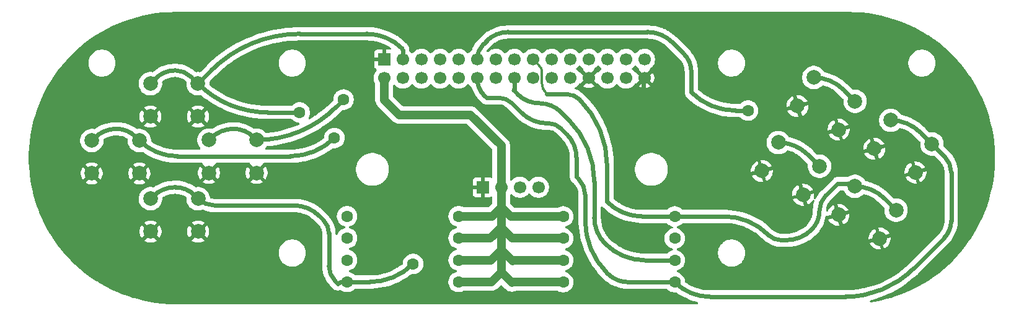
<source format=gbr>
%TF.GenerationSoftware,KiCad,Pcbnew,9.0.3*%
%TF.CreationDate,2025-07-14T12:36:22+02:00*%
%TF.ProjectId,CalliopeGamePad,43616c6c-696f-4706-9547-616d65506164,rev?*%
%TF.SameCoordinates,Original*%
%TF.FileFunction,Copper,L1,Top*%
%TF.FilePolarity,Positive*%
%FSLAX46Y46*%
G04 Gerber Fmt 4.6, Leading zero omitted, Abs format (unit mm)*
G04 Created by KiCad (PCBNEW 9.0.3) date 2025-07-14 12:36:22*
%MOMM*%
%LPD*%
G01*
G04 APERTURE LIST*
%TA.AperFunction,ComponentPad*%
%ADD10C,2.000000*%
%TD*%
%TA.AperFunction,ComponentPad*%
%ADD11R,1.700000X1.700000*%
%TD*%
%TA.AperFunction,ComponentPad*%
%ADD12C,1.700000*%
%TD*%
%TA.AperFunction,ComponentPad*%
%ADD13C,1.600000*%
%TD*%
%TA.AperFunction,ViaPad*%
%ADD14C,1.600000*%
%TD*%
%TA.AperFunction,Conductor*%
%ADD15C,0.600000*%
%TD*%
%TA.AperFunction,Conductor*%
%ADD16C,1.200000*%
%TD*%
%TA.AperFunction,Conductor*%
%ADD17C,0.300000*%
%TD*%
G04 APERTURE END LIST*
D10*
%TO.P,U8,1,1*%
%TO.N,/C14*%
X196839673Y-109876443D03*
X202468838Y-113126443D03*
%TO.P,U8,2,2*%
%TO.N,GND*%
X194589673Y-113773557D03*
X200218838Y-117023557D03*
%TD*%
%TO.P,U6,1,1*%
%TO.N,/C9*%
X201739673Y-100826443D03*
X207368838Y-104076443D03*
%TO.P,U6,2,2*%
%TO.N,GND*%
X199489672Y-104723558D03*
X205118839Y-107973558D03*
%TD*%
%TO.P,U2,1,1*%
%TO.N,/P1*%
X92611800Y-103599760D03*
X99111800Y-103599760D03*
%TO.P,U2,2,2*%
%TO.N,GND*%
X92611800Y-108099760D03*
X99111800Y-108099760D03*
%TD*%
%TO.P,U4,1,1*%
%TO.N,/P3*%
X100639400Y-111564760D03*
X107139400Y-111564760D03*
%TO.P,U4,2,2*%
%TO.N,GND*%
X100639400Y-116064760D03*
X107139400Y-116064760D03*
%TD*%
D11*
%TO.P,J2,1,Pin_1*%
%TO.N,GND*%
X146000000Y-110000000D03*
D12*
%TO.P,J2,2,Pin_2*%
%TO.N,+3.3V*%
X148540000Y-110000000D03*
%TO.P,J2,3,Pin_3*%
%TO.N,/SCL*%
X151080000Y-110000000D03*
%TO.P,J2,4,Pin_4*%
%TO.N,/SDA*%
X153620000Y-110000000D03*
%TD*%
D10*
%TO.P,U7,1,1*%
%TO.N,/C13*%
X186389673Y-103876443D03*
X192018838Y-107126443D03*
%TO.P,U7,2,2*%
%TO.N,GND*%
X184139673Y-107773557D03*
X189768838Y-111023557D03*
%TD*%
%TO.P,U3,1,1*%
%TO.N,/P2*%
X108615000Y-103538360D03*
X115115000Y-103538360D03*
%TO.P,U3,2,2*%
%TO.N,GND*%
X108615000Y-108038360D03*
X115115000Y-108038360D03*
%TD*%
%TO.P,U5,1,1*%
%TO.N,/C8*%
X191239673Y-94976443D03*
X196868838Y-98226443D03*
%TO.P,U5,2,2*%
%TO.N,GND*%
X188989673Y-98873557D03*
X194618838Y-102123557D03*
%TD*%
%TO.P,U1,1,1*%
%TO.N,/P0*%
X100623010Y-95815070D03*
X107123010Y-95815070D03*
%TO.P,U1,2,2*%
%TO.N,GND*%
X100623010Y-100315070D03*
X107123010Y-100315070D03*
%TD*%
D13*
%TO.P,R4,1*%
%TO.N,+3.3V*%
X142720951Y-113969293D03*
%TO.P,R4,2*%
%TO.N,/P0*%
X127480951Y-113969293D03*
%TD*%
%TO.P,R1,1*%
%TO.N,+3.3V*%
X142720951Y-119969293D03*
%TO.P,R1,2*%
%TO.N,/P1*%
X127480951Y-119969293D03*
%TD*%
%TO.P,R7,1*%
%TO.N,+3.3V*%
X157000000Y-114000000D03*
%TO.P,R7,2*%
%TO.N,/C14*%
X172240000Y-114000000D03*
%TD*%
%TO.P,R3,1*%
%TO.N,+3.3V*%
X142720951Y-122969293D03*
%TO.P,R3,2*%
%TO.N,/P3*%
X127480951Y-122969293D03*
%TD*%
%TO.P,R5,1*%
%TO.N,+3.3V*%
X157000000Y-120000000D03*
%TO.P,R5,2*%
%TO.N,/C13*%
X172240000Y-120000000D03*
%TD*%
%TO.P,R8,1*%
%TO.N,+3.3V*%
X157000000Y-123000000D03*
%TO.P,R8,2*%
%TO.N,/C9*%
X172240000Y-123000000D03*
%TD*%
%TO.P,R6,1*%
%TO.N,+3.3V*%
X157000000Y-117000000D03*
%TO.P,R6,2*%
%TO.N,/C8*%
X172240000Y-117000000D03*
%TD*%
%TO.P,R2,1*%
%TO.N,+3.3V*%
X142720951Y-116969293D03*
%TO.P,R2,2*%
%TO.N,/P2*%
X127480951Y-116969293D03*
%TD*%
D11*
%TO.P,J1,1,Pin_1*%
%TO.N,GND*%
X132540000Y-92500000D03*
D12*
%TO.P,J1,2,Pin_2*%
%TO.N,+3.3V*%
X132540000Y-95040000D03*
%TO.P,J1,3,Pin_3*%
%TO.N,/P0*%
X135080000Y-92500000D03*
%TO.P,J1,4,Pin_4*%
%TO.N,/P1*%
X135080000Y-95040000D03*
%TO.P,J1,5,Pin_5*%
%TO.N,/P2*%
X137620000Y-92500000D03*
%TO.P,J1,6,Pin_6*%
%TO.N,/P3*%
X137620000Y-95040000D03*
%TO.P,J1,7,Pin_7*%
%TO.N,/C4*%
X140160000Y-92500000D03*
%TO.P,J1,8,Pin_8*%
%TO.N,/C5*%
X140160000Y-95040000D03*
%TO.P,J1,9,Pin_9*%
%TO.N,/C6*%
X142700000Y-92500000D03*
%TO.P,J1,10,Pin_10*%
%TO.N,/C7*%
X142700000Y-95040000D03*
%TO.P,J1,11,Pin_11*%
%TO.N,/C8*%
X145240000Y-92500000D03*
%TO.P,J1,12,Pin_12*%
%TO.N,/C9*%
X145240000Y-95040000D03*
%TO.P,J1,13,Pin_13*%
%TO.N,/C10*%
X147780000Y-92500000D03*
%TO.P,J1,14,Pin_14*%
%TO.N,/C11*%
X147780000Y-95040000D03*
%TO.P,J1,15,Pin_15*%
%TO.N,/C12*%
X150320000Y-92500000D03*
%TO.P,J1,16,Pin_16*%
%TO.N,/C13*%
X150320000Y-95040000D03*
%TO.P,J1,17,Pin_17*%
%TO.N,/C14*%
X152860000Y-92500000D03*
%TO.P,J1,18,Pin_18*%
%TO.N,/C15*%
X152860000Y-95040000D03*
%TO.P,J1,19,Pin_19*%
%TO.N,/C16*%
X155400000Y-92500000D03*
%TO.P,J1,20,Pin_20*%
%TO.N,/C17*%
X155400000Y-95040000D03*
%TO.P,J1,21,Pin_21*%
%TO.N,/C18*%
X157940000Y-92500000D03*
%TO.P,J1,22,Pin_22*%
%TO.N,/SCL*%
X157940000Y-95040000D03*
%TO.P,J1,23,Pin_23*%
%TO.N,/SDA*%
X160480000Y-92500000D03*
%TO.P,J1,24,Pin_24*%
%TO.N,GND*%
X160480000Y-95040000D03*
%TO.P,J1,25,Pin_25*%
%TO.N,/M0+*%
X163020000Y-92500000D03*
%TO.P,J1,26,Pin_26*%
%TO.N,/M1+*%
X163020000Y-95040000D03*
%TO.P,J1,27,Pin_27*%
%TO.N,/M0-*%
X165560000Y-92500000D03*
%TO.P,J1,28,Pin_28*%
%TO.N,/M1-*%
X165560000Y-95040000D03*
%TO.P,J1,29,Pin_29*%
%TO.N,/VM+*%
X168100000Y-92500000D03*
%TO.P,J1,30,Pin_30*%
%TO.N,GND*%
X168100000Y-95040000D03*
%TD*%
D14*
%TO.N,GND*%
X154000000Y-104000000D03*
X149000000Y-101000000D03*
X121750000Y-110250000D03*
X133000000Y-120000000D03*
X167000000Y-116500000D03*
X196750000Y-106250000D03*
X104000000Y-107500000D03*
X117750000Y-109250000D03*
X134000000Y-102500000D03*
X141500000Y-97750000D03*
X165000000Y-98250000D03*
%TO.N,/C8*%
X182250000Y-99500000D03*
%TO.N,GND*%
X129500000Y-98750000D03*
X104500000Y-124000000D03*
X143750000Y-104500000D03*
X212250000Y-107750000D03*
X188250000Y-89750000D03*
X177500000Y-101750000D03*
X190000000Y-120000000D03*
X87000000Y-102750000D03*
X102500000Y-89000000D03*
X92750000Y-115000000D03*
X112250000Y-116750000D03*
X144750000Y-89000000D03*
%TO.N,/P0*%
X121000000Y-99750000D03*
%TO.N,/P3*%
X136500000Y-120500000D03*
%TO.N,/P1*%
X125750000Y-103250000D03*
%TO.N,/P2*%
X127000000Y-98000000D03*
%TD*%
D15*
%TO.N,/C9*%
X156707107Y-101957107D02*
X157500000Y-102750000D01*
X155000000Y-101250000D02*
G75*
G02*
X156707104Y-101957110I0J-2414200D01*
G01*
X158810660Y-105914213D02*
X158810660Y-108560660D01*
X154818020Y-101250000D02*
X155000000Y-101250000D01*
X157500000Y-102750000D02*
G75*
G02*
X158810655Y-105914213I-3164200J-3164200D01*
G01*
X151287689Y-99787689D02*
G75*
G03*
X154818020Y-101249998I3530311J3530289D01*
G01*
X165914214Y-123000000D02*
X172240000Y-123000000D01*
X163000000Y-121750000D02*
X163073223Y-121823223D01*
X160000000Y-111060661D02*
X160000000Y-114507359D01*
X158810660Y-108560660D02*
X159073223Y-108823223D01*
X150000000Y-98500000D02*
X151287689Y-99787689D01*
X146500000Y-97750000D02*
X148189372Y-97750000D01*
X146265305Y-97515305D02*
X146500000Y-97750000D01*
X163073223Y-121823223D02*
G75*
G03*
X165914214Y-122999981I2840977J2841023D01*
G01*
X159073223Y-108823223D02*
G75*
G02*
X160000032Y-111060661I-2237423J-2237477D01*
G01*
X148189372Y-97750000D02*
G75*
G02*
X150000018Y-98499982I28J-2560600D01*
G01*
X160000000Y-114507359D02*
G75*
G03*
X162999988Y-121750012I10242600J-41D01*
G01*
X145240000Y-95040000D02*
G75*
G03*
X146265307Y-97515303I3500600J0D01*
G01*
D16*
%TO.N,+3.3V*%
X148540000Y-104290000D02*
X148540000Y-110000000D01*
X144350000Y-100100000D02*
X148540000Y-104290000D01*
X132540000Y-98040000D02*
X134600000Y-100100000D01*
X132540000Y-95040000D02*
X132540000Y-98040000D01*
X134600000Y-100100000D02*
X144350000Y-100100000D01*
D15*
%TO.N,/C8*%
X180535534Y-99500000D02*
X182250000Y-99500000D01*
X174500000Y-94164214D02*
X174500000Y-97000000D01*
X171914213Y-90164214D02*
X173500000Y-91750000D01*
X146116812Y-90383187D02*
X146496164Y-90003836D01*
X149523192Y-88750000D02*
X168500000Y-88750000D01*
X174500000Y-97000000D02*
G75*
G03*
X180535534Y-99499986I6035500J6035500D01*
G01*
X146496164Y-90003836D02*
G75*
G02*
X149523192Y-88750005I3027036J-3027064D01*
G01*
X173500000Y-91750000D02*
G75*
G02*
X174499994Y-94164214I-2414200J-2414200D01*
G01*
X168500000Y-88750000D02*
G75*
G02*
X171914208Y-90164219I0J-4828400D01*
G01*
X145240000Y-92500000D02*
G75*
G02*
X146116818Y-90383193I2993600J0D01*
G01*
%TO.N,GND*%
X167987437Y-97012563D02*
X168000000Y-97000000D01*
X165000000Y-98250000D02*
G75*
G03*
X167987442Y-97012568I0J4224900D01*
G01*
X168000000Y-97000000D02*
X168000000Y-95281421D01*
X168000000Y-95281421D02*
G75*
G02*
X168099994Y-95039994I341400J21D01*
G01*
%TO.N,/C14*%
X159250000Y-98000000D02*
G75*
G03*
X157439340Y-97249984I-1810700J-1810700D01*
G01*
X163000000Y-107053301D02*
G75*
G03*
X159250000Y-98000000I-12803300J1D01*
G01*
X163000000Y-112000000D02*
X163000000Y-107053301D01*
X157439340Y-97250000D02*
X154750000Y-97250000D01*
D17*
X154070196Y-95608808D02*
G75*
G03*
X154750002Y-97249998I2321004J8D01*
G01*
X154070196Y-93892349D02*
X154070196Y-95608808D01*
X154019816Y-93782026D02*
X154070196Y-93892349D01*
X153896126Y-93573547D02*
X153961694Y-93675578D01*
X153823447Y-93476454D02*
X153896126Y-93573547D01*
X153744026Y-93384793D02*
X153823447Y-93476454D01*
X153701530Y-93341530D02*
X153744026Y-93384793D01*
X153961694Y-93675578D02*
X154019816Y-93782026D01*
X152860000Y-92500000D02*
X153701530Y-93341530D01*
D15*
%TO.N,/C13*%
X150320000Y-96581005D02*
X150320000Y-95040000D01*
X150762563Y-97262563D02*
X150250000Y-96750000D01*
X157714466Y-100714466D02*
X156737437Y-99737437D01*
X161250000Y-114128680D02*
X161250000Y-109250000D01*
X172240000Y-120000000D02*
X168181981Y-120000000D01*
X150250000Y-96750000D02*
G75*
G03*
X150320002Y-96581005I-169000J169000D01*
G01*
X153750000Y-98500000D02*
G75*
G02*
X150762558Y-97262568I0J4224900D01*
G01*
X156737437Y-99737437D02*
G75*
G03*
X153750000Y-98500008I-2987437J-2987463D01*
G01*
X161250000Y-109250000D02*
G75*
G03*
X157714473Y-100714459I-12071100J0D01*
G01*
X162750000Y-117750000D02*
G75*
G02*
X161250008Y-114128680I3621300J3621300D01*
G01*
X168181981Y-120000000D02*
G75*
G02*
X162750006Y-117749994I19J7682000D01*
G01*
%TO.N,/C14*%
X167828427Y-114000000D02*
G75*
G02*
X162999992Y-112000008I-27J6828400D01*
G01*
X172240000Y-114000000D02*
X167828427Y-114000000D01*
X187464466Y-117250000D02*
G75*
G03*
X190939354Y-115810674I34J4914200D01*
G01*
X186769996Y-117250000D02*
X187464466Y-117250000D01*
X195930859Y-109500000D02*
G75*
G02*
X196839702Y-109876414I41J-1285300D01*
G01*
X194500000Y-109500000D02*
X195930859Y-109500000D01*
X192883883Y-111116116D02*
X194500000Y-109500000D01*
X192000000Y-113250000D02*
G75*
G02*
X192883877Y-111116110I3017800J0D01*
G01*
X190939340Y-115810660D02*
G75*
G03*
X192000006Y-113250000I-2560640J2560660D01*
G01*
X185029997Y-116529269D02*
G75*
G03*
X186769996Y-117250012I1740003J1739969D01*
G01*
X185000000Y-116500000D02*
X185029997Y-116529269D01*
X172240000Y-114000000D02*
X178964466Y-114000000D01*
X178964466Y-114000000D02*
G75*
G02*
X185000010Y-116499990I34J-8535500D01*
G01*
%TO.N,/C9*%
X209000000Y-117000000D02*
X204866560Y-121133440D01*
X209109276Y-105816881D02*
X207368838Y-104076443D01*
X209999525Y-107966132D02*
G75*
G03*
X209109297Y-105816860I-3039525J32D01*
G01*
X210000000Y-108000000D02*
X209999525Y-107966132D01*
X188533868Y-124999525D02*
X195533005Y-124999525D01*
X210000000Y-114585786D02*
X210000000Y-108000000D01*
X188500000Y-125000000D02*
X188533868Y-124999525D01*
X209000000Y-117000000D02*
G75*
G03*
X209999994Y-114585786I-2414200J2414200D01*
G01*
X177068427Y-125000000D02*
X188500000Y-125000000D01*
X195533005Y-124999525D02*
G75*
G03*
X204866554Y-121133434I-5J13199625D01*
G01*
X172240000Y-123000000D02*
G75*
G03*
X177068427Y-124999989I4828400J4828400D01*
G01*
%TO.N,/P0*%
X121000000Y-99750000D02*
X116622771Y-99750000D01*
X116622771Y-99750000D02*
G75*
G02*
X107123023Y-95815057I29J13434700D01*
G01*
%TO.N,/P3*%
X130538599Y-122969293D02*
G75*
G03*
X136500000Y-120500000I1J8430693D01*
G01*
X127480951Y-122969293D02*
X130538599Y-122969293D01*
X126927687Y-122969293D02*
X127480951Y-122969293D01*
X125883883Y-122883884D02*
X126250000Y-123250000D01*
X125000000Y-116310660D02*
X125000000Y-120750000D01*
X123664213Y-113914214D02*
X124250000Y-114500000D01*
X109397269Y-112500000D02*
X120250000Y-112500000D01*
X126250000Y-123250000D02*
G75*
G02*
X126927687Y-122969287I677700J-677700D01*
G01*
X125000000Y-120750000D02*
G75*
G03*
X125883877Y-122883890I3017800J0D01*
G01*
X124250000Y-114500000D02*
G75*
G02*
X125000016Y-116310660I-1810700J-1810700D01*
G01*
X120250000Y-112500000D02*
G75*
G02*
X123664208Y-113914219I0J-4828400D01*
G01*
X107139400Y-111564760D02*
G75*
G03*
X109397269Y-112500025I2257900J2257860D01*
G01*
%TO.N,/P1*%
X104302939Y-105750000D02*
X117250000Y-105750000D01*
X119714466Y-105750000D02*
G75*
G03*
X125750010Y-103250010I34J8535500D01*
G01*
X99111800Y-103599760D02*
G75*
G03*
X104302939Y-105749966I5191100J5191160D01*
G01*
X117250000Y-105750000D02*
X119714466Y-105750000D01*
%TO.N,/P2*%
X125949392Y-99050608D02*
X127000000Y-98000000D01*
X115115000Y-103538360D02*
G75*
G03*
X125949395Y-99050611I0J15322160D01*
G01*
%TO.N,/P0*%
X107123010Y-95815070D02*
X108902683Y-94035397D01*
%TO.N,/C14*%
X200901161Y-111558767D02*
X202468838Y-113126443D01*
X196839673Y-109876443D02*
G75*
G02*
X200901184Y-111558744I27J-5743857D01*
G01*
%TO.N,/C13*%
X190451161Y-105558767D02*
X192018838Y-107126443D01*
X186389673Y-103876443D02*
G75*
G02*
X190451184Y-105558744I27J-5743857D01*
G01*
%TO.N,/C9*%
X205801161Y-102508767D02*
X207368838Y-104076443D01*
X201739673Y-100826443D02*
G75*
G02*
X205801184Y-102508744I27J-5743857D01*
G01*
%TO.N,/C8*%
X195301161Y-96658767D02*
X196868838Y-98226443D01*
X191239673Y-94976443D02*
G75*
G02*
X195301184Y-96658744I27J-5743857D01*
G01*
%TO.N,/P3*%
X106688037Y-111113398D02*
X107139400Y-111564760D01*
X100934309Y-111269851D02*
G75*
G02*
X104000000Y-109999988I3065691J-3065649D01*
G01*
X100639400Y-111564760D02*
X100934309Y-111269851D01*
X104000000Y-110000000D02*
X104000029Y-109999988D01*
X104000029Y-109999988D02*
G75*
G02*
X106688022Y-111113413I-29J-3801412D01*
G01*
%TO.N,/P1*%
X98581213Y-103069174D02*
X99111800Y-103599760D01*
X96000017Y-102000007D02*
G75*
G02*
X98581211Y-103069176I-17J-3650393D01*
G01*
X92946942Y-103264618D02*
G75*
G02*
X96000000Y-102000007I3053058J-3053082D01*
G01*
X96000000Y-102000000D02*
X96000017Y-102000007D01*
X92611800Y-103599760D02*
X92946942Y-103264618D01*
%TO.N,/P2*%
X114691493Y-103114853D02*
X115115000Y-103538360D01*
X112000000Y-102000000D02*
G75*
G02*
X114691484Y-103114862I0J-3806300D01*
G01*
X108847589Y-103305771D02*
G75*
G02*
X112000000Y-102000005I3152411J-3152429D01*
G01*
X108615000Y-103538360D02*
X108847589Y-103305771D01*
%TO.N,/P0*%
X106232793Y-94924853D02*
X107123010Y-95815070D01*
X101333636Y-95104444D02*
G75*
G02*
X104000000Y-93999998I2666364J-2666356D01*
G01*
X104000000Y-94000000D02*
G75*
G02*
X106232783Y-94924863I0J-3157600D01*
G01*
X100623010Y-95815070D02*
X101333636Y-95104444D01*
X121059207Y-89000000D02*
X130171573Y-89000000D01*
X135000000Y-91000000D02*
G75*
G02*
X135079985Y-91193137I-193100J-193100D01*
G01*
X130171573Y-89000000D02*
G75*
G02*
X135000008Y-90999992I27J-6828400D01*
G01*
X108902683Y-94035397D02*
G75*
G02*
X121059207Y-88999999I12156517J-12156503D01*
G01*
X135080000Y-91193137D02*
X135080000Y-92500000D01*
D16*
%TO.N,+3.3V*%
X149840000Y-114000000D02*
X148540000Y-112700000D01*
X157000000Y-114000000D02*
X149840000Y-114000000D01*
X147270707Y-113969293D02*
X148540000Y-112700000D01*
X142720951Y-113969293D02*
X147270707Y-113969293D01*
X148540000Y-112700000D02*
X148540000Y-115500000D01*
X150040000Y-117000000D02*
X148540000Y-115500000D01*
X157000000Y-117000000D02*
X150040000Y-117000000D01*
X147070707Y-116969293D02*
X148540000Y-115500000D01*
X148540000Y-115500000D02*
X148540000Y-118100000D01*
X142720951Y-116969293D02*
X147070707Y-116969293D01*
X150200000Y-120000000D02*
X157000000Y-120000000D01*
X148540000Y-118540000D02*
X150100000Y-120100000D01*
X148540000Y-118100000D02*
X148540000Y-118540000D01*
X150100000Y-120100000D02*
X150200000Y-120000000D01*
X148540000Y-118560000D02*
X147130707Y-119969293D01*
X147130707Y-119969293D02*
X142720951Y-119969293D01*
X148540000Y-118100000D02*
X148540000Y-118560000D01*
X148540000Y-118100000D02*
X148540000Y-121640000D01*
X147210707Y-122969293D02*
X142720951Y-122969293D01*
X148540000Y-121640000D02*
X147210707Y-122969293D01*
X150000000Y-123100000D02*
X150100000Y-123000000D01*
X148540000Y-121640000D02*
X150000000Y-123100000D01*
X148540000Y-110000000D02*
X148540000Y-112700000D01*
X150100000Y-123000000D02*
X157000000Y-123000000D01*
%TD*%
%TA.AperFunction,Conductor*%
%TO.N,GND*%
G36*
X196001626Y-86000535D02*
G01*
X196881368Y-86020002D01*
X196887933Y-86020293D01*
X197764309Y-86078546D01*
X197770807Y-86079122D01*
X198643758Y-86176083D01*
X198650223Y-86176946D01*
X199518059Y-86312430D01*
X199524487Y-86313580D01*
X200385446Y-86487312D01*
X200391867Y-86488757D01*
X201244261Y-86700392D01*
X201250560Y-86702104D01*
X202092845Y-86951263D01*
X202099069Y-86953256D01*
X202929454Y-87239408D01*
X202935574Y-87241670D01*
X203752494Y-87564276D01*
X203758552Y-87566824D01*
X204560396Y-87925245D01*
X204566315Y-87928050D01*
X205107819Y-88199448D01*
X205351511Y-88321585D01*
X205357304Y-88324650D01*
X206124384Y-88752566D01*
X206129994Y-88755861D01*
X206648444Y-89075939D01*
X206877318Y-89217240D01*
X206882844Y-89220822D01*
X207608408Y-89714384D01*
X207609052Y-89714822D01*
X207614415Y-89718647D01*
X207735612Y-89809184D01*
X208318021Y-90244257D01*
X208323214Y-90248318D01*
X208726128Y-90578049D01*
X208927290Y-90742674D01*
X209002901Y-90804551D01*
X209007906Y-90808835D01*
X209130307Y-90918394D01*
X209662310Y-91394578D01*
X209667124Y-91399082D01*
X209874763Y-91602177D01*
X210295004Y-92013222D01*
X210299587Y-92017908D01*
X210451060Y-92179783D01*
X210899690Y-92659223D01*
X210904086Y-92664135D01*
X211475210Y-93331340D01*
X211479385Y-93336442D01*
X212020427Y-94028242D01*
X212024373Y-94033523D01*
X212534307Y-94748610D01*
X212538015Y-94754061D01*
X213015809Y-95490989D01*
X213019272Y-95496598D01*
X213464016Y-96253962D01*
X213467227Y-96259720D01*
X213878008Y-97035965D01*
X213880962Y-97041858D01*
X214257018Y-97835542D01*
X214259709Y-97841561D01*
X214600295Y-98651116D01*
X214602716Y-98657247D01*
X214907154Y-99481056D01*
X214909302Y-99487289D01*
X215177003Y-100323768D01*
X215178873Y-100330090D01*
X215409314Y-101177595D01*
X215410902Y-101183993D01*
X215603626Y-102040842D01*
X215604930Y-102047304D01*
X215759564Y-102911848D01*
X215760581Y-102918361D01*
X215876823Y-103788901D01*
X215877551Y-103795453D01*
X215955174Y-104670295D01*
X215955611Y-104676873D01*
X215994460Y-105554271D01*
X215994606Y-105560862D01*
X215994606Y-106439137D01*
X215994460Y-106445728D01*
X215955611Y-107323126D01*
X215955174Y-107329704D01*
X215877551Y-108204546D01*
X215876823Y-108211098D01*
X215760581Y-109081638D01*
X215759564Y-109088151D01*
X215604930Y-109952695D01*
X215603626Y-109959157D01*
X215410902Y-110816006D01*
X215409314Y-110822404D01*
X215178873Y-111669909D01*
X215177003Y-111676231D01*
X214909302Y-112512710D01*
X214907154Y-112518943D01*
X214602716Y-113342752D01*
X214600295Y-113348883D01*
X214259709Y-114158438D01*
X214257018Y-114164457D01*
X213880962Y-114958141D01*
X213878008Y-114964034D01*
X213467227Y-115740279D01*
X213464016Y-115746037D01*
X213019272Y-116503401D01*
X213015809Y-116509010D01*
X212538015Y-117245938D01*
X212534307Y-117251389D01*
X212024373Y-117966476D01*
X212020427Y-117971757D01*
X211479385Y-118663557D01*
X211475210Y-118668659D01*
X210904086Y-119335864D01*
X210899690Y-119340776D01*
X210299600Y-119982078D01*
X210294990Y-119986791D01*
X209667124Y-120600917D01*
X209662310Y-120605421D01*
X209007909Y-121191161D01*
X209002901Y-121195448D01*
X208323214Y-121751681D01*
X208318021Y-121755742D01*
X207614419Y-122281349D01*
X207609052Y-122285177D01*
X206882850Y-122779173D01*
X206877318Y-122782759D01*
X206130014Y-123244126D01*
X206124351Y-123247452D01*
X205561513Y-123561432D01*
X205357338Y-123675331D01*
X205351511Y-123678414D01*
X204566334Y-124071940D01*
X204560376Y-124074763D01*
X203758561Y-124433171D01*
X203752485Y-124435727D01*
X202935606Y-124758317D01*
X202929422Y-124760602D01*
X202099096Y-125046734D01*
X202092818Y-125048744D01*
X201250591Y-125297886D01*
X201244229Y-125299615D01*
X200391867Y-125511242D01*
X200385436Y-125512689D01*
X199524522Y-125686412D01*
X199518032Y-125687573D01*
X199056607Y-125759609D01*
X198979919Y-125751377D01*
X198917622Y-125705904D01*
X198886407Y-125635375D01*
X198894639Y-125558687D01*
X198940112Y-125496390D01*
X198997414Y-125467859D01*
X199294826Y-125393362D01*
X199957295Y-125192403D01*
X200609106Y-124959181D01*
X201248687Y-124694258D01*
X201874499Y-124398270D01*
X202485034Y-124071932D01*
X203078820Y-123716029D01*
X203654428Y-123331419D01*
X204210471Y-122919029D01*
X204745609Y-122479852D01*
X205258553Y-122014946D01*
X205432097Y-121841399D01*
X205432114Y-121841385D01*
X205440594Y-121832904D01*
X205440596Y-121832904D01*
X209593105Y-117680395D01*
X209593123Y-117680384D01*
X209636753Y-117636753D01*
X209636754Y-117636754D01*
X209769962Y-117503546D01*
X210012145Y-117214923D01*
X210228251Y-116906291D01*
X210416635Y-116579999D01*
X210575864Y-116238529D01*
X210704727Y-115884481D01*
X210706085Y-115879415D01*
X210802238Y-115520560D01*
X210802237Y-115520560D01*
X210802241Y-115520549D01*
X210867665Y-115149503D01*
X210900501Y-114774167D01*
X210900500Y-114585782D01*
X210900500Y-114497091D01*
X210900500Y-108082318D01*
X210901655Y-108076054D01*
X210900500Y-107993685D01*
X210900500Y-107911309D01*
X210900500Y-107909136D01*
X210899994Y-107898847D01*
X210899994Y-107887468D01*
X210899996Y-107794118D01*
X210870014Y-107451381D01*
X210810275Y-107112560D01*
X210809591Y-107110007D01*
X210721237Y-106780249D01*
X210721232Y-106780233D01*
X210603566Y-106456936D01*
X210580902Y-106408331D01*
X210458169Y-106145122D01*
X210286150Y-105847167D01*
X210088816Y-105565338D01*
X209867671Y-105301781D01*
X209813350Y-105247458D01*
X209813323Y-105247428D01*
X208995533Y-104429638D01*
X208956969Y-104362843D01*
X208953726Y-104300972D01*
X208969338Y-104202405D01*
X208969338Y-103950481D01*
X208929928Y-103701658D01*
X208852079Y-103462064D01*
X208737708Y-103237598D01*
X208589631Y-103033787D01*
X208411494Y-102855650D01*
X208207683Y-102707573D01*
X207983217Y-102593202D01*
X207743623Y-102515353D01*
X207494800Y-102475943D01*
X207242876Y-102475943D01*
X207218991Y-102479726D01*
X207144306Y-102491554D01*
X207067600Y-102483491D01*
X207015640Y-102449747D01*
X206500621Y-101934728D01*
X206500620Y-101934726D01*
X206480913Y-101915019D01*
X206480848Y-101914907D01*
X206270131Y-101704194D01*
X205911436Y-101393389D01*
X205911430Y-101393385D01*
X205531516Y-101108989D01*
X205531495Y-101108975D01*
X205525800Y-101105315D01*
X205132235Y-100852390D01*
X205125898Y-100848930D01*
X204795685Y-100668623D01*
X204715682Y-100624939D01*
X204589601Y-100567361D01*
X204283965Y-100427784D01*
X204210815Y-100400501D01*
X203839283Y-100261929D01*
X203554411Y-100178285D01*
X203383889Y-100128216D01*
X203223820Y-100093397D01*
X203155265Y-100058055D01*
X203122735Y-100015452D01*
X203108543Y-99987598D01*
X202960466Y-99783787D01*
X202782329Y-99605650D01*
X202578518Y-99457573D01*
X202354052Y-99343202D01*
X202114458Y-99265353D01*
X201865635Y-99225943D01*
X201613711Y-99225943D01*
X201406358Y-99258784D01*
X201364887Y-99265353D01*
X201216193Y-99313667D01*
X201125294Y-99343202D01*
X201125288Y-99343204D01*
X201125288Y-99343205D01*
X200900826Y-99457574D01*
X200900825Y-99457574D01*
X200697018Y-99605649D01*
X200697015Y-99605651D01*
X200518881Y-99783785D01*
X200518879Y-99783788D01*
X200370804Y-99987595D01*
X200370804Y-99987596D01*
X200256435Y-100212058D01*
X200256430Y-100212070D01*
X200181167Y-100443706D01*
X200178583Y-100451658D01*
X200139173Y-100700481D01*
X200139173Y-100952405D01*
X200178583Y-101201228D01*
X200256432Y-101440822D01*
X200364580Y-101653075D01*
X200370804Y-101665289D01*
X200370804Y-101665290D01*
X200440575Y-101761321D01*
X200518880Y-101869099D01*
X200697017Y-102047236D01*
X200900828Y-102195313D01*
X201125294Y-102309684D01*
X201364888Y-102387533D01*
X201613711Y-102426943D01*
X201613716Y-102426943D01*
X201865630Y-102426943D01*
X201865635Y-102426943D01*
X202114458Y-102387533D01*
X202354052Y-102309684D01*
X202578518Y-102195313D01*
X202782329Y-102047236D01*
X202885393Y-101944171D01*
X202886262Y-101943669D01*
X202886778Y-101942803D01*
X202919592Y-101924425D01*
X202952185Y-101905608D01*
X202953193Y-101905608D01*
X202954072Y-101905116D01*
X202991678Y-101905608D01*
X203029313Y-101905608D01*
X203031151Y-101906113D01*
X203230726Y-101962398D01*
X203241824Y-101966003D01*
X203587653Y-102093584D01*
X203598460Y-102098060D01*
X203933198Y-102252373D01*
X203943613Y-102257680D01*
X204245858Y-102426943D01*
X204265202Y-102437776D01*
X204275177Y-102443888D01*
X204581663Y-102648672D01*
X204591117Y-102655541D01*
X204715231Y-102753383D01*
X204880582Y-102883733D01*
X204889478Y-102891331D01*
X205161675Y-103142943D01*
X205165894Y-103146999D01*
X205742142Y-103723247D01*
X205780706Y-103790042D01*
X205783949Y-103851913D01*
X205768338Y-103950481D01*
X205768338Y-104202405D01*
X205807748Y-104451228D01*
X205885597Y-104690822D01*
X205992349Y-104900335D01*
X205999969Y-104915289D01*
X205999969Y-104915290D01*
X206050419Y-104984728D01*
X206148045Y-105119099D01*
X206326182Y-105297236D01*
X206529993Y-105445313D01*
X206754459Y-105559684D01*
X206994053Y-105637533D01*
X207242876Y-105676943D01*
X207242881Y-105676943D01*
X207494795Y-105676943D01*
X207494800Y-105676943D01*
X207593367Y-105661331D01*
X207670071Y-105669393D01*
X207722033Y-105703138D01*
X208469555Y-106450660D01*
X208475298Y-106456735D01*
X208626770Y-106626237D01*
X208637188Y-106639301D01*
X208766314Y-106821292D01*
X208775203Y-106835439D01*
X208866417Y-107000484D01*
X208883128Y-107030720D01*
X208890378Y-107045775D01*
X208975767Y-107251930D01*
X208981285Y-107267701D01*
X209043053Y-107482111D01*
X209046771Y-107498401D01*
X209084144Y-107718379D01*
X209086015Y-107734983D01*
X209098740Y-107961614D01*
X209098959Y-107967863D01*
X209099009Y-107971404D01*
X209099024Y-107973508D01*
X209099024Y-108057282D01*
X209099500Y-108066966D01*
X209099500Y-114581602D01*
X209099266Y-114589956D01*
X209084164Y-114858883D01*
X209082293Y-114875487D01*
X209037879Y-115136894D01*
X209034161Y-115153184D01*
X208960756Y-115407980D01*
X208955237Y-115423752D01*
X208853769Y-115668719D01*
X208846519Y-115683773D01*
X208718262Y-115915838D01*
X208709373Y-115929986D01*
X208555930Y-116146244D01*
X208545511Y-116159308D01*
X208366111Y-116360055D01*
X208360370Y-116366128D01*
X204231192Y-120495306D01*
X204228398Y-120498028D01*
X203765558Y-120937248D01*
X203759761Y-120942467D01*
X203276083Y-121355568D01*
X203270021Y-121360478D01*
X202765350Y-121747726D01*
X202759039Y-121752311D01*
X202234798Y-122112613D01*
X202228255Y-122116861D01*
X201685915Y-122449208D01*
X201679160Y-122453109D01*
X201120116Y-122756646D01*
X201113165Y-122760187D01*
X200539042Y-123034030D01*
X200531916Y-123037203D01*
X199944233Y-123280630D01*
X199936950Y-123283426D01*
X199337315Y-123495768D01*
X199329896Y-123498178D01*
X198719998Y-123678838D01*
X198712464Y-123680857D01*
X198093938Y-123829353D01*
X198086307Y-123830975D01*
X197460843Y-123946898D01*
X197453138Y-123948118D01*
X196822496Y-124031144D01*
X196814738Y-124031960D01*
X196180575Y-124081870D01*
X196172786Y-124082278D01*
X195609778Y-124097021D01*
X195535218Y-124098974D01*
X195531320Y-124099025D01*
X188616186Y-124099025D01*
X188609922Y-124097870D01*
X188527554Y-124099025D01*
X188442698Y-124099025D01*
X188433035Y-124099500D01*
X177071081Y-124099500D01*
X177065763Y-124099405D01*
X176650844Y-124084587D01*
X176640235Y-124083828D01*
X176230091Y-124039734D01*
X176219563Y-124038221D01*
X175813585Y-123964977D01*
X175803192Y-123962716D01*
X175403484Y-123860698D01*
X175393278Y-123857701D01*
X175001867Y-123727428D01*
X174991913Y-123723715D01*
X174823798Y-123654080D01*
X174610792Y-123565850D01*
X174601117Y-123561432D01*
X174394319Y-123457917D01*
X174232209Y-123376771D01*
X174222890Y-123371681D01*
X173868122Y-123161188D01*
X173859174Y-123155438D01*
X173704522Y-123048061D01*
X173654711Y-122989174D01*
X173640500Y-122925669D01*
X173640500Y-122889781D01*
X173635353Y-122857286D01*
X173606015Y-122672049D01*
X173606014Y-122672048D01*
X173606014Y-122672043D01*
X173543566Y-122479848D01*
X173537895Y-122462394D01*
X173437815Y-122265978D01*
X173308242Y-122087635D01*
X173152365Y-121931758D01*
X173028008Y-121841408D01*
X172974024Y-121802186D01*
X172974023Y-121802185D01*
X172777612Y-121702107D01*
X172769361Y-121699426D01*
X172591717Y-121641707D01*
X172527034Y-121599701D01*
X172492018Y-121530979D01*
X172496054Y-121453957D01*
X172538061Y-121389272D01*
X172591717Y-121358292D01*
X172777606Y-121297895D01*
X172974022Y-121197815D01*
X173152365Y-121068242D01*
X173308242Y-120912365D01*
X173437815Y-120734022D01*
X173537895Y-120537606D01*
X173585926Y-120389781D01*
X173606014Y-120327956D01*
X173606015Y-120327951D01*
X173640500Y-120110222D01*
X173640500Y-119889778D01*
X173606015Y-119672049D01*
X173606014Y-119672048D01*
X173606014Y-119672043D01*
X173554792Y-119514399D01*
X173537895Y-119462394D01*
X173437815Y-119265978D01*
X173308242Y-119087635D01*
X173152365Y-118931758D01*
X173079345Y-118878706D01*
X178149500Y-118878706D01*
X178149500Y-119121293D01*
X178181160Y-119361781D01*
X178243947Y-119596103D01*
X178275405Y-119672049D01*
X178336776Y-119820212D01*
X178458064Y-120030289D01*
X178605735Y-120222738D01*
X178777262Y-120394265D01*
X178969711Y-120541936D01*
X179179788Y-120663224D01*
X179403900Y-120756054D01*
X179638211Y-120818838D01*
X179638217Y-120818838D01*
X179638218Y-120818839D01*
X179703600Y-120827446D01*
X179878712Y-120850500D01*
X180121288Y-120850500D01*
X180361789Y-120818838D01*
X180596100Y-120756054D01*
X180820212Y-120663224D01*
X181030289Y-120541936D01*
X181222738Y-120394265D01*
X181394265Y-120222738D01*
X181541936Y-120030289D01*
X181663224Y-119820212D01*
X181756054Y-119596100D01*
X181818838Y-119361789D01*
X181850500Y-119121288D01*
X181850500Y-118878712D01*
X181823008Y-118669883D01*
X181818839Y-118638218D01*
X181818838Y-118638217D01*
X181818838Y-118638211D01*
X181756054Y-118403900D01*
X181663224Y-118179788D01*
X181541936Y-117969711D01*
X181394265Y-117777262D01*
X181222738Y-117605735D01*
X181030289Y-117458064D01*
X180886084Y-117374807D01*
X180820216Y-117336778D01*
X180820214Y-117336777D01*
X180820212Y-117336776D01*
X180688932Y-117282398D01*
X180596103Y-117243947D01*
X180596101Y-117243946D01*
X180596100Y-117243946D01*
X180361789Y-117181162D01*
X180361787Y-117181161D01*
X180361781Y-117181160D01*
X180121293Y-117149500D01*
X180121288Y-117149500D01*
X179878712Y-117149500D01*
X179878706Y-117149500D01*
X179638218Y-117181160D01*
X179403896Y-117243947D01*
X179179783Y-117336778D01*
X178969712Y-117458063D01*
X178920736Y-117495644D01*
X178777262Y-117605735D01*
X178777260Y-117605736D01*
X178777256Y-117605740D01*
X178605740Y-117777256D01*
X178605736Y-117777260D01*
X178605735Y-117777262D01*
X178572842Y-117820129D01*
X178458063Y-117969712D01*
X178336778Y-118179783D01*
X178243947Y-118403896D01*
X178181160Y-118638218D01*
X178149500Y-118878706D01*
X173079345Y-118878706D01*
X173002833Y-118823117D01*
X172974024Y-118802186D01*
X172974023Y-118802185D01*
X172777612Y-118702107D01*
X172689875Y-118673600D01*
X172591717Y-118641707D01*
X172527034Y-118599701D01*
X172492018Y-118530979D01*
X172496054Y-118453957D01*
X172538061Y-118389272D01*
X172591717Y-118358292D01*
X172777606Y-118297895D01*
X172974022Y-118197815D01*
X173152365Y-118068242D01*
X173308242Y-117912365D01*
X173437815Y-117734022D01*
X173537895Y-117537606D01*
X173579825Y-117408556D01*
X173606014Y-117327956D01*
X173607727Y-117317141D01*
X173640500Y-117110222D01*
X173640500Y-116889778D01*
X173606015Y-116672049D01*
X173606014Y-116672048D01*
X173606014Y-116672043D01*
X173564460Y-116544155D01*
X173537895Y-116462394D01*
X173437815Y-116265978D01*
X173414489Y-116233873D01*
X173378726Y-116184649D01*
X173308242Y-116087635D01*
X173152365Y-115931758D01*
X173043231Y-115852468D01*
X172974024Y-115802186D01*
X172974023Y-115802185D01*
X172777612Y-115702107D01*
X172777606Y-115702105D01*
X172591717Y-115641707D01*
X172527034Y-115599701D01*
X172492018Y-115530979D01*
X172496054Y-115453957D01*
X172538061Y-115389272D01*
X172591717Y-115358292D01*
X172777606Y-115297895D01*
X172974022Y-115197815D01*
X173152365Y-115068242D01*
X173276466Y-114944141D01*
X173343261Y-114905577D01*
X173381825Y-114900500D01*
X178875778Y-114900500D01*
X178962040Y-114900500D01*
X178966914Y-114900580D01*
X179458939Y-114916685D01*
X179468668Y-114917322D01*
X179956202Y-114965338D01*
X179965850Y-114966608D01*
X180310377Y-115023489D01*
X180449176Y-115046405D01*
X180458739Y-115048307D01*
X180493728Y-115056465D01*
X180935844Y-115159550D01*
X180945214Y-115162061D01*
X181414014Y-115304269D01*
X181423226Y-115307396D01*
X181881725Y-115479962D01*
X181890695Y-115483677D01*
X182336925Y-115685860D01*
X182345666Y-115690171D01*
X182777697Y-115921096D01*
X182786121Y-115925959D01*
X183202137Y-116184654D01*
X183210231Y-116190062D01*
X183276269Y-116237384D01*
X183608421Y-116475401D01*
X183616156Y-116481336D01*
X183810163Y-116640553D01*
X183987819Y-116786351D01*
X183994831Y-116792105D01*
X184002157Y-116798530D01*
X184164781Y-116950844D01*
X184359226Y-117132963D01*
X184361416Y-117135056D01*
X184366484Y-117140000D01*
X184367796Y-117141296D01*
X184427352Y-117200851D01*
X184435284Y-117208040D01*
X184510010Y-117282768D01*
X184765298Y-117492281D01*
X185039893Y-117675762D01*
X185331150Y-117831445D01*
X185636264Y-117957829D01*
X185952296Y-118053698D01*
X186276204Y-118118129D01*
X186604868Y-118150500D01*
X186604873Y-118150500D01*
X187560448Y-118150500D01*
X187560861Y-118150479D01*
X187692920Y-118150480D01*
X188148433Y-118114634D01*
X188599729Y-118043158D01*
X189044026Y-117936495D01*
X189478584Y-117795300D01*
X189900725Y-117620446D01*
X189900737Y-117620440D01*
X190098361Y-117519747D01*
X190225700Y-117454865D01*
X190307846Y-117413010D01*
X190697436Y-117174271D01*
X191067094Y-116905701D01*
X191067321Y-116905507D01*
X198718838Y-116905507D01*
X198718838Y-117141605D01*
X198722644Y-117165640D01*
X199680108Y-116909087D01*
X199668838Y-116951148D01*
X199668838Y-117095966D01*
X199706320Y-117235849D01*
X199778728Y-117361265D01*
X199809514Y-117392051D01*
X198853612Y-117648185D01*
X198935924Y-117809729D01*
X198935929Y-117809738D01*
X199074696Y-118000734D01*
X199241660Y-118167698D01*
X199432656Y-118306465D01*
X199432670Y-118306473D01*
X199643027Y-118413655D01*
X199643044Y-118413662D01*
X199867587Y-118486622D01*
X200100789Y-118523557D01*
X200336889Y-118523557D01*
X200360921Y-118519749D01*
X200104369Y-117562287D01*
X200146429Y-117573557D01*
X200291247Y-117573557D01*
X200431130Y-117536075D01*
X200556546Y-117463667D01*
X200587333Y-117432879D01*
X200843466Y-118388780D01*
X201005017Y-118306466D01*
X201196015Y-118167698D01*
X201362979Y-118000734D01*
X201501746Y-117809738D01*
X201501754Y-117809724D01*
X201608936Y-117599367D01*
X201608943Y-117599350D01*
X201681903Y-117374807D01*
X201718838Y-117141606D01*
X201718838Y-116905509D01*
X201718837Y-116905501D01*
X201715030Y-116881472D01*
X200757568Y-117138023D01*
X200768838Y-117095966D01*
X200768838Y-116951148D01*
X200731356Y-116811265D01*
X200658948Y-116685849D01*
X200628159Y-116655060D01*
X201584062Y-116398927D01*
X201501751Y-116237384D01*
X201501746Y-116237375D01*
X201362979Y-116046379D01*
X201196015Y-115879415D01*
X201005019Y-115740648D01*
X201005005Y-115740640D01*
X200794648Y-115633458D01*
X200794631Y-115633451D01*
X200570088Y-115560491D01*
X200336887Y-115523557D01*
X200100783Y-115523557D01*
X200076752Y-115527362D01*
X200333304Y-116484826D01*
X200291247Y-116473557D01*
X200146429Y-116473557D01*
X200006546Y-116511039D01*
X199881130Y-116583447D01*
X199850341Y-116614235D01*
X199594208Y-115658331D01*
X199432669Y-115740640D01*
X199241657Y-115879418D01*
X199074696Y-116046379D01*
X198935929Y-116237375D01*
X198935921Y-116237389D01*
X198828739Y-116447746D01*
X198828732Y-116447763D01*
X198755772Y-116672306D01*
X198718838Y-116905507D01*
X191067321Y-116905507D01*
X191414540Y-116608956D01*
X191513369Y-116510127D01*
X191513372Y-116510126D01*
X191576087Y-116447412D01*
X191576086Y-116447411D01*
X191576087Y-116447411D01*
X191576088Y-116447411D01*
X191638802Y-116384697D01*
X191638805Y-116384692D01*
X191644537Y-116378960D01*
X191644586Y-116378904D01*
X191715686Y-116307807D01*
X191969494Y-116005332D01*
X191978584Y-115992351D01*
X192107485Y-115808261D01*
X192195974Y-115681887D01*
X192393402Y-115339934D01*
X192560275Y-114982075D01*
X192695324Y-114611033D01*
X192797520Y-114229634D01*
X192800039Y-114215352D01*
X192838514Y-113997146D01*
X192871109Y-113927244D01*
X192934289Y-113883005D01*
X193011123Y-113876283D01*
X193066401Y-113898057D01*
X193093478Y-113915641D01*
X194050943Y-113659087D01*
X194039673Y-113701148D01*
X194039673Y-113845966D01*
X194077155Y-113985849D01*
X194149563Y-114111265D01*
X194180349Y-114142051D01*
X193224447Y-114398185D01*
X193306759Y-114559729D01*
X193306764Y-114559738D01*
X193445531Y-114750734D01*
X193612495Y-114917698D01*
X193803491Y-115056465D01*
X193803505Y-115056473D01*
X194013862Y-115163655D01*
X194013879Y-115163662D01*
X194238422Y-115236622D01*
X194471624Y-115273557D01*
X194707724Y-115273557D01*
X194731756Y-115269749D01*
X194475204Y-114312287D01*
X194517264Y-114323557D01*
X194662082Y-114323557D01*
X194801965Y-114286075D01*
X194927381Y-114213667D01*
X194958168Y-114182879D01*
X195214301Y-115138780D01*
X195375852Y-115056466D01*
X195566850Y-114917698D01*
X195733814Y-114750734D01*
X195872581Y-114559738D01*
X195872589Y-114559724D01*
X195979771Y-114349367D01*
X195979778Y-114349350D01*
X196052738Y-114124807D01*
X196089673Y-113891606D01*
X196089673Y-113655509D01*
X196089672Y-113655501D01*
X196085865Y-113631472D01*
X195128403Y-113888023D01*
X195139673Y-113845966D01*
X195139673Y-113701148D01*
X195102191Y-113561265D01*
X195029783Y-113435849D01*
X194998994Y-113405060D01*
X195954897Y-113148927D01*
X195872586Y-112987384D01*
X195872581Y-112987375D01*
X195733814Y-112796379D01*
X195566850Y-112629415D01*
X195375854Y-112490648D01*
X195375840Y-112490640D01*
X195165483Y-112383458D01*
X195165466Y-112383451D01*
X194940923Y-112310491D01*
X194707722Y-112273557D01*
X194471618Y-112273557D01*
X194447587Y-112277362D01*
X194704139Y-113234826D01*
X194662082Y-113223557D01*
X194517264Y-113223557D01*
X194377381Y-113261039D01*
X194251965Y-113333447D01*
X194221176Y-113364235D01*
X193965043Y-112408331D01*
X193803504Y-112490640D01*
X193612492Y-112629418D01*
X193445531Y-112796379D01*
X193306764Y-112987375D01*
X193306756Y-112987389D01*
X193199574Y-113197746D01*
X193199568Y-113197760D01*
X193196417Y-113207459D01*
X193185584Y-113224139D01*
X193179368Y-113243031D01*
X193164945Y-113255920D01*
X193154410Y-113272143D01*
X193136690Y-113281171D01*
X193121859Y-113294426D01*
X193102920Y-113298377D01*
X193085688Y-113307158D01*
X193065828Y-113306117D01*
X193046357Y-113310180D01*
X193027981Y-113304133D01*
X193008665Y-113303121D01*
X192991984Y-113292288D01*
X192973093Y-113286072D01*
X192960203Y-113271649D01*
X192943981Y-113261114D01*
X192934952Y-113243394D01*
X192921698Y-113228563D01*
X192917746Y-113209624D01*
X192908966Y-113192392D01*
X192905944Y-113153061D01*
X192907018Y-113133928D01*
X192913344Y-113021276D01*
X192915211Y-113004706D01*
X192952183Y-112787102D01*
X192955897Y-112770829D01*
X193017002Y-112558728D01*
X193022512Y-112542985D01*
X193106974Y-112339072D01*
X193114216Y-112324034D01*
X193220985Y-112130847D01*
X193229860Y-112116722D01*
X193357580Y-111936715D01*
X193367993Y-111923658D01*
X193517746Y-111756080D01*
X193523427Y-111750070D01*
X193548724Y-111724773D01*
X194181414Y-111092084D01*
X194829359Y-110444141D01*
X194846346Y-110434333D01*
X194860218Y-110420462D01*
X194879166Y-110415384D01*
X194896154Y-110405577D01*
X194934718Y-110400500D01*
X195219461Y-110400500D01*
X195293961Y-110420462D01*
X195348499Y-110475000D01*
X195353737Y-110485623D01*
X195353774Y-110485605D01*
X195356431Y-110490820D01*
X195356432Y-110490822D01*
X195455803Y-110685849D01*
X195470804Y-110715289D01*
X195470804Y-110715290D01*
X195531598Y-110798965D01*
X195618880Y-110919099D01*
X195797017Y-111097236D01*
X196000828Y-111245313D01*
X196225294Y-111359684D01*
X196464888Y-111437533D01*
X196713711Y-111476943D01*
X196713716Y-111476943D01*
X196965630Y-111476943D01*
X196965635Y-111476943D01*
X197214458Y-111437533D01*
X197454052Y-111359684D01*
X197678518Y-111245313D01*
X197882329Y-111097236D01*
X197985393Y-110994171D01*
X197986262Y-110993669D01*
X197986778Y-110992803D01*
X198019592Y-110974425D01*
X198052185Y-110955608D01*
X198053193Y-110955608D01*
X198054072Y-110955116D01*
X198091678Y-110955608D01*
X198129313Y-110955608D01*
X198131151Y-110956113D01*
X198330726Y-111012398D01*
X198341824Y-111016003D01*
X198682291Y-111141606D01*
X198687653Y-111143584D01*
X198698460Y-111148060D01*
X199033198Y-111302373D01*
X199043613Y-111307680D01*
X199337099Y-111472038D01*
X199365202Y-111487776D01*
X199375177Y-111493888D01*
X199681663Y-111698672D01*
X199691117Y-111705541D01*
X199824055Y-111810339D01*
X199980582Y-111933733D01*
X199989478Y-111941331D01*
X200261675Y-112192943D01*
X200265894Y-112196999D01*
X200842142Y-112773247D01*
X200880706Y-112840042D01*
X200883949Y-112901913D01*
X200868338Y-113000481D01*
X200868338Y-113252405D01*
X200907748Y-113501228D01*
X200985597Y-113740822D01*
X201079931Y-113925964D01*
X201099969Y-113965289D01*
X201099969Y-113965290D01*
X201159931Y-114047820D01*
X201248045Y-114169099D01*
X201426182Y-114347236D01*
X201629993Y-114495313D01*
X201854459Y-114609684D01*
X202094053Y-114687533D01*
X202342876Y-114726943D01*
X202342881Y-114726943D01*
X202594795Y-114726943D01*
X202594800Y-114726943D01*
X202843623Y-114687533D01*
X203083217Y-114609684D01*
X203307683Y-114495313D01*
X203511494Y-114347236D01*
X203689631Y-114169099D01*
X203837708Y-113965288D01*
X203952079Y-113740822D01*
X204029928Y-113501228D01*
X204069338Y-113252405D01*
X204069338Y-113000481D01*
X204029928Y-112751658D01*
X203952079Y-112512064D01*
X203837708Y-112287598D01*
X203689631Y-112083787D01*
X203511494Y-111905650D01*
X203307683Y-111757573D01*
X203083217Y-111643202D01*
X202843623Y-111565353D01*
X202594800Y-111525943D01*
X202342876Y-111525943D01*
X202318991Y-111529726D01*
X202244306Y-111541554D01*
X202167600Y-111533491D01*
X202115640Y-111499747D01*
X201600621Y-110984728D01*
X201600620Y-110984726D01*
X201580913Y-110965019D01*
X201580848Y-110964907D01*
X201370131Y-110754194D01*
X201011436Y-110443389D01*
X201011430Y-110443385D01*
X200631516Y-110158989D01*
X200631495Y-110158975D01*
X200561756Y-110114157D01*
X200232235Y-109902390D01*
X200201936Y-109885846D01*
X199815680Y-109674938D01*
X199383965Y-109477784D01*
X199251733Y-109428465D01*
X198939283Y-109311929D01*
X198713535Y-109245645D01*
X198483889Y-109178216D01*
X198323820Y-109143397D01*
X198255265Y-109108055D01*
X198222735Y-109065452D01*
X198208543Y-109037598D01*
X198060466Y-108833787D01*
X197882329Y-108655650D01*
X197678518Y-108507573D01*
X197454052Y-108393202D01*
X197214458Y-108315353D01*
X196965635Y-108275943D01*
X196713711Y-108275943D01*
X196506358Y-108308784D01*
X196464887Y-108315353D01*
X196278027Y-108376068D01*
X196225294Y-108393202D01*
X196225288Y-108393204D01*
X196225288Y-108393205D01*
X196000826Y-108507574D01*
X196000825Y-108507574D01*
X195913467Y-108571044D01*
X195841461Y-108598684D01*
X195825887Y-108599500D01*
X194411309Y-108599500D01*
X194237336Y-108634104D01*
X194237334Y-108634105D01*
X194136276Y-108675965D01*
X194136275Y-108675965D01*
X194073455Y-108701985D01*
X193989625Y-108757997D01*
X193989626Y-108757998D01*
X193925968Y-108800533D01*
X193925961Y-108800539D01*
X192309845Y-110416654D01*
X192290775Y-110435724D01*
X192290744Y-110435741D01*
X192126148Y-110600340D01*
X191906239Y-110862421D01*
X191906234Y-110862429D01*
X191906231Y-110862432D01*
X191906227Y-110862438D01*
X191798697Y-111016008D01*
X191709973Y-111142720D01*
X191709972Y-111142722D01*
X191538915Y-111439004D01*
X191538910Y-111439015D01*
X191538907Y-111439020D01*
X191538906Y-111439023D01*
X191521224Y-111476943D01*
X191487123Y-111550072D01*
X191437545Y-111609155D01*
X191365068Y-111635534D01*
X191289112Y-111622141D01*
X191230029Y-111572563D01*
X191203650Y-111500086D01*
X191210376Y-111441055D01*
X191231903Y-111374803D01*
X191268838Y-111141606D01*
X191268838Y-110905509D01*
X191268837Y-110905501D01*
X191265030Y-110881472D01*
X190307568Y-111138023D01*
X190318838Y-111095966D01*
X190318838Y-110951148D01*
X190281356Y-110811265D01*
X190208948Y-110685849D01*
X190178159Y-110655060D01*
X191134062Y-110398927D01*
X191051751Y-110237384D01*
X191051746Y-110237375D01*
X190912979Y-110046379D01*
X190746015Y-109879415D01*
X190555019Y-109740648D01*
X190555005Y-109740640D01*
X190344648Y-109633458D01*
X190344631Y-109633451D01*
X190120088Y-109560491D01*
X189886887Y-109523557D01*
X189650783Y-109523557D01*
X189626752Y-109527362D01*
X189883304Y-110484826D01*
X189841247Y-110473557D01*
X189696429Y-110473557D01*
X189556546Y-110511039D01*
X189431130Y-110583447D01*
X189400341Y-110614235D01*
X189144208Y-109658331D01*
X188982669Y-109740640D01*
X188791657Y-109879418D01*
X188624696Y-110046379D01*
X188485929Y-110237375D01*
X188485921Y-110237389D01*
X188378739Y-110447746D01*
X188378732Y-110447763D01*
X188305772Y-110672306D01*
X188268838Y-110905507D01*
X188268838Y-111141605D01*
X188272644Y-111165640D01*
X189230108Y-110909087D01*
X189218838Y-110951148D01*
X189218838Y-111095966D01*
X189256320Y-111235849D01*
X189328728Y-111361265D01*
X189359514Y-111392051D01*
X188403612Y-111648185D01*
X188485924Y-111809729D01*
X188485929Y-111809738D01*
X188624696Y-112000734D01*
X188791660Y-112167698D01*
X188982656Y-112306465D01*
X188982670Y-112306473D01*
X189193027Y-112413655D01*
X189193044Y-112413662D01*
X189417587Y-112486622D01*
X189650789Y-112523557D01*
X189886889Y-112523557D01*
X189910921Y-112519749D01*
X189654369Y-111562287D01*
X189696429Y-111573557D01*
X189841247Y-111573557D01*
X189981130Y-111536075D01*
X190106546Y-111463667D01*
X190137333Y-111432879D01*
X190393466Y-112388780D01*
X190555017Y-112306466D01*
X190746015Y-112167698D01*
X190912979Y-112000734D01*
X191051746Y-111809738D01*
X191051751Y-111809730D01*
X191067686Y-111778455D01*
X191119294Y-111721136D01*
X191192646Y-111697300D01*
X191268089Y-111713334D01*
X191325408Y-111764942D01*
X191349244Y-111838294D01*
X191340463Y-111897056D01*
X191332054Y-111920161D01*
X191277287Y-112070633D01*
X191277284Y-112070640D01*
X191277283Y-112070646D01*
X191188735Y-112401113D01*
X191188729Y-112401141D01*
X191129322Y-112738058D01*
X191129318Y-112738090D01*
X191099500Y-113078924D01*
X191099500Y-113245811D01*
X191099266Y-113254166D01*
X191082861Y-113546280D01*
X191080990Y-113562884D01*
X191032684Y-113847187D01*
X191028966Y-113863476D01*
X190949131Y-114140590D01*
X190943612Y-114156362D01*
X190833254Y-114422787D01*
X190826004Y-114437841D01*
X190686510Y-114690236D01*
X190677620Y-114704385D01*
X190510747Y-114939567D01*
X190500330Y-114952629D01*
X190307518Y-115168387D01*
X190297080Y-115178957D01*
X190049224Y-115406074D01*
X190039266Y-115414429D01*
X189771802Y-115619660D01*
X189761154Y-115627116D01*
X189476810Y-115808261D01*
X189465553Y-115814760D01*
X189166506Y-115970432D01*
X189154726Y-115975925D01*
X188843248Y-116104943D01*
X188831032Y-116109389D01*
X188509496Y-116210766D01*
X188496940Y-116214130D01*
X188167795Y-116287097D01*
X188154995Y-116289354D01*
X187820740Y-116333358D01*
X187807791Y-116334491D01*
X187467244Y-116349358D01*
X187460745Y-116349500D01*
X186774875Y-116349500D01*
X186765131Y-116349181D01*
X186748777Y-116348109D01*
X186576093Y-116336790D01*
X186556770Y-116334246D01*
X186375761Y-116298241D01*
X186356934Y-116293196D01*
X186338967Y-116287097D01*
X186195865Y-116238519D01*
X186182179Y-116233873D01*
X186164173Y-116226415D01*
X185998644Y-116144784D01*
X185981765Y-116135038D01*
X185828322Y-116032509D01*
X185812859Y-116020644D01*
X185670535Y-115895826D01*
X185664755Y-115890481D01*
X185663443Y-115889201D01*
X185662174Y-115887947D01*
X185645963Y-115871736D01*
X185604039Y-115829811D01*
X185604035Y-115829808D01*
X185602472Y-115828245D01*
X185594920Y-115821400D01*
X185435139Y-115661620D01*
X185435134Y-115661615D01*
X185008319Y-115283490D01*
X185008308Y-115283481D01*
X185008302Y-115283476D01*
X184559407Y-114931790D01*
X184090097Y-114607849D01*
X184090084Y-114607841D01*
X184090081Y-114607839D01*
X183602114Y-114312853D01*
X183602081Y-114312834D01*
X183097158Y-114047830D01*
X183097149Y-114047826D01*
X183097147Y-114047825D01*
X182913757Y-113965288D01*
X182577143Y-113813790D01*
X182577135Y-113813787D01*
X182043955Y-113611579D01*
X182043951Y-113611578D01*
X182043944Y-113611575D01*
X182043934Y-113611572D01*
X181499500Y-113441921D01*
X181499497Y-113441920D01*
X181499477Y-113441914D01*
X180945814Y-113305451D01*
X180945812Y-113305450D01*
X180384914Y-113202664D01*
X180384917Y-113202664D01*
X180384901Y-113202662D01*
X179818804Y-113133928D01*
X179818798Y-113133927D01*
X179818793Y-113133927D01*
X179249591Y-113099499D01*
X179249590Y-113099499D01*
X178964462Y-113099500D01*
X173381825Y-113099500D01*
X173307325Y-113079538D01*
X173276466Y-113055859D01*
X173152366Y-112931759D01*
X173152365Y-112931758D01*
X173006714Y-112825937D01*
X172974024Y-112802186D01*
X172974023Y-112802185D01*
X172777606Y-112702105D01*
X172567956Y-112633985D01*
X172446990Y-112614826D01*
X172350222Y-112599500D01*
X172129778Y-112599500D01*
X172042686Y-112613294D01*
X171912043Y-112633985D01*
X171702393Y-112702105D01*
X171505976Y-112802185D01*
X171505975Y-112802186D01*
X171327636Y-112931757D01*
X171327633Y-112931759D01*
X171203534Y-113055859D01*
X171136739Y-113094423D01*
X171098175Y-113099500D01*
X167831081Y-113099500D01*
X167825763Y-113099405D01*
X167410844Y-113084587D01*
X167400235Y-113083828D01*
X166990091Y-113039734D01*
X166979563Y-113038221D01*
X166573585Y-112964977D01*
X166563192Y-112962716D01*
X166163484Y-112860698D01*
X166153278Y-112857701D01*
X166100221Y-112840042D01*
X165761867Y-112727428D01*
X165751913Y-112723715D01*
X165524251Y-112629415D01*
X165370792Y-112565850D01*
X165361117Y-112561432D01*
X165177305Y-112469423D01*
X164992209Y-112376771D01*
X164982890Y-112371681D01*
X164628122Y-112161188D01*
X164619174Y-112155438D01*
X164570626Y-112121731D01*
X164280308Y-111920160D01*
X164271813Y-111913801D01*
X164091533Y-111768522D01*
X163956007Y-111659308D01*
X163910524Y-111597018D01*
X163900500Y-111543291D01*
X163900500Y-107402488D01*
X166799500Y-107402488D01*
X166799500Y-107697511D01*
X166838004Y-107989977D01*
X166838007Y-107989994D01*
X166914359Y-108274948D01*
X166914359Y-108274949D01*
X166963343Y-108393205D01*
X167025165Y-108542457D01*
X167027259Y-108547511D01*
X167056516Y-108598186D01*
X167168883Y-108792812D01*
X167174764Y-108802997D01*
X167174764Y-108802998D01*
X167316114Y-108987207D01*
X167354354Y-109037042D01*
X167562958Y-109245646D01*
X167693661Y-109345938D01*
X167789306Y-109419330D01*
X167797006Y-109425238D01*
X168052493Y-109572743D01*
X168253713Y-109656091D01*
X168325050Y-109685640D01*
X168467527Y-109723816D01*
X168610007Y-109761993D01*
X168610021Y-109761994D01*
X168610022Y-109761995D01*
X168622145Y-109763591D01*
X168902489Y-109800499D01*
X168902492Y-109800500D01*
X168902494Y-109800500D01*
X169197508Y-109800500D01*
X169197509Y-109800499D01*
X169489993Y-109761993D01*
X169774948Y-109685640D01*
X169774949Y-109685640D01*
X169774950Y-109685639D01*
X169774952Y-109685639D01*
X170047507Y-109572743D01*
X170302994Y-109425238D01*
X170537042Y-109245646D01*
X170745646Y-109037042D01*
X170925238Y-108802994D01*
X171072743Y-108547507D01*
X171185639Y-108274952D01*
X171197336Y-108231300D01*
X171232581Y-108099759D01*
X171261993Y-107989993D01*
X171300500Y-107697506D01*
X171300500Y-107655507D01*
X182639673Y-107655507D01*
X182639673Y-107891605D01*
X182643479Y-107915640D01*
X183600943Y-107659087D01*
X183589673Y-107701148D01*
X183589673Y-107845966D01*
X183627155Y-107985849D01*
X183699563Y-108111265D01*
X183730349Y-108142051D01*
X182774447Y-108398185D01*
X182856759Y-108559729D01*
X182856764Y-108559738D01*
X182995531Y-108750734D01*
X183162495Y-108917698D01*
X183353491Y-109056465D01*
X183353505Y-109056473D01*
X183563862Y-109163655D01*
X183563879Y-109163662D01*
X183788422Y-109236622D01*
X184021624Y-109273557D01*
X184257724Y-109273557D01*
X184281756Y-109269749D01*
X184025204Y-108312287D01*
X184067264Y-108323557D01*
X184212082Y-108323557D01*
X184351965Y-108286075D01*
X184477381Y-108213667D01*
X184508168Y-108182879D01*
X184764301Y-109138780D01*
X184925852Y-109056466D01*
X185116850Y-108917698D01*
X185283814Y-108750734D01*
X185422581Y-108559738D01*
X185422589Y-108559724D01*
X185529771Y-108349367D01*
X185529778Y-108349350D01*
X185602738Y-108124807D01*
X185639673Y-107891606D01*
X185639673Y-107655509D01*
X185639672Y-107655501D01*
X185635865Y-107631472D01*
X184678403Y-107888023D01*
X184689673Y-107845966D01*
X184689673Y-107701148D01*
X184652191Y-107561265D01*
X184579783Y-107435849D01*
X184548994Y-107405060D01*
X185504897Y-107148927D01*
X185422586Y-106987384D01*
X185422581Y-106987375D01*
X185283814Y-106796379D01*
X185116850Y-106629415D01*
X184925854Y-106490648D01*
X184925840Y-106490640D01*
X184715483Y-106383458D01*
X184715466Y-106383451D01*
X184490923Y-106310491D01*
X184257722Y-106273557D01*
X184021618Y-106273557D01*
X183997587Y-106277362D01*
X184254139Y-107234826D01*
X184212082Y-107223557D01*
X184067264Y-107223557D01*
X183927381Y-107261039D01*
X183801965Y-107333447D01*
X183771176Y-107364235D01*
X183515043Y-106408331D01*
X183353504Y-106490640D01*
X183162492Y-106629418D01*
X182995531Y-106796379D01*
X182856764Y-106987375D01*
X182856756Y-106987389D01*
X182749574Y-107197746D01*
X182749567Y-107197763D01*
X182676607Y-107422306D01*
X182639673Y-107655507D01*
X171300500Y-107655507D01*
X171300500Y-107402494D01*
X171261993Y-107110007D01*
X171186810Y-106829419D01*
X171185640Y-106825051D01*
X171185640Y-106825050D01*
X171160483Y-106764316D01*
X171072743Y-106552493D01*
X170925238Y-106297006D01*
X170925235Y-106297002D01*
X170925235Y-106297001D01*
X170745645Y-106062957D01*
X170537042Y-105854354D01*
X170302997Y-105674764D01*
X170293694Y-105669393D01*
X170123553Y-105571162D01*
X170047511Y-105527259D01*
X170047509Y-105527258D01*
X170047507Y-105527257D01*
X169959106Y-105490640D01*
X169774949Y-105414359D01*
X169489994Y-105338007D01*
X169489977Y-105338004D01*
X169197511Y-105299500D01*
X169197506Y-105299500D01*
X168902494Y-105299500D01*
X168902488Y-105299500D01*
X168610022Y-105338004D01*
X168610005Y-105338007D01*
X168325051Y-105414359D01*
X168325050Y-105414359D01*
X168052488Y-105527259D01*
X167797002Y-105674764D01*
X167797001Y-105674764D01*
X167562957Y-105854354D01*
X167354354Y-106062957D01*
X167174764Y-106297001D01*
X167174764Y-106297002D01*
X167027259Y-106552488D01*
X166914359Y-106825050D01*
X166914359Y-106825051D01*
X166838007Y-107110005D01*
X166838004Y-107110022D01*
X166799500Y-107402488D01*
X163900500Y-107402488D01*
X163900500Y-106958468D01*
X163900499Y-106958442D01*
X163900499Y-106716906D01*
X163900499Y-106716892D01*
X163867486Y-106044883D01*
X163801538Y-105375304D01*
X163801535Y-105375285D01*
X163801534Y-105375273D01*
X163713903Y-104784515D01*
X163702815Y-104709768D01*
X163701070Y-104700996D01*
X163571559Y-104049898D01*
X163571555Y-104049877D01*
X163496560Y-103750481D01*
X184789173Y-103750481D01*
X184789173Y-104002405D01*
X184828583Y-104251228D01*
X184906432Y-104490822D01*
X185019258Y-104712256D01*
X185020804Y-104715289D01*
X185020804Y-104715290D01*
X185089918Y-104810417D01*
X185168880Y-104919099D01*
X185347017Y-105097236D01*
X185550828Y-105245313D01*
X185775294Y-105359684D01*
X186014888Y-105437533D01*
X186263711Y-105476943D01*
X186263716Y-105476943D01*
X186515630Y-105476943D01*
X186515635Y-105476943D01*
X186764458Y-105437533D01*
X187004052Y-105359684D01*
X187228518Y-105245313D01*
X187432329Y-105097236D01*
X187535393Y-104994171D01*
X187536262Y-104993669D01*
X187536778Y-104992803D01*
X187569592Y-104974425D01*
X187602185Y-104955608D01*
X187603193Y-104955608D01*
X187604072Y-104955116D01*
X187641678Y-104955608D01*
X187679313Y-104955608D01*
X187681151Y-104956113D01*
X187880726Y-105012398D01*
X187891824Y-105016003D01*
X188171285Y-105119100D01*
X188237653Y-105143584D01*
X188248460Y-105148060D01*
X188583198Y-105302373D01*
X188593613Y-105307680D01*
X188825485Y-105437533D01*
X188915202Y-105487776D01*
X188925177Y-105493888D01*
X189231663Y-105698672D01*
X189241117Y-105705541D01*
X189440471Y-105862696D01*
X189530582Y-105933733D01*
X189539478Y-105941331D01*
X189796197Y-106178636D01*
X189811675Y-106192943D01*
X189815894Y-106196999D01*
X190392142Y-106773247D01*
X190430706Y-106840042D01*
X190433949Y-106901913D01*
X190418338Y-107000481D01*
X190418338Y-107252405D01*
X190457748Y-107501228D01*
X190535597Y-107740822D01*
X190635942Y-107937761D01*
X190649969Y-107965289D01*
X190649969Y-107965290D01*
X190715012Y-108054814D01*
X190798045Y-108169099D01*
X190976182Y-108347236D01*
X191179993Y-108495313D01*
X191404459Y-108609684D01*
X191644053Y-108687533D01*
X191892876Y-108726943D01*
X191892881Y-108726943D01*
X192144795Y-108726943D01*
X192144800Y-108726943D01*
X192393623Y-108687533D01*
X192633217Y-108609684D01*
X192857683Y-108495313D01*
X193061494Y-108347236D01*
X193239631Y-108169099D01*
X193387708Y-107965288D01*
X193443643Y-107855508D01*
X203618839Y-107855508D01*
X203618839Y-108091606D01*
X203622645Y-108115641D01*
X204580109Y-107859088D01*
X204568839Y-107901149D01*
X204568839Y-108045967D01*
X204606321Y-108185850D01*
X204678729Y-108311266D01*
X204709515Y-108342052D01*
X203753613Y-108598186D01*
X203835925Y-108759730D01*
X203835930Y-108759739D01*
X203974697Y-108950735D01*
X204141661Y-109117699D01*
X204332657Y-109256466D01*
X204332671Y-109256474D01*
X204543028Y-109363656D01*
X204543045Y-109363663D01*
X204767588Y-109436623D01*
X205000790Y-109473558D01*
X205236890Y-109473558D01*
X205260922Y-109469750D01*
X205004370Y-108512288D01*
X205046430Y-108523558D01*
X205191248Y-108523558D01*
X205331131Y-108486076D01*
X205456547Y-108413668D01*
X205487334Y-108382880D01*
X205743467Y-109338781D01*
X205905018Y-109256467D01*
X206096016Y-109117699D01*
X206262980Y-108950735D01*
X206401747Y-108759739D01*
X206401755Y-108759725D01*
X206508937Y-108549368D01*
X206508944Y-108549351D01*
X206581904Y-108324808D01*
X206618839Y-108091607D01*
X206618839Y-107855510D01*
X206618838Y-107855502D01*
X206615031Y-107831473D01*
X205657569Y-108088024D01*
X205668839Y-108045967D01*
X205668839Y-107901149D01*
X205631357Y-107761266D01*
X205558949Y-107635850D01*
X205528160Y-107605061D01*
X206484063Y-107348928D01*
X206401752Y-107187385D01*
X206401747Y-107187376D01*
X206262980Y-106996380D01*
X206096016Y-106829416D01*
X205905020Y-106690649D01*
X205905006Y-106690641D01*
X205694649Y-106583459D01*
X205694632Y-106583452D01*
X205470089Y-106510492D01*
X205236888Y-106473558D01*
X205000784Y-106473558D01*
X204976753Y-106477363D01*
X205233305Y-107434827D01*
X205191248Y-107423558D01*
X205046430Y-107423558D01*
X204906547Y-107461040D01*
X204781131Y-107533448D01*
X204750342Y-107564236D01*
X204494209Y-106608332D01*
X204332670Y-106690641D01*
X204141658Y-106829419D01*
X203974697Y-106996380D01*
X203835930Y-107187376D01*
X203835922Y-107187390D01*
X203728740Y-107397747D01*
X203728733Y-107397764D01*
X203655773Y-107622307D01*
X203618839Y-107855508D01*
X193443643Y-107855508D01*
X193474919Y-107794126D01*
X193481095Y-107782006D01*
X193481095Y-107782005D01*
X193502079Y-107740822D01*
X193579928Y-107501228D01*
X193619338Y-107252405D01*
X193619338Y-107000481D01*
X193579928Y-106751658D01*
X193502079Y-106512064D01*
X193387708Y-106287598D01*
X193239631Y-106083787D01*
X193061494Y-105905650D01*
X192857683Y-105757573D01*
X192633217Y-105643202D01*
X192393623Y-105565353D01*
X192144800Y-105525943D01*
X191892876Y-105525943D01*
X191868991Y-105529726D01*
X191794306Y-105541554D01*
X191763454Y-105538311D01*
X191732435Y-105538311D01*
X191725530Y-105534324D01*
X191717600Y-105533491D01*
X191665640Y-105499747D01*
X191150621Y-104984728D01*
X191150620Y-104984726D01*
X191130913Y-104965019D01*
X191130848Y-104964907D01*
X190920131Y-104754195D01*
X190907929Y-104743622D01*
X190871731Y-104712257D01*
X190871731Y-104712256D01*
X190748535Y-104605508D01*
X197989672Y-104605508D01*
X197989672Y-104841606D01*
X197993478Y-104865641D01*
X198950942Y-104609088D01*
X198939672Y-104651149D01*
X198939672Y-104795967D01*
X198977154Y-104935850D01*
X199049562Y-105061266D01*
X199080348Y-105092052D01*
X198124446Y-105348186D01*
X198206758Y-105509730D01*
X198206763Y-105509739D01*
X198345530Y-105700735D01*
X198512494Y-105867699D01*
X198703490Y-106006466D01*
X198703504Y-106006474D01*
X198913861Y-106113656D01*
X198913878Y-106113663D01*
X199138421Y-106186623D01*
X199371623Y-106223558D01*
X199607723Y-106223558D01*
X199631755Y-106219750D01*
X199375203Y-105262288D01*
X199417263Y-105273558D01*
X199562081Y-105273558D01*
X199701964Y-105236076D01*
X199827380Y-105163668D01*
X199858167Y-105132880D01*
X200114300Y-106088781D01*
X200275851Y-106006467D01*
X200466849Y-105867699D01*
X200633813Y-105700735D01*
X200772580Y-105509739D01*
X200772588Y-105509725D01*
X200879770Y-105299368D01*
X200879777Y-105299351D01*
X200952737Y-105074808D01*
X200989672Y-104841607D01*
X200989672Y-104605510D01*
X200989671Y-104605502D01*
X200985864Y-104581473D01*
X200028402Y-104838024D01*
X200039672Y-104795967D01*
X200039672Y-104651149D01*
X200002190Y-104511266D01*
X199929782Y-104385850D01*
X199898993Y-104355061D01*
X200854896Y-104098928D01*
X200772585Y-103937385D01*
X200772580Y-103937376D01*
X200633813Y-103746380D01*
X200466849Y-103579416D01*
X200275853Y-103440649D01*
X200275839Y-103440641D01*
X200065482Y-103333459D01*
X200065465Y-103333452D01*
X199840922Y-103260492D01*
X199607721Y-103223558D01*
X199371617Y-103223558D01*
X199347586Y-103227363D01*
X199604138Y-104184827D01*
X199562081Y-104173558D01*
X199417263Y-104173558D01*
X199277380Y-104211040D01*
X199151964Y-104283448D01*
X199121175Y-104314236D01*
X198865042Y-103358332D01*
X198703503Y-103440641D01*
X198512491Y-103579419D01*
X198345530Y-103746380D01*
X198206763Y-103937376D01*
X198206755Y-103937390D01*
X198099573Y-104147747D01*
X198099566Y-104147764D01*
X198026606Y-104372307D01*
X197989672Y-104605508D01*
X190748535Y-104605508D01*
X190561452Y-104443402D01*
X190561430Y-104443385D01*
X190181516Y-104158989D01*
X190181495Y-104158975D01*
X190180977Y-104158642D01*
X189782235Y-103902390D01*
X189648147Y-103829174D01*
X189365680Y-103674938D01*
X188933965Y-103477784D01*
X188840629Y-103442972D01*
X188489283Y-103311929D01*
X188256642Y-103243621D01*
X188033889Y-103178216D01*
X187873820Y-103143397D01*
X187858640Y-103135571D01*
X187841835Y-103132520D01*
X187829503Y-103120550D01*
X187805265Y-103108055D01*
X187783004Y-103082643D01*
X187777294Y-103074399D01*
X187758543Y-103037598D01*
X187614061Y-102838735D01*
X187614045Y-102838712D01*
X187610471Y-102833793D01*
X187610464Y-102833785D01*
X187432330Y-102655651D01*
X187432329Y-102655650D01*
X187228518Y-102507573D01*
X187004052Y-102393202D01*
X186764458Y-102315353D01*
X186515635Y-102275943D01*
X186263711Y-102275943D01*
X186056358Y-102308784D01*
X186014887Y-102315353D01*
X185792744Y-102387532D01*
X185775294Y-102393202D01*
X185775288Y-102393204D01*
X185775288Y-102393205D01*
X185550826Y-102507574D01*
X185550825Y-102507574D01*
X185347018Y-102655649D01*
X185347015Y-102655651D01*
X185168881Y-102833785D01*
X185168879Y-102833788D01*
X185020804Y-103037595D01*
X185020804Y-103037596D01*
X184906435Y-103262058D01*
X184906430Y-103262070D01*
X184828583Y-103501657D01*
X184827590Y-103507927D01*
X184789173Y-103750481D01*
X163496560Y-103750481D01*
X163408073Y-103397221D01*
X163212764Y-102753374D01*
X162986098Y-102119885D01*
X162938721Y-102005507D01*
X193118838Y-102005507D01*
X193118838Y-102241605D01*
X193122644Y-102265640D01*
X194080108Y-102009087D01*
X194068838Y-102051148D01*
X194068838Y-102195966D01*
X194106320Y-102335849D01*
X194178728Y-102461265D01*
X194209514Y-102492051D01*
X193253612Y-102748185D01*
X193335924Y-102909729D01*
X193335929Y-102909738D01*
X193474696Y-103100734D01*
X193641660Y-103267698D01*
X193832656Y-103406465D01*
X193832670Y-103406473D01*
X194043027Y-103513655D01*
X194043044Y-103513662D01*
X194267587Y-103586622D01*
X194500789Y-103623557D01*
X194736889Y-103623557D01*
X194760921Y-103619749D01*
X194504369Y-102662287D01*
X194546429Y-102673557D01*
X194691247Y-102673557D01*
X194831130Y-102636075D01*
X194956546Y-102563667D01*
X194987333Y-102532879D01*
X195243466Y-103488780D01*
X195405017Y-103406466D01*
X195596015Y-103267698D01*
X195762979Y-103100734D01*
X195901746Y-102909738D01*
X195901754Y-102909724D01*
X196008936Y-102699367D01*
X196008943Y-102699350D01*
X196081903Y-102474807D01*
X196118838Y-102241606D01*
X196118838Y-102005509D01*
X196118837Y-102005501D01*
X196115030Y-101981472D01*
X195157568Y-102238023D01*
X195168838Y-102195966D01*
X195168838Y-102051148D01*
X195131356Y-101911265D01*
X195058948Y-101785849D01*
X195028159Y-101755060D01*
X195984062Y-101498927D01*
X195901751Y-101337384D01*
X195901746Y-101337375D01*
X195762979Y-101146379D01*
X195596015Y-100979415D01*
X195405019Y-100840648D01*
X195405005Y-100840640D01*
X195194648Y-100733458D01*
X195194631Y-100733451D01*
X194970088Y-100660491D01*
X194736887Y-100623557D01*
X194500783Y-100623557D01*
X194476752Y-100627362D01*
X194733304Y-101584826D01*
X194691247Y-101573557D01*
X194546429Y-101573557D01*
X194406546Y-101611039D01*
X194281130Y-101683447D01*
X194250341Y-101714235D01*
X193994208Y-100758331D01*
X193832669Y-100840640D01*
X193641657Y-100979418D01*
X193474696Y-101146379D01*
X193335929Y-101337375D01*
X193335921Y-101337389D01*
X193228739Y-101547746D01*
X193228732Y-101547763D01*
X193155772Y-101772306D01*
X193118838Y-102005507D01*
X162938721Y-102005507D01*
X162728622Y-101498282D01*
X162701965Y-101441921D01*
X162440977Y-100890107D01*
X162440973Y-100890100D01*
X162440955Y-100890061D01*
X162123790Y-100296687D01*
X162123784Y-100296677D01*
X162123773Y-100296657D01*
X161777894Y-99719594D01*
X161777890Y-99719588D01*
X161404096Y-99160166D01*
X161404079Y-99160142D01*
X161003305Y-98619761D01*
X160947847Y-98552185D01*
X160576464Y-98099654D01*
X160141556Y-97619806D01*
X160124628Y-97601129D01*
X159957969Y-97434471D01*
X159949465Y-97425967D01*
X159949464Y-97425965D01*
X159886750Y-97363250D01*
X159824035Y-97300536D01*
X159823964Y-97300488D01*
X159766505Y-97243030D01*
X159726373Y-97210094D01*
X159503638Y-97027299D01*
X159503631Y-97027293D01*
X159220873Y-96838358D01*
X159220872Y-96838357D01*
X158920960Y-96678049D01*
X158895213Y-96667384D01*
X158667523Y-96573070D01*
X158606337Y-96526119D01*
X158576822Y-96454862D01*
X158586889Y-96378393D01*
X158633842Y-96317204D01*
X158656903Y-96302654D01*
X158657512Y-96302344D01*
X158700228Y-96280579D01*
X158884937Y-96146379D01*
X159046379Y-95984937D01*
X159152344Y-95839089D01*
X159153081Y-95838111D01*
X159182521Y-95815091D01*
X159211510Y-95791617D01*
X159212805Y-95791411D01*
X159213840Y-95790603D01*
X159250794Y-95785394D01*
X159287688Y-95779551D01*
X159288914Y-95780021D01*
X159290213Y-95779839D01*
X159324829Y-95793808D01*
X159340451Y-95799805D01*
X159364729Y-95801716D01*
X159997037Y-95169408D01*
X160014075Y-95232993D01*
X160079901Y-95347007D01*
X160172993Y-95440099D01*
X160287007Y-95505925D01*
X160350590Y-95522962D01*
X159718282Y-96155270D01*
X159772444Y-96194621D01*
X159772444Y-96194622D01*
X159961779Y-96291093D01*
X160163871Y-96356757D01*
X160373758Y-96390000D01*
X160586242Y-96390000D01*
X160796128Y-96356757D01*
X160998220Y-96291093D01*
X161187555Y-96194622D01*
X161187557Y-96194620D01*
X161241716Y-96155270D01*
X161241716Y-96155269D01*
X160609409Y-95522962D01*
X160672993Y-95505925D01*
X160787007Y-95440099D01*
X160880099Y-95347007D01*
X160945925Y-95232993D01*
X160962962Y-95169409D01*
X161595269Y-95801716D01*
X161616910Y-95800013D01*
X161627281Y-95791616D01*
X161703459Y-95779550D01*
X161775465Y-95807189D01*
X161808426Y-95840150D01*
X161913621Y-95984937D01*
X162075063Y-96146379D01*
X162259772Y-96280579D01*
X162463201Y-96384231D01*
X162680340Y-96454784D01*
X162905843Y-96490500D01*
X162905847Y-96490500D01*
X163134153Y-96490500D01*
X163134157Y-96490500D01*
X163359660Y-96454784D01*
X163576799Y-96384231D01*
X163780228Y-96280579D01*
X163964937Y-96146379D01*
X164126379Y-95984937D01*
X164169459Y-95925642D01*
X164229396Y-95877107D01*
X164305575Y-95865041D01*
X164377580Y-95892681D01*
X164410538Y-95925639D01*
X164453621Y-95984937D01*
X164615063Y-96146379D01*
X164799772Y-96280579D01*
X165003201Y-96384231D01*
X165220340Y-96454784D01*
X165445843Y-96490500D01*
X165445847Y-96490500D01*
X165674153Y-96490500D01*
X165674157Y-96490500D01*
X165899660Y-96454784D01*
X166116799Y-96384231D01*
X166320228Y-96280579D01*
X166504937Y-96146379D01*
X166666379Y-95984937D01*
X166772344Y-95839089D01*
X166773081Y-95838111D01*
X166802521Y-95815091D01*
X166831510Y-95791617D01*
X166832805Y-95791411D01*
X166833840Y-95790603D01*
X166870794Y-95785394D01*
X166907688Y-95779551D01*
X166908914Y-95780021D01*
X166910213Y-95779839D01*
X166944829Y-95793808D01*
X166960451Y-95799805D01*
X166984729Y-95801716D01*
X167617037Y-95169408D01*
X167634075Y-95232993D01*
X167699901Y-95347007D01*
X167792993Y-95440099D01*
X167907007Y-95505925D01*
X167970590Y-95522962D01*
X167338282Y-96155270D01*
X167392444Y-96194621D01*
X167392444Y-96194622D01*
X167581779Y-96291093D01*
X167783871Y-96356757D01*
X167993758Y-96390000D01*
X168206242Y-96390000D01*
X168416128Y-96356757D01*
X168618220Y-96291093D01*
X168807555Y-96194622D01*
X168807557Y-96194620D01*
X168861716Y-96155270D01*
X168861716Y-96155269D01*
X168229409Y-95522962D01*
X168292993Y-95505925D01*
X168407007Y-95440099D01*
X168500099Y-95347007D01*
X168565925Y-95232993D01*
X168582962Y-95169409D01*
X169215269Y-95801716D01*
X169215270Y-95801716D01*
X169254620Y-95747557D01*
X169254622Y-95747555D01*
X169351093Y-95558220D01*
X169416757Y-95356128D01*
X169450000Y-95146242D01*
X169450000Y-94933757D01*
X169416757Y-94723871D01*
X169351093Y-94521779D01*
X169254621Y-94332444D01*
X169215270Y-94278282D01*
X168582962Y-94910589D01*
X168565925Y-94847007D01*
X168500099Y-94732993D01*
X168407007Y-94639901D01*
X168292993Y-94574075D01*
X168229407Y-94557037D01*
X168861716Y-93924729D01*
X168860012Y-93903085D01*
X168851616Y-93892716D01*
X168839551Y-93816537D01*
X168867192Y-93744532D01*
X168900155Y-93711570D01*
X169044937Y-93606379D01*
X169206379Y-93444937D01*
X169340579Y-93260228D01*
X169444231Y-93056799D01*
X169514784Y-92839660D01*
X169550500Y-92614157D01*
X169550500Y-92385843D01*
X169514784Y-92160340D01*
X169444231Y-91943201D01*
X169340579Y-91739772D01*
X169206379Y-91555063D01*
X169044937Y-91393621D01*
X169043841Y-91392825D01*
X168956837Y-91329612D01*
X168860228Y-91259421D01*
X168656799Y-91155769D01*
X168439660Y-91085216D01*
X168214157Y-91049500D01*
X167985843Y-91049500D01*
X167760340Y-91085216D01*
X167701243Y-91104418D01*
X167543201Y-91155769D01*
X167543195Y-91155771D01*
X167543195Y-91155772D01*
X167339773Y-91259420D01*
X167155066Y-91393618D01*
X166993618Y-91555066D01*
X166981281Y-91572047D01*
X166953676Y-91610043D01*
X166950543Y-91614355D01*
X166890603Y-91662893D01*
X166814424Y-91674958D01*
X166742419Y-91647317D01*
X166709457Y-91614355D01*
X166706324Y-91610043D01*
X166666379Y-91555063D01*
X166504937Y-91393621D01*
X166503841Y-91392825D01*
X166416837Y-91329612D01*
X166320228Y-91259421D01*
X166116799Y-91155769D01*
X165899660Y-91085216D01*
X165674157Y-91049500D01*
X165445843Y-91049500D01*
X165220340Y-91085216D01*
X165161243Y-91104418D01*
X165003201Y-91155769D01*
X165003195Y-91155771D01*
X165003195Y-91155772D01*
X164799773Y-91259420D01*
X164615066Y-91393618D01*
X164453618Y-91555066D01*
X164441281Y-91572047D01*
X164413676Y-91610043D01*
X164410543Y-91614355D01*
X164350603Y-91662893D01*
X164274424Y-91674958D01*
X164202419Y-91647317D01*
X164169457Y-91614355D01*
X164166324Y-91610043D01*
X164126379Y-91555063D01*
X163964937Y-91393621D01*
X163963841Y-91392825D01*
X163876837Y-91329612D01*
X163780228Y-91259421D01*
X163576799Y-91155769D01*
X163359660Y-91085216D01*
X163134157Y-91049500D01*
X162905843Y-91049500D01*
X162680340Y-91085216D01*
X162621243Y-91104418D01*
X162463201Y-91155769D01*
X162463195Y-91155771D01*
X162463195Y-91155772D01*
X162259773Y-91259420D01*
X162075066Y-91393618D01*
X161913618Y-91555066D01*
X161901281Y-91572047D01*
X161873676Y-91610043D01*
X161870543Y-91614355D01*
X161810603Y-91662893D01*
X161734424Y-91674958D01*
X161662419Y-91647317D01*
X161629457Y-91614355D01*
X161626324Y-91610043D01*
X161586379Y-91555063D01*
X161424937Y-91393621D01*
X161423841Y-91392825D01*
X161336837Y-91329612D01*
X161240228Y-91259421D01*
X161036799Y-91155769D01*
X160819660Y-91085216D01*
X160594157Y-91049500D01*
X160365843Y-91049500D01*
X160140340Y-91085216D01*
X160081243Y-91104418D01*
X159923201Y-91155769D01*
X159923195Y-91155771D01*
X159923195Y-91155772D01*
X159719773Y-91259420D01*
X159535066Y-91393618D01*
X159373618Y-91555066D01*
X159361281Y-91572047D01*
X159333676Y-91610043D01*
X159330543Y-91614355D01*
X159270603Y-91662893D01*
X159194424Y-91674958D01*
X159122419Y-91647317D01*
X159089457Y-91614355D01*
X159086324Y-91610043D01*
X159046379Y-91555063D01*
X158884937Y-91393621D01*
X158883841Y-91392825D01*
X158796837Y-91329612D01*
X158700228Y-91259421D01*
X158496799Y-91155769D01*
X158279660Y-91085216D01*
X158054157Y-91049500D01*
X157825843Y-91049500D01*
X157600340Y-91085216D01*
X157541243Y-91104418D01*
X157383201Y-91155769D01*
X157383195Y-91155771D01*
X157383195Y-91155772D01*
X157179773Y-91259420D01*
X156995066Y-91393618D01*
X156833618Y-91555066D01*
X156821281Y-91572047D01*
X156793676Y-91610043D01*
X156790543Y-91614355D01*
X156730603Y-91662893D01*
X156654424Y-91674958D01*
X156582419Y-91647317D01*
X156549457Y-91614355D01*
X156546324Y-91610043D01*
X156506379Y-91555063D01*
X156344937Y-91393621D01*
X156343841Y-91392825D01*
X156256837Y-91329612D01*
X156160228Y-91259421D01*
X155956799Y-91155769D01*
X155739660Y-91085216D01*
X155514157Y-91049500D01*
X155285843Y-91049500D01*
X155060340Y-91085216D01*
X155001243Y-91104418D01*
X154843201Y-91155769D01*
X154843195Y-91155771D01*
X154843195Y-91155772D01*
X154639773Y-91259420D01*
X154455066Y-91393618D01*
X154293618Y-91555066D01*
X154281281Y-91572047D01*
X154253676Y-91610043D01*
X154250543Y-91614355D01*
X154190603Y-91662893D01*
X154114424Y-91674958D01*
X154042419Y-91647317D01*
X154009457Y-91614355D01*
X154006324Y-91610043D01*
X153966379Y-91555063D01*
X153804937Y-91393621D01*
X153803841Y-91392825D01*
X153716837Y-91329612D01*
X153620228Y-91259421D01*
X153416799Y-91155769D01*
X153199660Y-91085216D01*
X152974157Y-91049500D01*
X152745843Y-91049500D01*
X152520340Y-91085216D01*
X152461243Y-91104418D01*
X152303201Y-91155769D01*
X152303195Y-91155771D01*
X152303195Y-91155772D01*
X152099773Y-91259420D01*
X151915066Y-91393618D01*
X151753618Y-91555066D01*
X151741281Y-91572047D01*
X151713676Y-91610043D01*
X151710543Y-91614355D01*
X151650603Y-91662893D01*
X151574424Y-91674958D01*
X151502419Y-91647317D01*
X151469457Y-91614355D01*
X151466324Y-91610043D01*
X151426379Y-91555063D01*
X151264937Y-91393621D01*
X151263841Y-91392825D01*
X151176837Y-91329612D01*
X151080228Y-91259421D01*
X150876799Y-91155769D01*
X150659660Y-91085216D01*
X150434157Y-91049500D01*
X150205843Y-91049500D01*
X149980340Y-91085216D01*
X149921243Y-91104418D01*
X149763201Y-91155769D01*
X149763195Y-91155771D01*
X149763195Y-91155772D01*
X149559773Y-91259420D01*
X149375066Y-91393618D01*
X149213618Y-91555066D01*
X149201281Y-91572047D01*
X149173676Y-91610043D01*
X149170543Y-91614355D01*
X149110603Y-91662893D01*
X149034424Y-91674958D01*
X148962419Y-91647317D01*
X148929457Y-91614355D01*
X148926324Y-91610043D01*
X148886379Y-91555063D01*
X148724937Y-91393621D01*
X148723841Y-91392825D01*
X148636837Y-91329612D01*
X148540228Y-91259421D01*
X148336799Y-91155769D01*
X148119660Y-91085216D01*
X147894157Y-91049500D01*
X147665843Y-91049500D01*
X147440340Y-91085216D01*
X147381243Y-91104418D01*
X147223201Y-91155769D01*
X147223195Y-91155771D01*
X147223195Y-91155772D01*
X147019773Y-91259420D01*
X146835066Y-91393618D01*
X146779800Y-91448884D01*
X146756914Y-91462096D01*
X146736568Y-91478954D01*
X146724024Y-91481085D01*
X146713005Y-91487447D01*
X146686580Y-91487447D01*
X146660530Y-91491873D01*
X146648602Y-91487447D01*
X146635877Y-91487447D01*
X146612991Y-91474234D01*
X146588219Y-91465042D01*
X146580101Y-91455244D01*
X146569082Y-91448882D01*
X146555869Y-91425996D01*
X146539012Y-91405650D01*
X146536880Y-91393106D01*
X146530519Y-91382087D01*
X146530519Y-91355662D01*
X146526093Y-91329612D01*
X146530519Y-91317683D01*
X146530519Y-91304959D01*
X146552922Y-91257304D01*
X146592316Y-91201783D01*
X146602729Y-91188728D01*
X146695234Y-91085216D01*
X146750887Y-91022940D01*
X146756601Y-91016896D01*
X146816273Y-90957226D01*
X146816276Y-90957222D01*
X147130345Y-90643154D01*
X147135602Y-90638149D01*
X147373297Y-90422716D01*
X147384575Y-90413460D01*
X147639289Y-90224554D01*
X147651437Y-90216438D01*
X147705037Y-90184311D01*
X147923422Y-90053415D01*
X147936311Y-90046527D01*
X148222974Y-89910946D01*
X148236469Y-89905355D01*
X148535047Y-89798523D01*
X148549004Y-89794289D01*
X148856623Y-89717236D01*
X148870960Y-89714384D01*
X149184617Y-89667857D01*
X149199158Y-89666424D01*
X149519654Y-89650678D01*
X149526961Y-89650500D01*
X149611885Y-89650500D01*
X168411309Y-89650500D01*
X168496753Y-89650500D01*
X168503252Y-89650642D01*
X168521093Y-89651420D01*
X168835847Y-89665163D01*
X168848787Y-89666295D01*
X169175625Y-89709324D01*
X169188422Y-89711581D01*
X169236178Y-89722168D01*
X169510277Y-89782934D01*
X169522801Y-89786290D01*
X169837227Y-89885429D01*
X169849439Y-89889874D01*
X170154018Y-90016035D01*
X170165769Y-90021515D01*
X170458199Y-90173745D01*
X170469430Y-90180230D01*
X170622578Y-90277796D01*
X170747475Y-90357365D01*
X170758123Y-90364821D01*
X171019655Y-90565503D01*
X171029612Y-90573858D01*
X171275172Y-90798873D01*
X171279867Y-90803367D01*
X171340175Y-90863676D01*
X171340178Y-90863678D01*
X171345383Y-90868883D01*
X172800536Y-92324035D01*
X172800537Y-92324036D01*
X172860290Y-92383790D01*
X172866031Y-92389863D01*
X173045510Y-92590701D01*
X173055927Y-92603764D01*
X173209367Y-92820017D01*
X173218257Y-92834165D01*
X173346512Y-93066226D01*
X173353762Y-93081280D01*
X173455233Y-93326252D01*
X173460752Y-93342024D01*
X173534155Y-93596817D01*
X173537873Y-93613107D01*
X173582287Y-93874512D01*
X173584158Y-93891116D01*
X173599266Y-94160149D01*
X173599500Y-94168503D01*
X173599500Y-97088691D01*
X173634105Y-97262663D01*
X173634106Y-97262667D01*
X173701986Y-97426546D01*
X173701989Y-97426551D01*
X173738698Y-97481489D01*
X173800536Y-97574035D01*
X173819600Y-97593100D01*
X173819629Y-97593149D01*
X173863240Y-97636759D01*
X173863240Y-97636760D01*
X173990652Y-97764171D01*
X174064860Y-97838379D01*
X174064865Y-97838384D01*
X174491680Y-98216509D01*
X174491689Y-98216516D01*
X174491698Y-98216524D01*
X174940593Y-98568210D01*
X175409903Y-98892151D01*
X175464189Y-98924968D01*
X175897885Y-99187146D01*
X175897896Y-99187152D01*
X175897917Y-99187165D01*
X176108896Y-99297895D01*
X176402841Y-99452169D01*
X176402844Y-99452170D01*
X176402853Y-99452175D01*
X176743859Y-99605649D01*
X176922856Y-99686209D01*
X176922861Y-99686211D01*
X176922868Y-99686214D01*
X177204539Y-99793037D01*
X177456044Y-99888420D01*
X177456046Y-99888420D01*
X177456066Y-99888428D01*
X178000500Y-100058079D01*
X178000513Y-100058082D01*
X178000522Y-100058085D01*
X178554185Y-100194548D01*
X178554187Y-100194549D01*
X178816732Y-100242661D01*
X179115083Y-100297335D01*
X179115099Y-100297338D01*
X179681196Y-100366072D01*
X180250410Y-100400501D01*
X180535538Y-100400500D01*
X180624229Y-100400500D01*
X181108175Y-100400500D01*
X181182675Y-100420462D01*
X181213534Y-100444141D01*
X181337635Y-100568242D01*
X181444523Y-100645900D01*
X181515975Y-100697813D01*
X181515976Y-100697814D01*
X181515978Y-100697815D01*
X181712394Y-100797895D01*
X181799512Y-100826201D01*
X181922043Y-100866014D01*
X181922048Y-100866014D01*
X181922049Y-100866015D01*
X182139778Y-100900500D01*
X182139782Y-100900500D01*
X182360218Y-100900500D01*
X182360222Y-100900500D01*
X182577951Y-100866015D01*
X182577952Y-100866014D01*
X182577956Y-100866014D01*
X182658556Y-100839825D01*
X182787606Y-100797895D01*
X182984022Y-100697815D01*
X183162365Y-100568242D01*
X183318242Y-100412365D01*
X183447815Y-100234022D01*
X183547895Y-100037606D01*
X183596365Y-99888428D01*
X183616014Y-99827956D01*
X183616015Y-99827951D01*
X183650500Y-99610222D01*
X183650500Y-99389778D01*
X183616015Y-99172049D01*
X183616014Y-99172048D01*
X183616014Y-99172043D01*
X183547894Y-98962390D01*
X183473963Y-98817296D01*
X183447815Y-98765978D01*
X183440207Y-98755507D01*
X187489673Y-98755507D01*
X187489673Y-98991605D01*
X187493479Y-99015640D01*
X188450943Y-98759087D01*
X188439673Y-98801148D01*
X188439673Y-98945966D01*
X188477155Y-99085849D01*
X188549563Y-99211265D01*
X188580349Y-99242051D01*
X187624447Y-99498185D01*
X187706759Y-99659729D01*
X187706764Y-99659738D01*
X187845531Y-99850734D01*
X188012495Y-100017698D01*
X188203491Y-100156465D01*
X188203505Y-100156473D01*
X188413862Y-100263655D01*
X188413879Y-100263662D01*
X188638422Y-100336622D01*
X188871624Y-100373557D01*
X189107724Y-100373557D01*
X189131756Y-100369749D01*
X188875204Y-99412287D01*
X188917264Y-99423557D01*
X189062082Y-99423557D01*
X189201965Y-99386075D01*
X189327381Y-99313667D01*
X189358168Y-99282879D01*
X189614301Y-100238780D01*
X189775852Y-100156466D01*
X189966850Y-100017698D01*
X190133814Y-99850734D01*
X190272581Y-99659738D01*
X190272589Y-99659724D01*
X190379771Y-99449367D01*
X190379778Y-99449350D01*
X190452738Y-99224807D01*
X190489673Y-98991606D01*
X190489673Y-98755509D01*
X190489672Y-98755501D01*
X190485865Y-98731472D01*
X189528403Y-98988023D01*
X189539673Y-98945966D01*
X189539673Y-98801148D01*
X189502191Y-98661265D01*
X189429783Y-98535849D01*
X189398994Y-98505060D01*
X190354897Y-98248927D01*
X190272586Y-98087384D01*
X190272581Y-98087375D01*
X190133814Y-97896379D01*
X189966850Y-97729415D01*
X189775854Y-97590648D01*
X189775840Y-97590640D01*
X189565483Y-97483458D01*
X189565466Y-97483451D01*
X189340923Y-97410491D01*
X189107722Y-97373557D01*
X188871618Y-97373557D01*
X188847587Y-97377362D01*
X189104139Y-98334826D01*
X189062082Y-98323557D01*
X188917264Y-98323557D01*
X188777381Y-98361039D01*
X188651965Y-98433447D01*
X188621176Y-98464235D01*
X188365043Y-97508331D01*
X188203504Y-97590640D01*
X188012492Y-97729418D01*
X187845531Y-97896379D01*
X187706764Y-98087375D01*
X187706756Y-98087389D01*
X187599574Y-98297746D01*
X187599567Y-98297763D01*
X187526607Y-98522306D01*
X187489673Y-98755507D01*
X183440207Y-98755507D01*
X183403625Y-98705156D01*
X183318242Y-98587635D01*
X183162365Y-98431758D01*
X183053144Y-98352405D01*
X182984024Y-98302186D01*
X182984023Y-98302185D01*
X182787606Y-98202105D01*
X182577956Y-98133985D01*
X182456990Y-98114826D01*
X182360222Y-98099500D01*
X182139778Y-98099500D01*
X182052686Y-98113294D01*
X181922043Y-98133985D01*
X181712393Y-98202105D01*
X181515976Y-98302185D01*
X181515975Y-98302186D01*
X181337636Y-98431757D01*
X181337633Y-98431759D01*
X181213534Y-98555859D01*
X181146739Y-98594423D01*
X181108175Y-98599500D01*
X180537960Y-98599500D01*
X180533086Y-98599420D01*
X180517012Y-98598893D01*
X180041060Y-98583314D01*
X180031331Y-98582677D01*
X179543807Y-98534662D01*
X179534140Y-98533389D01*
X179050823Y-98453594D01*
X179041260Y-98451692D01*
X178564179Y-98340455D01*
X178554761Y-98337931D01*
X178521861Y-98327951D01*
X178343154Y-98273741D01*
X178085995Y-98195733D01*
X178076762Y-98192599D01*
X177738483Y-98065281D01*
X177618289Y-98020043D01*
X177609285Y-98016314D01*
X177608989Y-98016180D01*
X177412010Y-97926930D01*
X177163074Y-97814139D01*
X177154329Y-97809826D01*
X176722312Y-97578909D01*
X176713868Y-97574034D01*
X176568209Y-97483458D01*
X176297869Y-97315350D01*
X176289762Y-97309933D01*
X175891578Y-97024598D01*
X175883843Y-97018663D01*
X175505168Y-96707894D01*
X175497836Y-96701464D01*
X175447644Y-96654453D01*
X175406915Y-96588955D01*
X175400500Y-96545704D01*
X175400500Y-94067706D01*
X175400494Y-94067594D01*
X175400494Y-94027330D01*
X175400495Y-93975833D01*
X175367659Y-93600497D01*
X175366884Y-93596100D01*
X175302238Y-93229468D01*
X175302232Y-93229440D01*
X175217282Y-92912398D01*
X175208254Y-92878706D01*
X178149500Y-92878706D01*
X178149500Y-93121293D01*
X178181160Y-93361781D01*
X178181161Y-93361787D01*
X178181162Y-93361789D01*
X178232827Y-93554605D01*
X178243947Y-93596103D01*
X178269742Y-93658377D01*
X178328696Y-93800706D01*
X178336778Y-93820216D01*
X178402349Y-93933788D01*
X178458064Y-94030289D01*
X178605735Y-94222738D01*
X178777262Y-94394265D01*
X178969711Y-94541936D01*
X179179788Y-94663224D01*
X179403900Y-94756054D01*
X179638211Y-94818838D01*
X179638217Y-94818838D01*
X179638218Y-94818839D01*
X179703600Y-94827446D01*
X179878712Y-94850500D01*
X180121288Y-94850500D01*
X180121432Y-94850481D01*
X189639173Y-94850481D01*
X189639173Y-95102405D01*
X189678583Y-95351228D01*
X189756432Y-95590822D01*
X189866676Y-95807189D01*
X189870804Y-95815289D01*
X189870804Y-95815290D01*
X189926417Y-95891834D01*
X190018880Y-96019099D01*
X190197017Y-96197236D01*
X190400828Y-96345313D01*
X190625294Y-96459684D01*
X190864888Y-96537533D01*
X191113711Y-96576943D01*
X191113716Y-96576943D01*
X191365630Y-96576943D01*
X191365635Y-96576943D01*
X191614458Y-96537533D01*
X191854052Y-96459684D01*
X192078518Y-96345313D01*
X192282329Y-96197236D01*
X192385393Y-96094171D01*
X192386262Y-96093669D01*
X192386778Y-96092803D01*
X192419592Y-96074425D01*
X192452185Y-96055608D01*
X192453193Y-96055608D01*
X192454072Y-96055116D01*
X192491678Y-96055608D01*
X192529313Y-96055608D01*
X192531151Y-96056113D01*
X192730726Y-96112398D01*
X192741824Y-96116003D01*
X193011955Y-96215658D01*
X193087653Y-96243584D01*
X193098460Y-96248060D01*
X193433198Y-96402373D01*
X193443613Y-96407680D01*
X193675485Y-96537533D01*
X193765202Y-96587776D01*
X193775177Y-96593888D01*
X194081663Y-96798672D01*
X194091117Y-96805541D01*
X194290471Y-96962696D01*
X194380582Y-97033733D01*
X194389478Y-97041331D01*
X194661675Y-97292943D01*
X194665894Y-97296999D01*
X195242142Y-97873247D01*
X195280706Y-97940042D01*
X195283949Y-98001913D01*
X195281357Y-98018280D01*
X195268338Y-98100481D01*
X195268338Y-98352405D01*
X195307748Y-98601228D01*
X195385597Y-98840822D01*
X195483088Y-99032160D01*
X195499969Y-99065289D01*
X195499969Y-99065290D01*
X195549347Y-99133253D01*
X195648045Y-99269099D01*
X195826182Y-99447236D01*
X196029993Y-99595313D01*
X196254459Y-99709684D01*
X196494053Y-99787533D01*
X196742876Y-99826943D01*
X196742881Y-99826943D01*
X196994795Y-99826943D01*
X196994800Y-99826943D01*
X197243623Y-99787533D01*
X197483217Y-99709684D01*
X197707683Y-99595313D01*
X197911494Y-99447236D01*
X198089631Y-99269099D01*
X198237708Y-99065288D01*
X198352079Y-98840822D01*
X198429928Y-98601228D01*
X198469338Y-98352405D01*
X198469338Y-98100481D01*
X198429928Y-97851658D01*
X198352079Y-97612064D01*
X198237708Y-97387598D01*
X198209602Y-97348914D01*
X198171884Y-97296999D01*
X198089631Y-97183787D01*
X197911494Y-97005650D01*
X197707683Y-96857573D01*
X197483217Y-96743202D01*
X197243623Y-96665353D01*
X196994800Y-96625943D01*
X196742876Y-96625943D01*
X196718991Y-96629726D01*
X196644306Y-96641554D01*
X196567600Y-96633491D01*
X196515640Y-96599747D01*
X196000621Y-96084728D01*
X196000620Y-96084726D01*
X195980913Y-96065019D01*
X195980848Y-96064907D01*
X195770131Y-95854194D01*
X195411436Y-95543389D01*
X195411430Y-95543385D01*
X195031516Y-95258989D01*
X195031495Y-95258975D01*
X195019568Y-95251310D01*
X194632235Y-95002390D01*
X194580560Y-94974174D01*
X194215680Y-94774938D01*
X193783965Y-94577784D01*
X193530390Y-94483207D01*
X193339283Y-94411929D01*
X193085843Y-94337514D01*
X192883889Y-94278216D01*
X192723820Y-94243397D01*
X192655265Y-94208055D01*
X192622735Y-94165452D01*
X192608543Y-94137598D01*
X192460466Y-93933787D01*
X192282329Y-93755650D01*
X192078518Y-93607573D01*
X191854052Y-93493202D01*
X191614458Y-93415353D01*
X191365635Y-93375943D01*
X191113711Y-93375943D01*
X190931258Y-93404841D01*
X190864887Y-93415353D01*
X190625300Y-93493200D01*
X190625294Y-93493202D01*
X190625288Y-93493204D01*
X190625288Y-93493205D01*
X190400826Y-93607574D01*
X190400825Y-93607574D01*
X190197018Y-93755649D01*
X190197015Y-93755651D01*
X190018881Y-93933785D01*
X190018879Y-93933788D01*
X189870804Y-94137595D01*
X189870804Y-94137596D01*
X189756435Y-94362058D01*
X189756430Y-94362070D01*
X189680982Y-94594276D01*
X189678583Y-94601658D01*
X189639173Y-94850481D01*
X180121432Y-94850481D01*
X180361789Y-94818838D01*
X180596100Y-94756054D01*
X180820212Y-94663224D01*
X181030289Y-94541936D01*
X181222738Y-94394265D01*
X181394265Y-94222738D01*
X181541936Y-94030289D01*
X181663224Y-93820212D01*
X181756054Y-93596100D01*
X181818838Y-93361789D01*
X181850500Y-93121288D01*
X181850500Y-92878712D01*
X181850499Y-92878706D01*
X204149500Y-92878706D01*
X204149500Y-93121293D01*
X204181160Y-93361781D01*
X204181161Y-93361787D01*
X204181162Y-93361789D01*
X204232827Y-93554605D01*
X204243947Y-93596103D01*
X204269742Y-93658377D01*
X204328696Y-93800706D01*
X204336778Y-93820216D01*
X204402349Y-93933788D01*
X204458064Y-94030289D01*
X204605735Y-94222738D01*
X204777262Y-94394265D01*
X204969711Y-94541936D01*
X205179788Y-94663224D01*
X205403900Y-94756054D01*
X205638211Y-94818838D01*
X205638217Y-94818838D01*
X205638218Y-94818839D01*
X205703600Y-94827446D01*
X205878712Y-94850500D01*
X206121288Y-94850500D01*
X206361789Y-94818838D01*
X206596100Y-94756054D01*
X206820212Y-94663224D01*
X207030289Y-94541936D01*
X207222738Y-94394265D01*
X207394265Y-94222738D01*
X207541936Y-94030289D01*
X207663224Y-93820212D01*
X207756054Y-93596100D01*
X207818838Y-93361789D01*
X207850500Y-93121288D01*
X207850500Y-92878712D01*
X207818838Y-92638211D01*
X207756054Y-92403900D01*
X207663224Y-92179788D01*
X207541936Y-91969711D01*
X207394265Y-91777262D01*
X207222738Y-91605735D01*
X207030289Y-91458064D01*
X206920328Y-91394578D01*
X206820216Y-91336778D01*
X206820214Y-91336777D01*
X206820212Y-91336776D01*
X206688932Y-91282398D01*
X206596103Y-91243947D01*
X206596101Y-91243946D01*
X206596100Y-91243946D01*
X206361789Y-91181162D01*
X206361787Y-91181161D01*
X206361781Y-91181160D01*
X206121293Y-91149500D01*
X206121288Y-91149500D01*
X205878712Y-91149500D01*
X205878706Y-91149500D01*
X205638218Y-91181160D01*
X205403896Y-91243947D01*
X205179783Y-91336778D01*
X204969712Y-91458063D01*
X204939709Y-91481085D01*
X204777262Y-91605735D01*
X204777260Y-91605736D01*
X204777256Y-91605740D01*
X204605740Y-91777256D01*
X204458063Y-91969712D01*
X204336778Y-92179783D01*
X204243947Y-92403896D01*
X204181160Y-92638218D01*
X204149500Y-92878706D01*
X181850499Y-92878706D01*
X181818838Y-92638211D01*
X181756054Y-92403900D01*
X181663224Y-92179788D01*
X181541936Y-91969711D01*
X181394265Y-91777262D01*
X181222738Y-91605735D01*
X181030289Y-91458064D01*
X180920328Y-91394578D01*
X180820216Y-91336778D01*
X180820214Y-91336777D01*
X180820212Y-91336776D01*
X180688932Y-91282398D01*
X180596103Y-91243947D01*
X180596101Y-91243946D01*
X180596100Y-91243946D01*
X180361789Y-91181162D01*
X180361787Y-91181161D01*
X180361781Y-91181160D01*
X180121293Y-91149500D01*
X180121288Y-91149500D01*
X179878712Y-91149500D01*
X179878706Y-91149500D01*
X179638218Y-91181160D01*
X179403896Y-91243947D01*
X179179783Y-91336778D01*
X178969712Y-91458063D01*
X178939709Y-91481085D01*
X178777262Y-91605735D01*
X178777260Y-91605736D01*
X178777256Y-91605740D01*
X178605740Y-91777256D01*
X178458063Y-91969712D01*
X178336778Y-92179783D01*
X178243947Y-92403896D01*
X178181160Y-92638218D01*
X178149500Y-92878706D01*
X175208254Y-92878706D01*
X175204722Y-92865523D01*
X175140720Y-92689679D01*
X175075859Y-92511473D01*
X174916630Y-92170004D01*
X174728246Y-91843712D01*
X174512140Y-91535080D01*
X174512137Y-91535077D01*
X174512134Y-91535072D01*
X174269959Y-91246459D01*
X174199466Y-91175967D01*
X174199465Y-91175966D01*
X174199464Y-91175964D01*
X172488248Y-89464750D01*
X172483509Y-89460011D01*
X172483406Y-89459917D01*
X172391795Y-89368306D01*
X172214920Y-89217240D01*
X172049479Y-89075939D01*
X172049474Y-89075935D01*
X172049468Y-89075930D01*
X171685278Y-88811329D01*
X171362952Y-88613806D01*
X171301435Y-88576108D01*
X170900322Y-88371730D01*
X170779262Y-88321585D01*
X170484421Y-88199456D01*
X170484398Y-88199448D01*
X170056268Y-88060339D01*
X169618522Y-87955245D01*
X169618525Y-87955245D01*
X169396202Y-87920033D01*
X169173883Y-87884821D01*
X168725090Y-87849500D01*
X168588691Y-87849500D01*
X149434501Y-87849500D01*
X149427193Y-87849500D01*
X149427091Y-87849505D01*
X149319614Y-87849505D01*
X148913718Y-87881450D01*
X148712648Y-87913296D01*
X148511576Y-87945143D01*
X148115668Y-88040192D01*
X148115660Y-88040195D01*
X147728470Y-88166000D01*
X147728440Y-88166011D01*
X147352287Y-88321819D01*
X147352276Y-88321824D01*
X146989529Y-88506652D01*
X146989520Y-88506657D01*
X146989517Y-88506659D01*
X146876180Y-88576112D01*
X146642359Y-88719397D01*
X146312975Y-88958705D01*
X146312973Y-88958707D01*
X146003386Y-89223117D01*
X146003367Y-89223135D01*
X145965020Y-89261482D01*
X145929815Y-89296686D01*
X145929814Y-89296685D01*
X145821665Y-89404833D01*
X145821666Y-89404834D01*
X145412911Y-89813587D01*
X145412797Y-89813711D01*
X145359855Y-89866654D01*
X145359848Y-89866662D01*
X145280035Y-89961778D01*
X145141267Y-90127152D01*
X144946234Y-90405685D01*
X144946229Y-90405694D01*
X144776204Y-90700183D01*
X144632501Y-91008354D01*
X144632491Y-91008377D01*
X144575157Y-91165896D01*
X144530918Y-91229075D01*
X144502793Y-91247691D01*
X144479770Y-91259422D01*
X144479767Y-91259424D01*
X144295066Y-91393618D01*
X144133618Y-91555066D01*
X144121281Y-91572047D01*
X144093676Y-91610043D01*
X144090543Y-91614355D01*
X144030603Y-91662893D01*
X143954424Y-91674958D01*
X143882419Y-91647317D01*
X143849457Y-91614355D01*
X143846324Y-91610043D01*
X143806379Y-91555063D01*
X143644937Y-91393621D01*
X143643841Y-91392825D01*
X143556837Y-91329612D01*
X143460228Y-91259421D01*
X143256799Y-91155769D01*
X143039660Y-91085216D01*
X142814157Y-91049500D01*
X142585843Y-91049500D01*
X142360340Y-91085216D01*
X142301243Y-91104418D01*
X142143201Y-91155769D01*
X142143195Y-91155771D01*
X142143195Y-91155772D01*
X141939773Y-91259420D01*
X141755066Y-91393618D01*
X141593618Y-91555066D01*
X141581281Y-91572047D01*
X141553676Y-91610043D01*
X141550543Y-91614355D01*
X141490603Y-91662893D01*
X141414424Y-91674958D01*
X141342419Y-91647317D01*
X141309457Y-91614355D01*
X141306324Y-91610043D01*
X141266379Y-91555063D01*
X141104937Y-91393621D01*
X141103841Y-91392825D01*
X141016837Y-91329612D01*
X140920228Y-91259421D01*
X140716799Y-91155769D01*
X140499660Y-91085216D01*
X140274157Y-91049500D01*
X140045843Y-91049500D01*
X139820340Y-91085216D01*
X139761243Y-91104418D01*
X139603201Y-91155769D01*
X139603195Y-91155771D01*
X139603195Y-91155772D01*
X139399773Y-91259420D01*
X139215066Y-91393618D01*
X139053618Y-91555066D01*
X139041281Y-91572047D01*
X139013676Y-91610043D01*
X139010543Y-91614355D01*
X138950603Y-91662893D01*
X138874424Y-91674958D01*
X138802419Y-91647317D01*
X138769457Y-91614355D01*
X138766324Y-91610043D01*
X138726379Y-91555063D01*
X138564937Y-91393621D01*
X138563841Y-91392825D01*
X138476837Y-91329612D01*
X138380228Y-91259421D01*
X138176799Y-91155769D01*
X137959660Y-91085216D01*
X137734157Y-91049500D01*
X137505843Y-91049500D01*
X137280340Y-91085216D01*
X137221243Y-91104418D01*
X137063201Y-91155769D01*
X137063195Y-91155771D01*
X137063195Y-91155772D01*
X136859773Y-91259420D01*
X136675066Y-91393618D01*
X136513618Y-91555066D01*
X136501281Y-91572047D01*
X136473676Y-91610043D01*
X136470543Y-91614355D01*
X136410603Y-91662893D01*
X136334424Y-91674958D01*
X136262419Y-91647317D01*
X136229457Y-91614355D01*
X136226324Y-91610043D01*
X136186379Y-91555063D01*
X136024937Y-91393621D01*
X136024936Y-91393620D01*
X136024141Y-91392825D01*
X136014333Y-91375837D01*
X136000464Y-91361969D01*
X135995386Y-91343020D01*
X135985577Y-91326030D01*
X135980500Y-91287469D01*
X135980500Y-91287306D01*
X135980500Y-91104446D01*
X135980496Y-91104427D01*
X135980496Y-91100889D01*
X135980495Y-91100885D01*
X135980494Y-91100884D01*
X135980495Y-91100880D01*
X135951613Y-90918394D01*
X135894534Y-90742674D01*
X135833679Y-90623224D01*
X135810664Y-90578048D01*
X135702076Y-90428580D01*
X135702069Y-90428572D01*
X135699466Y-90425969D01*
X135699464Y-90425965D01*
X135680394Y-90406895D01*
X135680371Y-90406855D01*
X135551311Y-90277796D01*
X135457846Y-90184331D01*
X135457843Y-90184328D01*
X135457825Y-90184311D01*
X135077402Y-89850691D01*
X135077381Y-89850673D01*
X134811761Y-89646856D01*
X134675918Y-89542620D01*
X134319352Y-89304371D01*
X134255164Y-89261482D01*
X134255162Y-89261481D01*
X134178534Y-89217240D01*
X133816920Y-89008462D01*
X133816917Y-89008460D01*
X133816911Y-89008457D01*
X133816908Y-89008455D01*
X133363075Y-88784651D01*
X132895549Y-88590996D01*
X132895546Y-88590995D01*
X132416353Y-88428333D01*
X131927574Y-88297366D01*
X131431252Y-88198643D01*
X131431254Y-88198643D01*
X130929548Y-88132593D01*
X130544537Y-88107360D01*
X130424589Y-88099499D01*
X130424583Y-88099499D01*
X130171569Y-88099500D01*
X121120926Y-88099500D01*
X121120922Y-88099498D01*
X120664424Y-88099498D01*
X120226204Y-88118631D01*
X119875625Y-88133938D01*
X119613441Y-88156876D01*
X119089065Y-88202752D01*
X118306272Y-88305809D01*
X117528716Y-88442913D01*
X116860759Y-88590996D01*
X116757870Y-88613806D01*
X115995217Y-88818158D01*
X115549440Y-88958711D01*
X115242197Y-89055584D01*
X114500268Y-89325624D01*
X113770809Y-89627775D01*
X113055237Y-89961452D01*
X112891810Y-90046527D01*
X112354883Y-90326034D01*
X112354876Y-90326037D01*
X112354876Y-90326038D01*
X111671102Y-90720815D01*
X111005210Y-91145036D01*
X110358429Y-91597916D01*
X109732039Y-92078562D01*
X109127200Y-92586083D01*
X108545088Y-93119491D01*
X108328648Y-93335933D01*
X107476204Y-94188374D01*
X107409409Y-94226938D01*
X107347538Y-94230181D01*
X107248972Y-94214570D01*
X106997048Y-94214570D01*
X106967209Y-94219295D01*
X106898464Y-94230183D01*
X106821759Y-94222120D01*
X106769799Y-94188376D01*
X106744252Y-94162829D01*
X106472803Y-93935052D01*
X106472801Y-93935051D01*
X106472799Y-93935050D01*
X106472796Y-93935047D01*
X106182518Y-93731789D01*
X106182515Y-93731787D01*
X106182511Y-93731784D01*
X105875633Y-93554605D01*
X105554464Y-93404840D01*
X105221479Y-93283641D01*
X105221472Y-93283639D01*
X104879182Y-93191921D01*
X104879179Y-93191920D01*
X104879170Y-93191918D01*
X104879166Y-93191917D01*
X104530214Y-93130388D01*
X104530186Y-93130384D01*
X104177183Y-93099500D01*
X104061720Y-93099500D01*
X104061713Y-93099498D01*
X104000000Y-93099498D01*
X103796046Y-93099498D01*
X103796045Y-93099498D01*
X103389704Y-93135048D01*
X103389672Y-93135052D01*
X102988000Y-93205877D01*
X102987980Y-93205882D01*
X102593972Y-93311457D01*
X102593962Y-93311460D01*
X102210663Y-93450970D01*
X102210658Y-93450972D01*
X101840983Y-93623354D01*
X101487719Y-93827310D01*
X101153583Y-94061276D01*
X101153572Y-94061284D01*
X100987672Y-94200490D01*
X100917770Y-94233086D01*
X100868590Y-94233515D01*
X100796055Y-94222027D01*
X100748972Y-94214570D01*
X100497048Y-94214570D01*
X100289695Y-94247411D01*
X100248224Y-94253980D01*
X100008637Y-94331827D01*
X100008631Y-94331829D01*
X100008625Y-94331831D01*
X100008625Y-94331832D01*
X99784163Y-94446201D01*
X99784162Y-94446201D01*
X99580355Y-94594276D01*
X99580352Y-94594278D01*
X99402218Y-94772412D01*
X99402216Y-94772415D01*
X99254141Y-94976222D01*
X99254141Y-94976223D01*
X99139772Y-95200685D01*
X99139767Y-95200697D01*
X99081619Y-95379659D01*
X99061920Y-95440285D01*
X99022510Y-95689108D01*
X99022510Y-95941032D01*
X99061920Y-96189855D01*
X99139769Y-96429449D01*
X99253893Y-96653431D01*
X99254141Y-96653916D01*
X99254141Y-96653917D01*
X99319009Y-96743200D01*
X99402217Y-96857726D01*
X99580354Y-97035863D01*
X99784165Y-97183940D01*
X100008631Y-97298311D01*
X100248225Y-97376160D01*
X100497048Y-97415570D01*
X100497053Y-97415570D01*
X100748967Y-97415570D01*
X100748972Y-97415570D01*
X100997795Y-97376160D01*
X101237389Y-97298311D01*
X101461855Y-97183940D01*
X101665666Y-97035863D01*
X101843803Y-96857726D01*
X101991880Y-96653915D01*
X102106251Y-96429449D01*
X102184100Y-96189855D01*
X102223510Y-95941032D01*
X102223510Y-95689108D01*
X102213539Y-95626154D01*
X102213879Y-95622910D01*
X102212680Y-95619874D01*
X102217890Y-95584749D01*
X102221600Y-95549449D01*
X102223518Y-95546808D01*
X102223997Y-95543581D01*
X102246073Y-95515764D01*
X102266935Y-95487051D01*
X102271898Y-95483202D01*
X102399489Y-95388574D01*
X102411599Y-95380482D01*
X102640688Y-95243171D01*
X102653551Y-95236297D01*
X102894968Y-95122115D01*
X102908461Y-95116526D01*
X103159918Y-95026552D01*
X103173872Y-95022319D01*
X103432940Y-94957426D01*
X103447273Y-94954575D01*
X103711417Y-94915393D01*
X103725959Y-94913960D01*
X103992161Y-94900883D01*
X104007798Y-94900937D01*
X104244378Y-94914224D01*
X104260954Y-94916092D01*
X104494007Y-94955690D01*
X104510296Y-94959408D01*
X104659476Y-95002386D01*
X104734822Y-95024093D01*
X104737440Y-95024847D01*
X104753207Y-95030364D01*
X104971609Y-95120830D01*
X104986649Y-95128073D01*
X105118049Y-95200697D01*
X105193540Y-95242420D01*
X105207688Y-95251310D01*
X105400476Y-95388103D01*
X105413531Y-95398515D01*
X105484428Y-95461873D01*
X105488724Y-95465712D01*
X105530973Y-95530240D01*
X105536604Y-95600119D01*
X105532481Y-95626154D01*
X105522510Y-95689108D01*
X105522510Y-95941032D01*
X105561920Y-96189855D01*
X105639769Y-96429449D01*
X105753893Y-96653431D01*
X105754141Y-96653916D01*
X105754141Y-96653917D01*
X105819009Y-96743200D01*
X105902217Y-96857726D01*
X106080354Y-97035863D01*
X106284165Y-97183940D01*
X106508631Y-97298311D01*
X106748225Y-97376160D01*
X106997048Y-97415570D01*
X106997053Y-97415570D01*
X107248967Y-97415570D01*
X107248972Y-97415570D01*
X107436720Y-97385833D01*
X107513424Y-97393895D01*
X107554551Y-97417820D01*
X107565189Y-97426551D01*
X107800648Y-97619788D01*
X107800657Y-97619795D01*
X107800661Y-97619798D01*
X108142397Y-97873247D01*
X108365972Y-98039062D01*
X108951167Y-98430078D01*
X108951172Y-98430081D01*
X108951175Y-98430083D01*
X109206559Y-98583155D01*
X109536873Y-98781139D01*
X109554859Y-98791919D01*
X109957245Y-99006999D01*
X110175552Y-99123687D01*
X110175571Y-99123697D01*
X110811807Y-99424616D01*
X110811814Y-99424619D01*
X111443355Y-99686214D01*
X111462056Y-99693960D01*
X112124731Y-99931070D01*
X112798243Y-100135378D01*
X113480968Y-100306393D01*
X114171262Y-100443703D01*
X114867455Y-100546975D01*
X114867451Y-100546975D01*
X115134426Y-100573270D01*
X115567890Y-100615963D01*
X116270860Y-100650499D01*
X116516727Y-100650499D01*
X116516735Y-100650500D01*
X116534080Y-100650500D01*
X116622769Y-100650500D01*
X116711461Y-100650500D01*
X119858175Y-100650500D01*
X119932675Y-100670462D01*
X119963534Y-100694141D01*
X120087635Y-100818242D01*
X120200854Y-100900500D01*
X120265975Y-100947813D01*
X120265976Y-100947814D01*
X120265978Y-100947815D01*
X120462394Y-101047895D01*
X120549512Y-101076201D01*
X120672043Y-101116014D01*
X120672048Y-101116014D01*
X120672049Y-101116015D01*
X120850465Y-101144273D01*
X120882360Y-101158474D01*
X120914931Y-101171038D01*
X120917371Y-101174062D01*
X120920922Y-101175643D01*
X120941441Y-101203885D01*
X120963371Y-101231057D01*
X120963972Y-101234897D01*
X120966257Y-101238041D01*
X120969905Y-101272749D01*
X120975312Y-101307255D01*
X120973913Y-101310880D01*
X120974320Y-101314746D01*
X120960117Y-101346644D01*
X120947554Y-101379215D01*
X120944529Y-101381655D01*
X120942949Y-101385206D01*
X120887535Y-101427655D01*
X120637270Y-101538590D01*
X120630513Y-101541389D01*
X119976926Y-101793505D01*
X119970041Y-101795969D01*
X119304853Y-102015718D01*
X119297854Y-102017841D01*
X118622699Y-102204681D01*
X118615605Y-102206458D01*
X117932076Y-102359949D01*
X117924903Y-102361375D01*
X117234696Y-102481137D01*
X117227462Y-102482210D01*
X116532202Y-102567962D01*
X116524923Y-102568679D01*
X116478475Y-102572105D01*
X116402709Y-102557677D01*
X116346972Y-102511090D01*
X116335796Y-102495708D01*
X116335791Y-102495702D01*
X116157657Y-102317568D01*
X116157656Y-102317567D01*
X115953845Y-102169490D01*
X115729379Y-102055119D01*
X115489785Y-101977270D01*
X115240962Y-101937860D01*
X114989038Y-101937860D01*
X114798926Y-101967970D01*
X114722222Y-101959908D01*
X114688039Y-101941348D01*
X114617003Y-101889737D01*
X114447475Y-101785849D01*
X114301640Y-101696480D01*
X113972088Y-101528563D01*
X113630378Y-101387020D01*
X113630376Y-101387019D01*
X113630368Y-101387016D01*
X113278619Y-101272725D01*
X113278603Y-101272721D01*
X112918972Y-101186380D01*
X112797199Y-101167093D01*
X112553658Y-101128519D01*
X112184933Y-101099500D01*
X112000000Y-101099500D01*
X111911309Y-101099500D01*
X111904001Y-101099500D01*
X111903899Y-101099505D01*
X111789457Y-101099505D01*
X111369669Y-101132542D01*
X111205943Y-101158474D01*
X110953764Y-101198415D01*
X110544307Y-101296716D01*
X110544307Y-101296717D01*
X110143850Y-101426833D01*
X110143828Y-101426841D01*
X109754801Y-101587981D01*
X109754790Y-101587986D01*
X109379628Y-101779140D01*
X109379619Y-101779145D01*
X109379616Y-101779147D01*
X109264810Y-101849500D01*
X109089513Y-101956921D01*
X109015561Y-101978826D01*
X108988353Y-101977043D01*
X108905901Y-101963984D01*
X108740962Y-101937860D01*
X108489038Y-101937860D01*
X108281685Y-101970701D01*
X108240214Y-101977270D01*
X108044561Y-102040842D01*
X108000621Y-102055119D01*
X108000615Y-102055121D01*
X108000615Y-102055122D01*
X107776153Y-102169491D01*
X107776152Y-102169491D01*
X107572345Y-102317566D01*
X107572342Y-102317568D01*
X107394208Y-102495702D01*
X107394206Y-102495705D01*
X107246131Y-102699512D01*
X107246131Y-102699513D01*
X107131762Y-102923975D01*
X107131757Y-102923987D01*
X107060614Y-103142943D01*
X107053910Y-103163575D01*
X107014500Y-103412398D01*
X107014500Y-103664322D01*
X107053910Y-103913145D01*
X107131759Y-104152739D01*
X107245493Y-104375955D01*
X107246131Y-104377206D01*
X107246131Y-104377207D01*
X107297430Y-104447814D01*
X107389670Y-104574772D01*
X107394206Y-104581014D01*
X107394208Y-104581017D01*
X107408332Y-104595141D01*
X107446896Y-104661936D01*
X107446896Y-104739064D01*
X107408332Y-104805859D01*
X107341537Y-104844423D01*
X107302973Y-104849500D01*
X104305591Y-104849500D01*
X104300274Y-104849405D01*
X104287291Y-104848941D01*
X103848760Y-104833281D01*
X103838151Y-104832522D01*
X103391598Y-104784515D01*
X103381071Y-104783002D01*
X102939057Y-104703257D01*
X102928663Y-104700996D01*
X102493471Y-104589922D01*
X102483275Y-104586928D01*
X102255943Y-104511266D01*
X102057119Y-104445092D01*
X102047159Y-104441378D01*
X101632179Y-104269491D01*
X101622531Y-104265084D01*
X101520741Y-104214132D01*
X101220889Y-104064038D01*
X101211582Y-104058957D01*
X100825286Y-103829761D01*
X100816346Y-103824015D01*
X100776322Y-103796226D01*
X100726511Y-103737340D01*
X100712300Y-103673834D01*
X100712300Y-103473802D01*
X100712300Y-103473798D01*
X100672890Y-103224975D01*
X100595041Y-102985381D01*
X100480670Y-102760915D01*
X100332593Y-102557104D01*
X100154456Y-102378967D01*
X99950645Y-102230890D01*
X99726179Y-102116519D01*
X99486585Y-102038670D01*
X99237762Y-101999260D01*
X98985838Y-101999260D01*
X98933451Y-102007557D01*
X98828392Y-102024196D01*
X98751687Y-102016133D01*
X98719622Y-101999084D01*
X98447525Y-101808560D01*
X98268450Y-101705171D01*
X98103372Y-101609863D01*
X98077902Y-101597986D01*
X97743220Y-101441921D01*
X97743215Y-101441919D01*
X97369801Y-101306006D01*
X97369796Y-101306004D01*
X97369792Y-101306003D01*
X97172819Y-101253224D01*
X96985938Y-101203149D01*
X96985928Y-101203147D01*
X96594590Y-101134143D01*
X96594593Y-101134143D01*
X96253585Y-101104307D01*
X96198716Y-101099507D01*
X96198714Y-101099507D01*
X96096121Y-101099507D01*
X96091951Y-101099449D01*
X96091701Y-101099442D01*
X96091251Y-101099307D01*
X95995718Y-101099507D01*
X95794978Y-101099507D01*
X95386197Y-101131679D01*
X95306687Y-101144272D01*
X94981198Y-101195823D01*
X94981196Y-101195824D01*
X94582476Y-101291547D01*
X94582476Y-101291548D01*
X94192520Y-101418252D01*
X94192498Y-101418260D01*
X93813676Y-101575173D01*
X93448337Y-101761321D01*
X93448328Y-101761326D01*
X93448325Y-101761328D01*
X93391796Y-101795969D01*
X93098701Y-101975575D01*
X93057264Y-102005681D01*
X92985258Y-102033320D01*
X92946379Y-102032302D01*
X92737762Y-101999260D01*
X92485838Y-101999260D01*
X92278485Y-102032101D01*
X92237014Y-102038670D01*
X91997427Y-102116517D01*
X91997421Y-102116519D01*
X91997415Y-102116521D01*
X91997415Y-102116522D01*
X91772953Y-102230891D01*
X91772952Y-102230891D01*
X91569145Y-102378966D01*
X91569142Y-102378968D01*
X91391008Y-102557102D01*
X91391006Y-102557105D01*
X91242931Y-102760912D01*
X91242931Y-102760913D01*
X91128562Y-102985375D01*
X91128557Y-102985387D01*
X91050710Y-103224974D01*
X91050332Y-103227363D01*
X91011300Y-103473798D01*
X91011300Y-103725722D01*
X91050710Y-103974545D01*
X91128559Y-104214139D01*
X91240435Y-104433709D01*
X91242931Y-104438606D01*
X91242931Y-104438607D01*
X91280868Y-104490822D01*
X91391007Y-104642416D01*
X91569144Y-104820553D01*
X91772955Y-104968630D01*
X91997421Y-105083001D01*
X92237015Y-105160850D01*
X92485838Y-105200260D01*
X92485843Y-105200260D01*
X92737757Y-105200260D01*
X92737762Y-105200260D01*
X92986585Y-105160850D01*
X93226179Y-105083001D01*
X93450645Y-104968630D01*
X93654456Y-104820553D01*
X93832593Y-104642416D01*
X93980670Y-104438605D01*
X94095041Y-104214139D01*
X94172890Y-103974545D01*
X94212300Y-103725722D01*
X94212300Y-103494409D01*
X94221979Y-103458283D01*
X94231061Y-103422030D01*
X94231935Y-103421125D01*
X94232262Y-103419909D01*
X94284696Y-103366609D01*
X94382891Y-103307754D01*
X94395753Y-103300879D01*
X94685701Y-103163745D01*
X94699181Y-103158161D01*
X95001174Y-103050107D01*
X95015120Y-103045877D01*
X95326250Y-102967943D01*
X95340584Y-102965092D01*
X95657814Y-102918036D01*
X95672360Y-102916604D01*
X95979587Y-102901509D01*
X95992712Y-102900865D01*
X96007316Y-102900865D01*
X96262244Y-102913390D01*
X96276773Y-102914820D01*
X96529245Y-102952273D01*
X96543575Y-102955123D01*
X96791172Y-103017143D01*
X96805137Y-103021379D01*
X97026917Y-103100734D01*
X97045452Y-103107366D01*
X97058960Y-103112961D01*
X97289678Y-103222083D01*
X97302557Y-103228967D01*
X97442312Y-103312732D01*
X97495950Y-103368155D01*
X97514691Y-103442972D01*
X97512878Y-103463831D01*
X97511300Y-103473798D01*
X97511300Y-103725722D01*
X97550710Y-103974545D01*
X97628559Y-104214139D01*
X97740435Y-104433709D01*
X97742931Y-104438606D01*
X97742931Y-104438607D01*
X97780868Y-104490822D01*
X97891007Y-104642416D01*
X98069144Y-104820553D01*
X98272955Y-104968630D01*
X98497421Y-105083001D01*
X98737015Y-105160850D01*
X98985838Y-105200260D01*
X98985843Y-105200260D01*
X99237757Y-105200260D01*
X99237762Y-105200260D01*
X99486585Y-105160850D01*
X99486595Y-105160846D01*
X99487006Y-105160748D01*
X99487196Y-105160752D01*
X99492367Y-105159934D01*
X99492518Y-105160891D01*
X99564108Y-105162757D01*
X99604585Y-105181736D01*
X99948326Y-105411413D01*
X99948336Y-105411419D01*
X99948338Y-105411420D01*
X100415653Y-105681221D01*
X100415663Y-105681226D01*
X100899611Y-105919880D01*
X100899627Y-105919887D01*
X100899630Y-105919889D01*
X101398178Y-106126391D01*
X101909164Y-106299845D01*
X102430401Y-106439507D01*
X102430408Y-106439508D01*
X102430417Y-106439511D01*
X102959651Y-106544778D01*
X102959655Y-106544779D01*
X103494660Y-106615211D01*
X103579935Y-106620799D01*
X104033132Y-106650501D01*
X104302944Y-106650500D01*
X107597707Y-106650500D01*
X107672207Y-106670462D01*
X107726745Y-106725000D01*
X107746707Y-106799500D01*
X107746248Y-106811190D01*
X107745893Y-106815699D01*
X108444766Y-107514572D01*
X108402708Y-107525842D01*
X108277292Y-107598250D01*
X108174890Y-107700652D01*
X108102482Y-107826068D01*
X108091212Y-107868126D01*
X107392339Y-107169253D01*
X107332089Y-107252183D01*
X107332086Y-107252188D01*
X107224898Y-107462554D01*
X107224894Y-107462566D01*
X107151934Y-107687109D01*
X107115000Y-107920310D01*
X107115000Y-108156409D01*
X107151934Y-108389610D01*
X107224894Y-108614153D01*
X107224898Y-108614165D01*
X107332086Y-108824531D01*
X107332090Y-108824538D01*
X107392340Y-108907465D01*
X108091212Y-108208593D01*
X108102482Y-108250652D01*
X108174890Y-108376068D01*
X108277292Y-108478470D01*
X108402708Y-108550878D01*
X108444765Y-108562147D01*
X107745893Y-109261018D01*
X107828828Y-109321273D01*
X108039194Y-109428461D01*
X108039206Y-109428465D01*
X108263749Y-109501425D01*
X108496951Y-109538360D01*
X108733049Y-109538360D01*
X108966250Y-109501425D01*
X109190793Y-109428465D01*
X109190810Y-109428458D01*
X109401167Y-109321276D01*
X109401172Y-109321273D01*
X109484105Y-109261019D01*
X109484105Y-109261018D01*
X108785234Y-108562147D01*
X108827292Y-108550878D01*
X108952708Y-108478470D01*
X109055110Y-108376068D01*
X109127518Y-108250652D01*
X109138787Y-108208594D01*
X109837658Y-108907465D01*
X109837659Y-108907465D01*
X109897913Y-108824532D01*
X109897916Y-108824527D01*
X110005098Y-108614170D01*
X110005105Y-108614153D01*
X110078065Y-108389610D01*
X110115000Y-108156409D01*
X110115000Y-107920310D01*
X110078065Y-107687109D01*
X110005105Y-107462566D01*
X110005101Y-107462554D01*
X109897913Y-107252188D01*
X109897913Y-107252187D01*
X109837658Y-107169253D01*
X109138787Y-107868124D01*
X109127518Y-107826068D01*
X109055110Y-107700652D01*
X108952708Y-107598250D01*
X108827292Y-107525842D01*
X108785233Y-107514572D01*
X109484105Y-106815700D01*
X109483751Y-106811190D01*
X109497807Y-106735353D01*
X109547898Y-106676705D01*
X109620602Y-106650959D01*
X109632292Y-106650500D01*
X114097707Y-106650500D01*
X114172207Y-106670462D01*
X114226745Y-106725000D01*
X114246707Y-106799500D01*
X114246248Y-106811190D01*
X114245893Y-106815699D01*
X114944766Y-107514572D01*
X114902708Y-107525842D01*
X114777292Y-107598250D01*
X114674890Y-107700652D01*
X114602482Y-107826068D01*
X114591212Y-107868126D01*
X113892339Y-107169253D01*
X113832089Y-107252183D01*
X113832086Y-107252188D01*
X113724898Y-107462554D01*
X113724894Y-107462566D01*
X113651934Y-107687109D01*
X113615000Y-107920310D01*
X113615000Y-108156409D01*
X113651934Y-108389610D01*
X113724894Y-108614153D01*
X113724898Y-108614165D01*
X113832086Y-108824531D01*
X113832090Y-108824538D01*
X113892340Y-108907465D01*
X114591212Y-108208593D01*
X114602482Y-108250652D01*
X114674890Y-108376068D01*
X114777292Y-108478470D01*
X114902708Y-108550878D01*
X114944765Y-108562147D01*
X114245893Y-109261018D01*
X114328828Y-109321273D01*
X114539194Y-109428461D01*
X114539206Y-109428465D01*
X114763749Y-109501425D01*
X114996951Y-109538360D01*
X115233049Y-109538360D01*
X115466250Y-109501425D01*
X115690793Y-109428465D01*
X115690810Y-109428458D01*
X115901167Y-109321276D01*
X115901172Y-109321273D01*
X115984105Y-109261019D01*
X115984105Y-109261018D01*
X115285234Y-108562147D01*
X115327292Y-108550878D01*
X115452708Y-108478470D01*
X115555110Y-108376068D01*
X115627518Y-108250652D01*
X115638787Y-108208594D01*
X116337658Y-108907465D01*
X116337659Y-108907465D01*
X116397913Y-108824532D01*
X116397916Y-108824527D01*
X116505098Y-108614170D01*
X116505105Y-108614153D01*
X116578065Y-108389610D01*
X116615000Y-108156409D01*
X116615000Y-107920310D01*
X116578065Y-107687109D01*
X116505105Y-107462566D01*
X116505101Y-107462554D01*
X116474496Y-107402488D01*
X128699500Y-107402488D01*
X128699500Y-107697511D01*
X128738004Y-107989977D01*
X128738007Y-107989994D01*
X128814359Y-108274948D01*
X128814359Y-108274949D01*
X128863343Y-108393205D01*
X128925165Y-108542457D01*
X128927259Y-108547511D01*
X128956516Y-108598186D01*
X129068883Y-108792812D01*
X129074764Y-108802997D01*
X129074764Y-108802998D01*
X129216114Y-108987207D01*
X129254354Y-109037042D01*
X129462958Y-109245646D01*
X129593661Y-109345938D01*
X129689306Y-109419330D01*
X129697006Y-109425238D01*
X129952493Y-109572743D01*
X130153713Y-109656091D01*
X130225050Y-109685640D01*
X130367527Y-109723816D01*
X130510007Y-109761993D01*
X130510021Y-109761994D01*
X130510022Y-109761995D01*
X130522145Y-109763591D01*
X130802489Y-109800499D01*
X130802492Y-109800500D01*
X130802494Y-109800500D01*
X131097508Y-109800500D01*
X131097509Y-109800499D01*
X131389993Y-109761993D01*
X131674948Y-109685640D01*
X131674949Y-109685640D01*
X131674950Y-109685639D01*
X131674952Y-109685639D01*
X131947507Y-109572743D01*
X132202994Y-109425238D01*
X132437042Y-109245646D01*
X132645646Y-109037042D01*
X132825238Y-108802994D01*
X132972743Y-108547507D01*
X133085639Y-108274952D01*
X133161993Y-107989993D01*
X133200500Y-107697506D01*
X133200500Y-107402494D01*
X133161993Y-107110007D01*
X133086810Y-106829419D01*
X133085640Y-106825051D01*
X133085640Y-106825050D01*
X133060483Y-106764316D01*
X132972743Y-106552493D01*
X132825238Y-106297006D01*
X132825235Y-106297002D01*
X132825235Y-106297001D01*
X132645645Y-106062957D01*
X132437042Y-105854354D01*
X132202997Y-105674764D01*
X132193694Y-105669393D01*
X132023553Y-105571162D01*
X131947511Y-105527259D01*
X131947509Y-105527258D01*
X131947507Y-105527257D01*
X131859106Y-105490640D01*
X131674949Y-105414359D01*
X131389994Y-105338007D01*
X131389977Y-105338004D01*
X131097511Y-105299500D01*
X131097506Y-105299500D01*
X130802494Y-105299500D01*
X130802488Y-105299500D01*
X130510022Y-105338004D01*
X130510005Y-105338007D01*
X130225051Y-105414359D01*
X130225050Y-105414359D01*
X129952488Y-105527259D01*
X129697002Y-105674764D01*
X129697001Y-105674764D01*
X129462957Y-105854354D01*
X129254354Y-106062957D01*
X129074764Y-106297001D01*
X129074764Y-106297002D01*
X128927259Y-106552488D01*
X128814359Y-106825050D01*
X128814359Y-106825051D01*
X128738007Y-107110005D01*
X128738004Y-107110022D01*
X128699500Y-107402488D01*
X116474496Y-107402488D01*
X116397913Y-107252188D01*
X116397913Y-107252187D01*
X116337658Y-107169253D01*
X115638787Y-107868124D01*
X115627518Y-107826068D01*
X115555110Y-107700652D01*
X115452708Y-107598250D01*
X115327292Y-107525842D01*
X115285233Y-107514572D01*
X115984105Y-106815700D01*
X115983751Y-106811190D01*
X115997807Y-106735353D01*
X116047898Y-106676705D01*
X116120602Y-106650959D01*
X116132292Y-106650500D01*
X119810566Y-106650500D01*
X119810860Y-106650485D01*
X119999589Y-106650486D01*
X120568803Y-106616057D01*
X121134899Y-106547323D01*
X121444168Y-106490648D01*
X121695809Y-106444534D01*
X121695810Y-106444533D01*
X121695812Y-106444533D01*
X122249496Y-106308064D01*
X122793929Y-106138413D01*
X123327126Y-105936200D01*
X123847141Y-105702161D01*
X124352076Y-105437152D01*
X124840088Y-105142139D01*
X125309398Y-104818198D01*
X125491920Y-104675200D01*
X125562872Y-104644970D01*
X125607118Y-104645327D01*
X125639778Y-104650500D01*
X125860218Y-104650500D01*
X125860222Y-104650500D01*
X126077951Y-104616015D01*
X126077952Y-104616014D01*
X126077956Y-104616014D01*
X126167482Y-104586925D01*
X126287606Y-104547895D01*
X126484022Y-104447815D01*
X126662365Y-104318242D01*
X126818242Y-104162365D01*
X126947815Y-103984022D01*
X127047895Y-103787606D01*
X127101197Y-103623557D01*
X127116014Y-103577956D01*
X127118013Y-103565337D01*
X127150500Y-103360222D01*
X127150500Y-103139778D01*
X127116015Y-102922049D01*
X127116014Y-102922048D01*
X127116014Y-102922043D01*
X127063660Y-102760915D01*
X127047895Y-102712394D01*
X126947815Y-102515978D01*
X126941708Y-102507573D01*
X126917903Y-102474807D01*
X126818242Y-102337635D01*
X126662365Y-102181758D01*
X126547165Y-102098061D01*
X126484024Y-102052186D01*
X126484023Y-102052185D01*
X126287606Y-101952105D01*
X126077956Y-101883985D01*
X125956990Y-101864826D01*
X125860222Y-101849500D01*
X125639778Y-101849500D01*
X125552686Y-101863294D01*
X125422043Y-101883985D01*
X125212393Y-101952105D01*
X125015976Y-102052185D01*
X125015975Y-102052186D01*
X124837636Y-102181757D01*
X124837633Y-102181759D01*
X124681759Y-102337633D01*
X124681757Y-102337636D01*
X124552186Y-102515975D01*
X124552185Y-102515976D01*
X124452105Y-102712393D01*
X124383985Y-102922043D01*
X124363134Y-103053697D01*
X124350167Y-103135571D01*
X124349500Y-103139781D01*
X124349500Y-103204438D01*
X124329538Y-103278938D01*
X124287289Y-103325552D01*
X123960229Y-103559920D01*
X123952122Y-103565337D01*
X123536124Y-103824021D01*
X123527680Y-103828896D01*
X123095663Y-104059813D01*
X123086918Y-104064126D01*
X122640708Y-104266300D01*
X122631700Y-104270031D01*
X122173232Y-104442585D01*
X122163999Y-104445719D01*
X121695234Y-104587915D01*
X121685816Y-104590439D01*
X121208736Y-104701677D01*
X121199173Y-104703579D01*
X120715857Y-104783374D01*
X120706190Y-104784647D01*
X120218668Y-104832662D01*
X120208939Y-104833299D01*
X119716442Y-104849420D01*
X119711567Y-104849500D01*
X116427027Y-104849500D01*
X116417706Y-104847002D01*
X116408145Y-104848299D01*
X116380930Y-104837148D01*
X116352527Y-104829538D01*
X116345704Y-104822715D01*
X116336775Y-104819057D01*
X116318783Y-104795794D01*
X116297989Y-104775000D01*
X116295491Y-104765678D01*
X116289589Y-104758047D01*
X116285638Y-104728907D01*
X116278027Y-104700500D01*
X116280524Y-104691179D01*
X116279228Y-104681618D01*
X116287726Y-104664301D01*
X116297989Y-104626000D01*
X116308470Y-104610248D01*
X116314556Y-104602252D01*
X116335793Y-104581016D01*
X116441891Y-104434982D01*
X116442861Y-104433709D01*
X116472095Y-104411098D01*
X116500813Y-104387843D01*
X116502853Y-104387309D01*
X116503871Y-104386523D01*
X116508011Y-104385961D01*
X116547669Y-104375597D01*
X116685313Y-104362843D01*
X116984999Y-104335074D01*
X116985023Y-104335071D01*
X116985046Y-104335069D01*
X117727475Y-104231505D01*
X118464329Y-104093763D01*
X119194035Y-103922138D01*
X119915037Y-103716995D01*
X120625795Y-103478774D01*
X121034115Y-103320590D01*
X121324762Y-103207993D01*
X121324773Y-103207988D01*
X121324792Y-103207981D01*
X122010538Y-102905195D01*
X122681568Y-102571062D01*
X123336451Y-102206295D01*
X123912695Y-101849500D01*
X123973765Y-101811687D01*
X123973766Y-101811686D01*
X123973789Y-101811672D01*
X124592222Y-101388036D01*
X125190430Y-100936291D01*
X125767136Y-100457401D01*
X126321111Y-99952387D01*
X126514934Y-99758564D01*
X126514941Y-99758558D01*
X126523426Y-99750073D01*
X126523428Y-99750072D01*
X126829358Y-99444140D01*
X126896153Y-99405577D01*
X126934717Y-99400500D01*
X127110218Y-99400500D01*
X127110222Y-99400500D01*
X127327951Y-99366015D01*
X127327952Y-99366014D01*
X127327956Y-99366014D01*
X127408556Y-99339825D01*
X127537606Y-99297895D01*
X127734022Y-99197815D01*
X127912365Y-99068242D01*
X128068242Y-98912365D01*
X128197815Y-98734022D01*
X128297895Y-98537606D01*
X128352805Y-98368608D01*
X128366014Y-98327956D01*
X128371139Y-98295600D01*
X128400500Y-98110222D01*
X128400500Y-97889778D01*
X128366015Y-97672049D01*
X128366014Y-97672048D01*
X128366014Y-97672043D01*
X128314229Y-97512666D01*
X128297895Y-97462394D01*
X128197815Y-97265978D01*
X128195409Y-97262667D01*
X128142452Y-97189777D01*
X128068242Y-97087635D01*
X127912365Y-96931758D01*
X127823193Y-96866971D01*
X127734024Y-96802186D01*
X127734023Y-96802185D01*
X127537606Y-96702105D01*
X127327956Y-96633985D01*
X127206990Y-96614826D01*
X127110222Y-96599500D01*
X126889778Y-96599500D01*
X126802686Y-96613294D01*
X126672043Y-96633985D01*
X126462393Y-96702105D01*
X126265976Y-96802185D01*
X126265975Y-96802186D01*
X126087636Y-96931757D01*
X126087633Y-96931759D01*
X125931759Y-97087633D01*
X125931757Y-97087636D01*
X125802186Y-97265975D01*
X125802185Y-97265976D01*
X125702105Y-97462393D01*
X125633985Y-97672043D01*
X125612163Y-97809826D01*
X125602119Y-97873247D01*
X125599500Y-97889781D01*
X125599500Y-98065281D01*
X125579538Y-98139781D01*
X125555859Y-98170640D01*
X125313904Y-98412594D01*
X125311286Y-98415148D01*
X124802637Y-98899421D01*
X124797219Y-98904332D01*
X124266762Y-99361907D01*
X124261108Y-99366547D01*
X123708840Y-99797541D01*
X123702966Y-99801897D01*
X123130232Y-100205261D01*
X123124152Y-100209324D01*
X122532298Y-100584111D01*
X122526024Y-100587871D01*
X122421436Y-100647119D01*
X122346776Y-100666471D01*
X122272441Y-100645900D01*
X122218352Y-100590917D01*
X122199000Y-100516257D01*
X122215235Y-100449833D01*
X122276248Y-100330090D01*
X122297894Y-100287609D01*
X122366014Y-100077956D01*
X122366052Y-100077718D01*
X122400500Y-99860222D01*
X122400500Y-99639778D01*
X122366015Y-99422049D01*
X122366014Y-99422048D01*
X122366014Y-99422043D01*
X122322528Y-99288207D01*
X122297895Y-99212394D01*
X122197815Y-99015978D01*
X122197569Y-99015640D01*
X122155899Y-98958285D01*
X122068242Y-98837635D01*
X121912365Y-98681758D01*
X121792158Y-98594423D01*
X121734024Y-98552186D01*
X121734023Y-98552185D01*
X121537606Y-98452105D01*
X121327956Y-98383985D01*
X121206990Y-98364826D01*
X121110222Y-98349500D01*
X120889778Y-98349500D01*
X120802686Y-98363294D01*
X120672043Y-98383985D01*
X120462393Y-98452105D01*
X120265976Y-98552185D01*
X120265975Y-98552186D01*
X120087636Y-98681757D01*
X120087633Y-98681759D01*
X119963534Y-98805859D01*
X119896739Y-98844423D01*
X119858175Y-98849500D01*
X116624727Y-98849500D01*
X116620826Y-98849449D01*
X115970690Y-98832423D01*
X115962900Y-98832015D01*
X115316472Y-98781139D01*
X115308714Y-98780323D01*
X114665866Y-98695688D01*
X114658162Y-98694468D01*
X114020607Y-98576304D01*
X114012976Y-98574682D01*
X113382483Y-98423312D01*
X113374949Y-98421293D01*
X112753234Y-98237132D01*
X112745815Y-98234721D01*
X112134608Y-98018280D01*
X112127325Y-98015485D01*
X111528255Y-97767340D01*
X111521146Y-97764175D01*
X110935898Y-97485025D01*
X110928967Y-97481494D01*
X110622968Y-97315350D01*
X110359108Y-97172085D01*
X110352353Y-97168184D01*
X109799504Y-96829397D01*
X109792961Y-96825149D01*
X109759550Y-96802186D01*
X109258567Y-96457869D01*
X109252263Y-96453288D01*
X109250094Y-96451624D01*
X108894368Y-96178664D01*
X108778792Y-96089979D01*
X108731840Y-96028789D01*
X108721773Y-95952321D01*
X108722319Y-95948549D01*
X108723510Y-95941032D01*
X108723510Y-95689108D01*
X108707898Y-95590539D01*
X108715961Y-95513835D01*
X108749703Y-95461875D01*
X109476716Y-94734862D01*
X109476719Y-94734861D01*
X109538247Y-94673331D01*
X109540637Y-94670996D01*
X110081256Y-94154794D01*
X110086337Y-94150162D01*
X110100779Y-94137595D01*
X110648901Y-93660625D01*
X110654162Y-93656255D01*
X111238742Y-93193215D01*
X111244228Y-93189073D01*
X111675587Y-92878706D01*
X118149500Y-92878706D01*
X118149500Y-93121293D01*
X118181160Y-93361781D01*
X118181161Y-93361787D01*
X118181162Y-93361789D01*
X118232827Y-93554605D01*
X118243947Y-93596103D01*
X118269742Y-93658377D01*
X118328696Y-93800706D01*
X118336778Y-93820216D01*
X118402349Y-93933788D01*
X118458064Y-94030289D01*
X118605735Y-94222738D01*
X118777262Y-94394265D01*
X118969711Y-94541936D01*
X119179788Y-94663224D01*
X119403900Y-94756054D01*
X119638211Y-94818838D01*
X119638217Y-94818838D01*
X119638218Y-94818839D01*
X119703600Y-94827446D01*
X119878712Y-94850500D01*
X120121288Y-94850500D01*
X120361789Y-94818838D01*
X120596100Y-94756054D01*
X120820212Y-94663224D01*
X121030289Y-94541936D01*
X121222738Y-94394265D01*
X121394265Y-94222738D01*
X121541936Y-94030289D01*
X121663224Y-93820212D01*
X121756054Y-93596100D01*
X121818838Y-93361789D01*
X121850500Y-93121288D01*
X121850500Y-92878712D01*
X121818838Y-92638211D01*
X121756054Y-92403900D01*
X121663224Y-92179788D01*
X121541936Y-91969711D01*
X121394265Y-91777262D01*
X121222738Y-91605735D01*
X121030289Y-91458064D01*
X120920328Y-91394578D01*
X120820216Y-91336778D01*
X120820214Y-91336777D01*
X120820212Y-91336776D01*
X120688932Y-91282398D01*
X120596103Y-91243947D01*
X120596101Y-91243946D01*
X120596100Y-91243946D01*
X120361789Y-91181162D01*
X120361787Y-91181161D01*
X120361781Y-91181160D01*
X120121293Y-91149500D01*
X120121288Y-91149500D01*
X119878712Y-91149500D01*
X119878706Y-91149500D01*
X119638218Y-91181160D01*
X119403896Y-91243947D01*
X119179783Y-91336778D01*
X118969712Y-91458063D01*
X118939709Y-91481085D01*
X118777262Y-91605735D01*
X118777260Y-91605736D01*
X118777256Y-91605740D01*
X118605740Y-91777256D01*
X118458063Y-91969712D01*
X118336778Y-92179783D01*
X118243947Y-92403896D01*
X118181160Y-92638218D01*
X118149500Y-92878706D01*
X111675587Y-92878706D01*
X111849564Y-92753528D01*
X111855151Y-92749699D01*
X111856215Y-92749006D01*
X111856220Y-92749005D01*
X111856224Y-92749001D01*
X112480010Y-92342543D01*
X112485824Y-92338943D01*
X113128792Y-91961094D01*
X113134733Y-91957784D01*
X113794485Y-91610023D01*
X113800585Y-91606986D01*
X114475667Y-91290078D01*
X114481913Y-91287320D01*
X115170905Y-91001930D01*
X115177273Y-90999462D01*
X115878738Y-90746188D01*
X115885189Y-90744026D01*
X116597560Y-90523429D01*
X116604159Y-90521551D01*
X117325959Y-90334091D01*
X117332632Y-90332522D01*
X118062317Y-90178597D01*
X118069068Y-90177336D01*
X118805069Y-90057276D01*
X118811841Y-90056331D01*
X119552629Y-89970388D01*
X119559438Y-89969758D01*
X120303401Y-89918118D01*
X120310225Y-89917803D01*
X121019055Y-89901426D01*
X121057434Y-89900540D01*
X121060875Y-89900500D01*
X121147898Y-89900500D01*
X130082885Y-89900500D01*
X130168919Y-89900500D01*
X130174237Y-89900595D01*
X130589160Y-89915412D01*
X130599759Y-89916170D01*
X131009910Y-89960265D01*
X131020435Y-89961777D01*
X131426428Y-90035025D01*
X131436794Y-90037280D01*
X131836535Y-90139307D01*
X131846700Y-90142292D01*
X132238147Y-90272577D01*
X132248071Y-90276278D01*
X132629212Y-90434151D01*
X132638878Y-90438565D01*
X133007800Y-90623233D01*
X133017099Y-90628312D01*
X133371884Y-90838815D01*
X133380818Y-90844556D01*
X133415855Y-90868883D01*
X133429862Y-90878608D01*
X133479673Y-90937495D01*
X133493367Y-91013397D01*
X133467276Y-91085978D01*
X133408389Y-91135789D01*
X133344884Y-91150000D01*
X132790000Y-91150000D01*
X132790000Y-92066988D01*
X132732993Y-92034075D01*
X132605826Y-92000000D01*
X132474174Y-92000000D01*
X132347007Y-92034075D01*
X132290000Y-92066988D01*
X132290000Y-91150000D01*
X131642177Y-91150000D01*
X131642157Y-91150001D01*
X131582622Y-91156401D01*
X131447915Y-91206645D01*
X131447905Y-91206650D01*
X131332812Y-91292809D01*
X131332809Y-91292812D01*
X131246650Y-91407905D01*
X131246645Y-91407915D01*
X131196401Y-91542622D01*
X131190001Y-91602157D01*
X131190000Y-91602177D01*
X131190000Y-92250000D01*
X132106988Y-92250000D01*
X132074075Y-92307007D01*
X132040000Y-92434174D01*
X132040000Y-92565826D01*
X132074075Y-92692993D01*
X132106988Y-92750000D01*
X131190000Y-92750000D01*
X131190000Y-93397822D01*
X131190001Y-93397842D01*
X131196401Y-93457377D01*
X131246645Y-93592084D01*
X131246650Y-93592094D01*
X131332809Y-93707187D01*
X131332812Y-93707190D01*
X131447905Y-93793349D01*
X131457260Y-93798457D01*
X131455596Y-93801504D01*
X131502832Y-93835129D01*
X131534884Y-93905282D01*
X131527565Y-93982062D01*
X131493311Y-94035373D01*
X131433618Y-94095066D01*
X131299420Y-94279773D01*
X131272895Y-94331832D01*
X131195769Y-94483201D01*
X131125216Y-94700340D01*
X131089500Y-94925843D01*
X131089500Y-95154157D01*
X131125216Y-95379660D01*
X131195769Y-95596799D01*
X131299311Y-95800013D01*
X131299422Y-95800229D01*
X131311043Y-95816224D01*
X131338684Y-95888229D01*
X131339500Y-95903805D01*
X131339500Y-97945519D01*
X131339500Y-98134481D01*
X131369060Y-98321118D01*
X131427453Y-98500832D01*
X131427457Y-98500841D01*
X131427458Y-98500842D01*
X131465908Y-98576304D01*
X131513240Y-98669199D01*
X131624310Y-98822074D01*
X133684310Y-100882073D01*
X133817927Y-101015690D01*
X133970801Y-101126760D01*
X134139168Y-101212547D01*
X134318882Y-101270940D01*
X134505519Y-101300500D01*
X143791018Y-101300500D01*
X143865518Y-101320462D01*
X143896377Y-101344141D01*
X147295859Y-104743622D01*
X147334423Y-104810417D01*
X147339500Y-104848981D01*
X147339500Y-108594192D01*
X147319538Y-108668692D01*
X147265000Y-108723230D01*
X147190500Y-108743192D01*
X147116000Y-108723230D01*
X147101207Y-108713472D01*
X147092095Y-108706650D01*
X147092084Y-108706645D01*
X146957376Y-108656401D01*
X146957378Y-108656401D01*
X146897842Y-108650001D01*
X146897823Y-108650000D01*
X146250000Y-108650000D01*
X146250000Y-109566988D01*
X146192993Y-109534075D01*
X146065826Y-109500000D01*
X145934174Y-109500000D01*
X145807007Y-109534075D01*
X145750000Y-109566988D01*
X145750000Y-108650000D01*
X145102177Y-108650000D01*
X145102157Y-108650001D01*
X145042622Y-108656401D01*
X144907915Y-108706645D01*
X144907905Y-108706650D01*
X144792812Y-108792809D01*
X144792809Y-108792812D01*
X144706650Y-108907905D01*
X144706645Y-108907915D01*
X144656401Y-109042622D01*
X144650001Y-109102157D01*
X144650000Y-109102177D01*
X144650000Y-109750000D01*
X145566988Y-109750000D01*
X145534075Y-109807007D01*
X145500000Y-109934174D01*
X145500000Y-110065826D01*
X145534075Y-110192993D01*
X145566988Y-110250000D01*
X144650000Y-110250000D01*
X144650000Y-110897822D01*
X144650001Y-110897842D01*
X144656401Y-110957377D01*
X144706645Y-111092084D01*
X144706650Y-111092094D01*
X144792809Y-111207187D01*
X144792812Y-111207190D01*
X144907905Y-111293349D01*
X144907915Y-111293354D01*
X145042623Y-111343598D01*
X145042621Y-111343598D01*
X145102157Y-111349998D01*
X145102177Y-111350000D01*
X145750000Y-111350000D01*
X145750000Y-110433012D01*
X145807007Y-110465925D01*
X145934174Y-110500000D01*
X146065826Y-110500000D01*
X146192993Y-110465925D01*
X146250000Y-110433012D01*
X146250000Y-111350000D01*
X146897823Y-111350000D01*
X146897842Y-111349998D01*
X146957377Y-111343598D01*
X147092084Y-111293354D01*
X147092092Y-111293350D01*
X147101203Y-111286530D01*
X147172805Y-111257861D01*
X147249148Y-111268835D01*
X147309777Y-111316510D01*
X147338446Y-111388112D01*
X147339500Y-111405807D01*
X147339500Y-112141018D01*
X147319538Y-112215518D01*
X147295859Y-112246377D01*
X146817084Y-112725152D01*
X146750289Y-112763716D01*
X146711725Y-112768793D01*
X143485476Y-112768793D01*
X143417831Y-112752553D01*
X143258557Y-112671398D01*
X143048907Y-112603278D01*
X142927941Y-112584119D01*
X142831173Y-112568793D01*
X142610729Y-112568793D01*
X142523637Y-112582587D01*
X142392994Y-112603278D01*
X142183344Y-112671398D01*
X141986927Y-112771478D01*
X141986926Y-112771479D01*
X141808587Y-112901050D01*
X141808584Y-112901052D01*
X141652710Y-113056926D01*
X141652708Y-113056929D01*
X141523137Y-113235268D01*
X141523136Y-113235269D01*
X141423056Y-113431686D01*
X141354936Y-113641336D01*
X141334793Y-113768517D01*
X141320451Y-113859071D01*
X141320451Y-114079515D01*
X141332951Y-114158438D01*
X141354936Y-114297249D01*
X141423056Y-114506899D01*
X141523136Y-114703316D01*
X141523137Y-114703317D01*
X141545447Y-114734024D01*
X141652709Y-114881658D01*
X141808586Y-115037535D01*
X141858826Y-115074036D01*
X141986926Y-115167106D01*
X141986927Y-115167107D01*
X141986929Y-115167108D01*
X142183345Y-115267188D01*
X142261799Y-115292679D01*
X142369231Y-115327586D01*
X142433916Y-115369592D01*
X142468932Y-115438314D01*
X142464895Y-115515336D01*
X142422889Y-115580021D01*
X142369231Y-115611000D01*
X142183344Y-115671398D01*
X141986927Y-115771478D01*
X141986926Y-115771479D01*
X141808587Y-115901050D01*
X141808584Y-115901052D01*
X141652710Y-116056926D01*
X141652708Y-116056929D01*
X141523137Y-116235268D01*
X141523136Y-116235269D01*
X141423056Y-116431686D01*
X141354936Y-116641336D01*
X141342894Y-116717370D01*
X141320451Y-116859071D01*
X141320451Y-117079515D01*
X141331536Y-117149500D01*
X141354936Y-117297249D01*
X141423056Y-117506899D01*
X141523136Y-117703316D01*
X141523137Y-117703317D01*
X141556985Y-117749905D01*
X141652709Y-117881658D01*
X141808586Y-118037535D01*
X141919515Y-118118129D01*
X141986926Y-118167106D01*
X141986927Y-118167107D01*
X141986929Y-118167108D01*
X142183345Y-118267188D01*
X142263092Y-118293099D01*
X142369231Y-118327586D01*
X142433916Y-118369592D01*
X142468932Y-118438314D01*
X142464895Y-118515336D01*
X142422889Y-118580021D01*
X142369231Y-118611000D01*
X142183344Y-118671398D01*
X141986927Y-118771478D01*
X141986926Y-118771479D01*
X141808587Y-118901050D01*
X141808584Y-118901052D01*
X141652710Y-119056926D01*
X141652708Y-119056929D01*
X141523137Y-119235268D01*
X141523136Y-119235269D01*
X141423056Y-119431686D01*
X141354936Y-119641336D01*
X141331946Y-119786494D01*
X141320451Y-119859071D01*
X141320451Y-120079515D01*
X141325314Y-120110218D01*
X141354936Y-120297249D01*
X141423056Y-120506899D01*
X141523136Y-120703316D01*
X141523137Y-120703317D01*
X141545447Y-120734024D01*
X141652709Y-120881658D01*
X141808586Y-121037535D01*
X141914992Y-121114843D01*
X141986926Y-121167106D01*
X141986927Y-121167107D01*
X141986929Y-121167108D01*
X142183345Y-121267188D01*
X142253311Y-121289921D01*
X142369231Y-121327586D01*
X142433916Y-121369592D01*
X142468932Y-121438314D01*
X142464895Y-121515336D01*
X142422889Y-121580021D01*
X142369231Y-121611000D01*
X142183344Y-121671398D01*
X141986927Y-121771478D01*
X141986926Y-121771479D01*
X141808587Y-121901050D01*
X141808584Y-121901052D01*
X141652710Y-122056926D01*
X141652708Y-122056929D01*
X141523137Y-122235268D01*
X141523136Y-122235269D01*
X141423056Y-122431686D01*
X141354936Y-122641336D01*
X141336113Y-122760187D01*
X141320451Y-122859071D01*
X141320451Y-123079515D01*
X141325314Y-123110218D01*
X141354936Y-123297249D01*
X141423056Y-123506899D01*
X141523136Y-123703316D01*
X141523137Y-123703317D01*
X141569966Y-123767771D01*
X141652709Y-123881658D01*
X141808586Y-124037535D01*
X141949937Y-124140232D01*
X141986926Y-124167106D01*
X141986927Y-124167107D01*
X141986929Y-124167108D01*
X142183345Y-124267188D01*
X142270463Y-124295494D01*
X142392994Y-124335307D01*
X142392999Y-124335307D01*
X142393000Y-124335308D01*
X142610729Y-124369793D01*
X142610733Y-124369793D01*
X142831169Y-124369793D01*
X142831173Y-124369793D01*
X143048902Y-124335308D01*
X143048903Y-124335307D01*
X143048907Y-124335307D01*
X143129507Y-124309118D01*
X143258557Y-124267188D01*
X143417831Y-124186033D01*
X143485476Y-124169793D01*
X147305183Y-124169793D01*
X147305188Y-124169793D01*
X147491825Y-124140233D01*
X147671539Y-124081840D01*
X147839906Y-123996053D01*
X147992781Y-123884983D01*
X148434641Y-123443121D01*
X148501436Y-123404558D01*
X148578564Y-123404558D01*
X148645359Y-123443122D01*
X149080564Y-123878327D01*
X149080571Y-123878335D01*
X149084309Y-123882073D01*
X149084310Y-123882074D01*
X149217926Y-124015690D01*
X149217929Y-124015692D01*
X149333280Y-124099500D01*
X149355845Y-124115894D01*
X149370801Y-124126760D01*
X149539168Y-124212547D01*
X149718882Y-124270940D01*
X149905519Y-124300500D01*
X149905524Y-124300500D01*
X150094477Y-124300500D01*
X150094482Y-124300500D01*
X150281118Y-124270940D01*
X150460832Y-124212547D01*
X150460839Y-124212542D01*
X150462542Y-124211839D01*
X150463749Y-124211598D01*
X150466399Y-124210738D01*
X150466500Y-124211051D01*
X150519554Y-124200500D01*
X156235475Y-124200500D01*
X156303120Y-124216740D01*
X156462394Y-124297895D01*
X156549512Y-124326201D01*
X156672043Y-124366014D01*
X156672048Y-124366014D01*
X156672049Y-124366015D01*
X156889778Y-124400500D01*
X156889782Y-124400500D01*
X157110218Y-124400500D01*
X157110222Y-124400500D01*
X157327951Y-124366015D01*
X157327952Y-124366014D01*
X157327956Y-124366014D01*
X157422462Y-124335307D01*
X157537606Y-124297895D01*
X157734022Y-124197815D01*
X157912365Y-124068242D01*
X158068242Y-123912365D01*
X158197815Y-123734022D01*
X158297895Y-123537606D01*
X158342718Y-123399653D01*
X158366014Y-123327956D01*
X158366015Y-123327951D01*
X158400500Y-123110222D01*
X158400500Y-122889778D01*
X158366015Y-122672049D01*
X158366014Y-122672048D01*
X158366014Y-122672043D01*
X158303566Y-122479848D01*
X158297895Y-122462394D01*
X158197815Y-122265978D01*
X158068242Y-122087635D01*
X157912365Y-121931758D01*
X157788008Y-121841408D01*
X157734024Y-121802186D01*
X157734023Y-121802185D01*
X157537612Y-121702107D01*
X157529361Y-121699426D01*
X157351717Y-121641707D01*
X157287034Y-121599701D01*
X157252018Y-121530979D01*
X157256054Y-121453957D01*
X157298061Y-121389272D01*
X157351717Y-121358292D01*
X157537606Y-121297895D01*
X157734022Y-121197815D01*
X157912365Y-121068242D01*
X158068242Y-120912365D01*
X158197815Y-120734022D01*
X158297895Y-120537606D01*
X158345926Y-120389781D01*
X158366014Y-120327956D01*
X158366015Y-120327951D01*
X158400500Y-120110222D01*
X158400500Y-119889778D01*
X158366015Y-119672049D01*
X158366014Y-119672048D01*
X158366014Y-119672043D01*
X158314792Y-119514399D01*
X158297895Y-119462394D01*
X158197815Y-119265978D01*
X158068242Y-119087635D01*
X157912365Y-118931758D01*
X157762833Y-118823117D01*
X157734024Y-118802186D01*
X157734023Y-118802185D01*
X157537612Y-118702107D01*
X157449875Y-118673600D01*
X157351717Y-118641707D01*
X157287034Y-118599701D01*
X157252018Y-118530979D01*
X157256054Y-118453957D01*
X157298061Y-118389272D01*
X157351717Y-118358292D01*
X157537606Y-118297895D01*
X157734022Y-118197815D01*
X157912365Y-118068242D01*
X158068242Y-117912365D01*
X158197815Y-117734022D01*
X158297895Y-117537606D01*
X158339825Y-117408556D01*
X158366014Y-117327956D01*
X158367727Y-117317141D01*
X158400500Y-117110222D01*
X158400500Y-116889778D01*
X158366015Y-116672049D01*
X158366014Y-116672048D01*
X158366014Y-116672043D01*
X158324460Y-116544155D01*
X158297895Y-116462394D01*
X158197815Y-116265978D01*
X158174489Y-116233873D01*
X158138726Y-116184649D01*
X158068242Y-116087635D01*
X157912365Y-115931758D01*
X157803231Y-115852468D01*
X157734024Y-115802186D01*
X157734023Y-115802185D01*
X157537612Y-115702107D01*
X157537606Y-115702105D01*
X157351717Y-115641707D01*
X157287034Y-115599701D01*
X157252018Y-115530979D01*
X157256054Y-115453957D01*
X157298061Y-115389272D01*
X157351717Y-115358292D01*
X157537606Y-115297895D01*
X157734022Y-115197815D01*
X157912365Y-115068242D01*
X158068242Y-114912365D01*
X158197815Y-114734022D01*
X158297895Y-114537606D01*
X158359057Y-114349367D01*
X158366014Y-114327956D01*
X158367359Y-114319463D01*
X158400500Y-114110222D01*
X158400500Y-113889778D01*
X158366015Y-113672049D01*
X158366014Y-113672048D01*
X158366014Y-113672043D01*
X158325151Y-113546280D01*
X158297895Y-113462394D01*
X158197815Y-113265978D01*
X158190507Y-113255920D01*
X158167417Y-113224139D01*
X158068242Y-113087635D01*
X157912365Y-112931758D01*
X157766714Y-112825937D01*
X157734024Y-112802186D01*
X157734023Y-112802185D01*
X157537606Y-112702105D01*
X157327956Y-112633985D01*
X157206990Y-112614826D01*
X157110222Y-112599500D01*
X156889778Y-112599500D01*
X156802686Y-112613294D01*
X156672043Y-112633985D01*
X156462393Y-112702105D01*
X156303120Y-112783260D01*
X156235475Y-112799500D01*
X150398981Y-112799500D01*
X150324481Y-112779538D01*
X150293622Y-112755859D01*
X149784141Y-112246377D01*
X149745577Y-112179582D01*
X149740500Y-112141018D01*
X149740500Y-111071533D01*
X149760462Y-110997033D01*
X149815000Y-110942495D01*
X149889500Y-110922533D01*
X149964000Y-110942495D01*
X149994854Y-110966170D01*
X150135063Y-111106379D01*
X150319772Y-111240579D01*
X150523201Y-111344231D01*
X150740340Y-111414784D01*
X150965843Y-111450500D01*
X150965847Y-111450500D01*
X151194153Y-111450500D01*
X151194157Y-111450500D01*
X151419660Y-111414784D01*
X151636799Y-111344231D01*
X151840228Y-111240579D01*
X152024937Y-111106379D01*
X152186379Y-110944937D01*
X152229459Y-110885642D01*
X152289396Y-110837107D01*
X152365575Y-110825041D01*
X152437580Y-110852681D01*
X152470538Y-110885639D01*
X152513621Y-110944937D01*
X152675063Y-111106379D01*
X152859772Y-111240579D01*
X153063201Y-111344231D01*
X153280340Y-111414784D01*
X153505843Y-111450500D01*
X153505847Y-111450500D01*
X153734153Y-111450500D01*
X153734157Y-111450500D01*
X153959660Y-111414784D01*
X154176799Y-111344231D01*
X154380228Y-111240579D01*
X154564937Y-111106379D01*
X154726379Y-110944937D01*
X154860579Y-110760228D01*
X154964231Y-110556799D01*
X155034784Y-110339660D01*
X155070500Y-110114157D01*
X155070500Y-109885843D01*
X155034784Y-109660340D01*
X154964231Y-109443201D01*
X154860579Y-109239772D01*
X154726379Y-109055063D01*
X154564937Y-108893621D01*
X154380228Y-108759421D01*
X154176799Y-108655769D01*
X153959660Y-108585216D01*
X153734157Y-108549500D01*
X153505843Y-108549500D01*
X153288952Y-108583852D01*
X153280340Y-108585216D01*
X153205036Y-108609684D01*
X153063201Y-108655769D01*
X153063195Y-108655771D01*
X153063195Y-108655772D01*
X152859773Y-108759420D01*
X152675066Y-108893618D01*
X152513618Y-109055066D01*
X152489581Y-109088151D01*
X152479391Y-109102177D01*
X152470543Y-109114355D01*
X152410603Y-109162893D01*
X152334424Y-109174958D01*
X152262419Y-109147317D01*
X152229457Y-109114355D01*
X152220609Y-109102177D01*
X152186379Y-109055063D01*
X152024937Y-108893621D01*
X151840228Y-108759421D01*
X151636799Y-108655769D01*
X151419660Y-108585216D01*
X151194157Y-108549500D01*
X150965843Y-108549500D01*
X150748952Y-108583852D01*
X150740340Y-108585216D01*
X150665036Y-108609684D01*
X150523201Y-108655769D01*
X150523195Y-108655771D01*
X150523195Y-108655772D01*
X150319773Y-108759420D01*
X150135066Y-108893618D01*
X150135063Y-108893621D01*
X149994856Y-109033827D01*
X149928064Y-109072390D01*
X149850936Y-109072390D01*
X149784141Y-109033826D01*
X149745577Y-108967031D01*
X149740500Y-108928467D01*
X149740500Y-104195523D01*
X149740500Y-104195519D01*
X149710940Y-104008882D01*
X149652547Y-103829168D01*
X149566760Y-103660801D01*
X149455690Y-103507927D01*
X149322073Y-103374310D01*
X145132074Y-99184310D01*
X144979199Y-99073240D01*
X144810832Y-98987453D01*
X144631118Y-98929060D01*
X144444481Y-98899500D01*
X144444476Y-98899500D01*
X135158981Y-98899500D01*
X135084481Y-98879538D01*
X135053622Y-98855859D01*
X133784141Y-97586377D01*
X133745577Y-97519582D01*
X133740500Y-97481018D01*
X133740500Y-96111533D01*
X133760462Y-96037033D01*
X133815000Y-95982495D01*
X133889500Y-95962533D01*
X133964000Y-95982495D01*
X133994854Y-96006170D01*
X134135063Y-96146379D01*
X134319772Y-96280579D01*
X134523201Y-96384231D01*
X134740340Y-96454784D01*
X134965843Y-96490500D01*
X134965847Y-96490500D01*
X135194153Y-96490500D01*
X135194157Y-96490500D01*
X135419660Y-96454784D01*
X135636799Y-96384231D01*
X135840228Y-96280579D01*
X136024937Y-96146379D01*
X136186379Y-95984937D01*
X136229459Y-95925642D01*
X136289396Y-95877107D01*
X136365575Y-95865041D01*
X136437580Y-95892681D01*
X136470538Y-95925639D01*
X136513621Y-95984937D01*
X136675063Y-96146379D01*
X136859772Y-96280579D01*
X137063201Y-96384231D01*
X137280340Y-96454784D01*
X137505843Y-96490500D01*
X137505847Y-96490500D01*
X137734153Y-96490500D01*
X137734157Y-96490500D01*
X137959660Y-96454784D01*
X138176799Y-96384231D01*
X138380228Y-96280579D01*
X138564937Y-96146379D01*
X138726379Y-95984937D01*
X138769459Y-95925642D01*
X138829396Y-95877107D01*
X138905575Y-95865041D01*
X138977580Y-95892681D01*
X139010538Y-95925639D01*
X139053621Y-95984937D01*
X139215063Y-96146379D01*
X139399772Y-96280579D01*
X139603201Y-96384231D01*
X139820340Y-96454784D01*
X140045843Y-96490500D01*
X140045847Y-96490500D01*
X140274153Y-96490500D01*
X140274157Y-96490500D01*
X140499660Y-96454784D01*
X140716799Y-96384231D01*
X140920228Y-96280579D01*
X141104937Y-96146379D01*
X141266379Y-95984937D01*
X141309459Y-95925642D01*
X141369396Y-95877107D01*
X141445575Y-95865041D01*
X141517580Y-95892681D01*
X141550538Y-95925639D01*
X141593621Y-95984937D01*
X141755063Y-96146379D01*
X141939772Y-96280579D01*
X142143201Y-96384231D01*
X142360340Y-96454784D01*
X142585843Y-96490500D01*
X142585847Y-96490500D01*
X142814153Y-96490500D01*
X142814157Y-96490500D01*
X143039660Y-96454784D01*
X143256799Y-96384231D01*
X143460228Y-96280579D01*
X143644937Y-96146379D01*
X143806379Y-95984937D01*
X143849459Y-95925642D01*
X143909396Y-95877107D01*
X143985575Y-95865041D01*
X144057580Y-95892681D01*
X144090538Y-95925639D01*
X144133621Y-95984937D01*
X144295063Y-96146379D01*
X144479772Y-96280579D01*
X144479774Y-96280580D01*
X144482886Y-96282841D01*
X144531424Y-96342781D01*
X144538103Y-96361640D01*
X144538221Y-96361604D01*
X144539200Y-96364710D01*
X144670640Y-96725838D01*
X144670642Y-96725843D01*
X144818537Y-97043005D01*
X144833058Y-97074144D01*
X144896361Y-97183787D01*
X145025212Y-97406965D01*
X145078773Y-97483458D01*
X145245649Y-97721780D01*
X145492682Y-98016180D01*
X145492693Y-98016191D01*
X145561483Y-98084981D01*
X145561489Y-98084988D01*
X145565838Y-98089337D01*
X145565841Y-98089341D01*
X145925964Y-98449464D01*
X145983862Y-98488150D01*
X146073448Y-98548010D01*
X146073457Y-98548015D01*
X146115323Y-98565356D01*
X146237334Y-98615895D01*
X146411308Y-98650500D01*
X148100685Y-98650500D01*
X148100690Y-98650501D01*
X148184508Y-98650500D01*
X148194249Y-98650818D01*
X148396332Y-98664061D01*
X148415646Y-98666604D01*
X148609484Y-98705159D01*
X148628285Y-98710196D01*
X148815447Y-98773728D01*
X148833429Y-98781176D01*
X149010701Y-98868596D01*
X149027555Y-98878327D01*
X149191889Y-98988131D01*
X149207343Y-98999990D01*
X149225189Y-99015640D01*
X149359301Y-99133253D01*
X149366418Y-99139918D01*
X150588223Y-100361722D01*
X150607295Y-100380794D01*
X150607299Y-100380801D01*
X150799768Y-100573270D01*
X150909811Y-100668623D01*
X151117895Y-100848930D01*
X151256121Y-100952405D01*
X151454874Y-101101190D01*
X151454873Y-101101190D01*
X151454879Y-101101194D01*
X151454882Y-101101196D01*
X151809006Y-101328778D01*
X151927332Y-101393389D01*
X152178452Y-101530512D01*
X152178455Y-101530513D01*
X152178464Y-101530518D01*
X152561373Y-101705386D01*
X152955781Y-101852493D01*
X153359679Y-101971087D01*
X153359688Y-101971089D01*
X153359686Y-101971089D01*
X153610566Y-102025664D01*
X153771008Y-102060566D01*
X153771012Y-102060566D01*
X153771014Y-102060567D01*
X153771026Y-102060569D01*
X154014743Y-102095609D01*
X154187673Y-102120472D01*
X154607549Y-102150500D01*
X154729329Y-102150500D01*
X154911309Y-102150500D01*
X154995122Y-102150500D01*
X155004867Y-102150819D01*
X155187834Y-102162811D01*
X155207155Y-102165354D01*
X155382201Y-102200174D01*
X155401013Y-102205214D01*
X155570030Y-102262588D01*
X155588031Y-102270045D01*
X155725092Y-102337636D01*
X155748096Y-102348980D01*
X155764964Y-102358718D01*
X155913376Y-102457885D01*
X155928823Y-102469738D01*
X156066731Y-102590681D01*
X156073838Y-102597338D01*
X156860665Y-103384165D01*
X156865708Y-103389462D01*
X157093898Y-103641232D01*
X157103174Y-103652535D01*
X157303405Y-103922515D01*
X157311529Y-103934673D01*
X157484337Y-104222986D01*
X157491230Y-104235882D01*
X157634946Y-104539746D01*
X157640541Y-104553254D01*
X157746539Y-104849500D01*
X157753777Y-104869727D01*
X157758021Y-104883718D01*
X157767614Y-104922012D01*
X157839698Y-105209792D01*
X157842550Y-105224134D01*
X157891867Y-105556611D01*
X157893301Y-105571162D01*
X157899737Y-105702161D01*
X157909733Y-105905650D01*
X157909981Y-105910682D01*
X157910160Y-105917993D01*
X157910160Y-108649352D01*
X157940721Y-108802998D01*
X157944765Y-108823326D01*
X157973883Y-108893621D01*
X158012647Y-108987207D01*
X158071723Y-109075619D01*
X158075703Y-109081575D01*
X158075707Y-109081583D01*
X158111191Y-109134690D01*
X158111195Y-109134694D01*
X158111196Y-109134696D01*
X158373763Y-109397263D01*
X158373766Y-109397267D01*
X158395830Y-109419330D01*
X158433530Y-109457030D01*
X158439270Y-109463102D01*
X158600065Y-109643027D01*
X158610478Y-109656084D01*
X158638696Y-109695852D01*
X158747701Y-109849477D01*
X158756590Y-109863624D01*
X158871291Y-110071154D01*
X158878541Y-110086208D01*
X158969287Y-110305280D01*
X158974806Y-110321052D01*
X159040453Y-110548906D01*
X159044171Y-110565196D01*
X159083893Y-110798965D01*
X159085764Y-110815568D01*
X159092328Y-110932421D01*
X159096909Y-111013984D01*
X159099265Y-111055917D01*
X159099500Y-111064274D01*
X159099500Y-114602896D01*
X159099516Y-114603235D01*
X159099516Y-114820006D01*
X159104703Y-114912365D01*
X159134574Y-115444311D01*
X159134575Y-115444319D01*
X159134576Y-115444332D01*
X159204580Y-116065658D01*
X159204584Y-116065684D01*
X159309319Y-116682123D01*
X159309322Y-116682138D01*
X159448453Y-117291719D01*
X159448461Y-117291751D01*
X159508019Y-117498482D01*
X159621562Y-117892601D01*
X159621568Y-117892618D01*
X159828073Y-118482784D01*
X159828086Y-118482818D01*
X159918918Y-118702105D01*
X160067369Y-119060500D01*
X160067372Y-119060506D01*
X160067376Y-119060515D01*
X160338666Y-119623856D01*
X160338677Y-119623878D01*
X160590496Y-120079511D01*
X160641138Y-120171141D01*
X160973813Y-120700592D01*
X161335651Y-121210557D01*
X161486966Y-121400299D01*
X161725511Y-121699426D01*
X162142174Y-122165673D01*
X162300535Y-122324035D01*
X162392824Y-122416324D01*
X162392860Y-122416387D01*
X162436465Y-122459991D01*
X162573107Y-122596631D01*
X162866989Y-122847627D01*
X163179659Y-123074791D01*
X163509188Y-123276724D01*
X163509190Y-123276725D01*
X163853531Y-123452173D01*
X163853555Y-123452184D01*
X164066092Y-123540218D01*
X164210605Y-123600076D01*
X164578168Y-123719503D01*
X164953969Y-123809723D01*
X165335690Y-123870180D01*
X165720978Y-123900501D01*
X165914217Y-123900500D01*
X166002909Y-123900500D01*
X171098175Y-123900500D01*
X171172675Y-123920462D01*
X171203534Y-123944141D01*
X171327635Y-124068242D01*
X171431379Y-124143616D01*
X171505975Y-124197813D01*
X171505976Y-124197814D01*
X171505978Y-124197815D01*
X171702394Y-124297895D01*
X171789512Y-124326201D01*
X171912043Y-124366014D01*
X171912048Y-124366014D01*
X171912049Y-124366015D01*
X172129778Y-124400500D01*
X172129782Y-124400500D01*
X172350222Y-124400500D01*
X172402819Y-124392169D01*
X172479523Y-124400230D01*
X172516830Y-124421123D01*
X172564082Y-124457380D01*
X172984838Y-124738519D01*
X173423080Y-124991538D01*
X173423087Y-124991541D01*
X173423088Y-124991542D01*
X173423091Y-124991544D01*
X173876924Y-125215348D01*
X173876929Y-125215350D01*
X173876933Y-125215352D01*
X174344452Y-125409004D01*
X174823635Y-125571663D01*
X175312431Y-125702635D01*
X175321122Y-125704363D01*
X175390295Y-125738476D01*
X175433145Y-125802606D01*
X175438189Y-125879569D01*
X175404076Y-125948743D01*
X175339946Y-125991593D01*
X175292052Y-125999500D01*
X104001669Y-125999500D01*
X103998373Y-125999464D01*
X103118642Y-125979997D01*
X103112056Y-125979705D01*
X102235724Y-125921456D01*
X102229157Y-125920873D01*
X101356276Y-125823920D01*
X101349742Y-125823048D01*
X100481967Y-125687573D01*
X100475477Y-125686412D01*
X99614563Y-125512689D01*
X99608132Y-125511242D01*
X98755770Y-125299615D01*
X98749408Y-125297886D01*
X98470387Y-125215348D01*
X98328294Y-125173315D01*
X97907181Y-125048744D01*
X97900903Y-125046734D01*
X97070577Y-124760602D01*
X97064400Y-124758319D01*
X96772872Y-124643194D01*
X96247514Y-124435727D01*
X96241438Y-124433171D01*
X95439623Y-124074763D01*
X95433665Y-124071940D01*
X94648488Y-123678414D01*
X94642678Y-123675340D01*
X93875629Y-123247441D01*
X93869985Y-123244126D01*
X93735645Y-123161188D01*
X93343406Y-122919029D01*
X93122681Y-122782759D01*
X93117149Y-122779173D01*
X92390947Y-122285177D01*
X92385580Y-122281349D01*
X91681978Y-121755742D01*
X91676785Y-121751681D01*
X90997098Y-121195448D01*
X90992090Y-121191161D01*
X90337689Y-120605421D01*
X90332875Y-120600917D01*
X89831202Y-120110222D01*
X89704995Y-119986777D01*
X89700413Y-119982092D01*
X89130836Y-119373400D01*
X89100309Y-119340776D01*
X89095913Y-119335864D01*
X88783358Y-118970727D01*
X88704588Y-118878706D01*
X118149500Y-118878706D01*
X118149500Y-119121293D01*
X118181160Y-119361781D01*
X118243947Y-119596103D01*
X118275405Y-119672049D01*
X118336776Y-119820212D01*
X118458064Y-120030289D01*
X118605735Y-120222738D01*
X118777262Y-120394265D01*
X118969711Y-120541936D01*
X119179788Y-120663224D01*
X119403900Y-120756054D01*
X119638211Y-120818838D01*
X119638217Y-120818838D01*
X119638218Y-120818839D01*
X119703600Y-120827446D01*
X119878712Y-120850500D01*
X120121288Y-120850500D01*
X120361789Y-120818838D01*
X120596100Y-120756054D01*
X120820212Y-120663224D01*
X121030289Y-120541936D01*
X121222738Y-120394265D01*
X121394265Y-120222738D01*
X121541936Y-120030289D01*
X121663224Y-119820212D01*
X121756054Y-119596100D01*
X121818838Y-119361789D01*
X121850500Y-119121288D01*
X121850500Y-118878712D01*
X121823008Y-118669883D01*
X121818839Y-118638218D01*
X121818838Y-118638217D01*
X121818838Y-118638211D01*
X121756054Y-118403900D01*
X121663224Y-118179788D01*
X121541936Y-117969711D01*
X121394265Y-117777262D01*
X121222738Y-117605735D01*
X121030289Y-117458064D01*
X120886084Y-117374807D01*
X120820216Y-117336778D01*
X120820214Y-117336777D01*
X120820212Y-117336776D01*
X120688932Y-117282398D01*
X120596103Y-117243947D01*
X120596101Y-117243946D01*
X120596100Y-117243946D01*
X120361789Y-117181162D01*
X120361787Y-117181161D01*
X120361781Y-117181160D01*
X120121293Y-117149500D01*
X120121288Y-117149500D01*
X119878712Y-117149500D01*
X119878706Y-117149500D01*
X119638218Y-117181160D01*
X119403896Y-117243947D01*
X119179783Y-117336778D01*
X118969712Y-117458063D01*
X118920736Y-117495644D01*
X118777262Y-117605735D01*
X118777260Y-117605736D01*
X118777256Y-117605740D01*
X118605740Y-117777256D01*
X118605736Y-117777260D01*
X118605735Y-117777262D01*
X118572842Y-117820129D01*
X118458063Y-117969712D01*
X118336778Y-118179783D01*
X118243947Y-118403896D01*
X118181160Y-118638218D01*
X118149500Y-118878706D01*
X88704588Y-118878706D01*
X88524789Y-118668659D01*
X88520614Y-118663557D01*
X88357569Y-118455080D01*
X87979567Y-117971750D01*
X87975626Y-117966476D01*
X87954246Y-117936495D01*
X87465692Y-117251389D01*
X87461984Y-117245938D01*
X86984190Y-116509010D01*
X86980727Y-116503401D01*
X86792467Y-116182809D01*
X86653823Y-115946710D01*
X99139400Y-115946710D01*
X99139400Y-116182809D01*
X99176334Y-116416010D01*
X99249294Y-116640553D01*
X99249298Y-116640565D01*
X99356486Y-116850931D01*
X99356490Y-116850938D01*
X99416740Y-116933865D01*
X100115612Y-116234993D01*
X100126882Y-116277052D01*
X100199290Y-116402468D01*
X100301692Y-116504870D01*
X100427108Y-116577278D01*
X100469165Y-116588547D01*
X99770293Y-117287418D01*
X99853228Y-117347673D01*
X100063594Y-117454861D01*
X100063606Y-117454865D01*
X100288149Y-117527825D01*
X100521351Y-117564760D01*
X100757449Y-117564760D01*
X100990650Y-117527825D01*
X101215193Y-117454865D01*
X101215210Y-117454858D01*
X101425567Y-117347676D01*
X101425572Y-117347673D01*
X101508505Y-117287419D01*
X101508505Y-117287418D01*
X100809634Y-116588547D01*
X100851692Y-116577278D01*
X100977108Y-116504870D01*
X101079510Y-116402468D01*
X101151918Y-116277052D01*
X101163187Y-116234994D01*
X101862058Y-116933865D01*
X101862059Y-116933865D01*
X101922313Y-116850932D01*
X101922316Y-116850927D01*
X102029498Y-116640570D01*
X102029505Y-116640553D01*
X102102465Y-116416010D01*
X102139400Y-116182809D01*
X102139400Y-115946710D01*
X105639400Y-115946710D01*
X105639400Y-116182809D01*
X105676334Y-116416010D01*
X105749294Y-116640553D01*
X105749298Y-116640565D01*
X105856486Y-116850931D01*
X105856490Y-116850938D01*
X105916740Y-116933865D01*
X106615612Y-116234993D01*
X106626882Y-116277052D01*
X106699290Y-116402468D01*
X106801692Y-116504870D01*
X106927108Y-116577278D01*
X106969165Y-116588547D01*
X106270293Y-117287418D01*
X106353228Y-117347673D01*
X106563594Y-117454861D01*
X106563606Y-117454865D01*
X106788149Y-117527825D01*
X107021351Y-117564760D01*
X107257449Y-117564760D01*
X107490650Y-117527825D01*
X107715193Y-117454865D01*
X107715210Y-117454858D01*
X107925567Y-117347676D01*
X107925572Y-117347673D01*
X108008505Y-117287419D01*
X108008505Y-117287418D01*
X107309634Y-116588547D01*
X107351692Y-116577278D01*
X107477108Y-116504870D01*
X107579510Y-116402468D01*
X107651918Y-116277052D01*
X107663187Y-116234994D01*
X108362058Y-116933865D01*
X108362059Y-116933865D01*
X108422313Y-116850932D01*
X108422316Y-116850927D01*
X108529498Y-116640570D01*
X108529505Y-116640553D01*
X108602465Y-116416010D01*
X108639400Y-116182809D01*
X108639400Y-115946710D01*
X108602465Y-115713509D01*
X108529505Y-115488966D01*
X108529501Y-115488954D01*
X108422313Y-115278588D01*
X108422313Y-115278587D01*
X108362058Y-115195653D01*
X107663187Y-115894524D01*
X107651918Y-115852468D01*
X107579510Y-115727052D01*
X107477108Y-115624650D01*
X107351692Y-115552242D01*
X107309633Y-115540972D01*
X108008505Y-114842100D01*
X108008505Y-114842099D01*
X107925578Y-114781850D01*
X107925571Y-114781846D01*
X107715205Y-114674658D01*
X107715193Y-114674654D01*
X107490650Y-114601694D01*
X107257449Y-114564760D01*
X107021351Y-114564760D01*
X106788149Y-114601694D01*
X106563606Y-114674654D01*
X106563594Y-114674658D01*
X106353228Y-114781846D01*
X106353223Y-114781849D01*
X106270293Y-114842099D01*
X106969166Y-115540972D01*
X106927108Y-115552242D01*
X106801692Y-115624650D01*
X106699290Y-115727052D01*
X106626882Y-115852468D01*
X106615612Y-115894526D01*
X105916739Y-115195653D01*
X105856489Y-115278583D01*
X105856486Y-115278588D01*
X105749298Y-115488954D01*
X105749294Y-115488966D01*
X105676334Y-115713509D01*
X105639400Y-115946710D01*
X102139400Y-115946710D01*
X102102465Y-115713509D01*
X102029505Y-115488966D01*
X102029501Y-115488954D01*
X101922313Y-115278588D01*
X101922313Y-115278587D01*
X101862058Y-115195653D01*
X101163187Y-115894524D01*
X101151918Y-115852468D01*
X101079510Y-115727052D01*
X100977108Y-115624650D01*
X100851692Y-115552242D01*
X100809633Y-115540972D01*
X101508505Y-114842100D01*
X101508505Y-114842099D01*
X101425578Y-114781850D01*
X101425571Y-114781846D01*
X101215205Y-114674658D01*
X101215193Y-114674654D01*
X100990650Y-114601694D01*
X100757449Y-114564760D01*
X100521351Y-114564760D01*
X100288149Y-114601694D01*
X100063606Y-114674654D01*
X100063594Y-114674658D01*
X99853228Y-114781846D01*
X99853223Y-114781849D01*
X99770293Y-114842099D01*
X100469166Y-115540972D01*
X100427108Y-115552242D01*
X100301692Y-115624650D01*
X100199290Y-115727052D01*
X100126882Y-115852468D01*
X100115612Y-115894526D01*
X99416739Y-115195653D01*
X99356489Y-115278583D01*
X99356486Y-115278588D01*
X99249298Y-115488954D01*
X99249294Y-115488966D01*
X99176334Y-115713509D01*
X99139400Y-115946710D01*
X86653823Y-115946710D01*
X86535976Y-115746026D01*
X86532772Y-115740279D01*
X86121976Y-114964005D01*
X86119037Y-114958141D01*
X86116425Y-114952629D01*
X85742977Y-114164448D01*
X85740290Y-114158438D01*
X85729052Y-114131727D01*
X85447459Y-113462394D01*
X85399704Y-113348883D01*
X85397283Y-113342752D01*
X85301878Y-113084587D01*
X85092839Y-112518927D01*
X85090697Y-112512710D01*
X85090492Y-112512070D01*
X84822996Y-111676231D01*
X84821126Y-111669909D01*
X84767324Y-111472038D01*
X84758286Y-111438798D01*
X99038900Y-111438798D01*
X99038900Y-111690722D01*
X99078310Y-111939545D01*
X99156159Y-112179139D01*
X99269266Y-112401125D01*
X99270531Y-112403606D01*
X99270531Y-112403607D01*
X99287198Y-112426547D01*
X99418607Y-112607416D01*
X99596744Y-112785553D01*
X99800555Y-112933630D01*
X100025021Y-113048001D01*
X100264615Y-113125850D01*
X100513438Y-113165260D01*
X100513443Y-113165260D01*
X100765357Y-113165260D01*
X100765362Y-113165260D01*
X101014185Y-113125850D01*
X101253779Y-113048001D01*
X101478245Y-112933630D01*
X101682056Y-112785553D01*
X101860193Y-112607416D01*
X102008270Y-112403605D01*
X102122641Y-112179139D01*
X102200490Y-111939545D01*
X102239900Y-111690722D01*
X102239900Y-111474917D01*
X102249581Y-111438785D01*
X102258660Y-111402540D01*
X102259535Y-111401635D01*
X102259862Y-111400417D01*
X102312294Y-111347118D01*
X102374478Y-111309846D01*
X102387337Y-111302973D01*
X102678848Y-111165097D01*
X102692356Y-111159502D01*
X102731184Y-111145609D01*
X102995985Y-111050860D01*
X103009938Y-111046627D01*
X103322766Y-110968268D01*
X103337100Y-110965417D01*
X103656063Y-110918103D01*
X103670609Y-110916671D01*
X103992702Y-110900846D01*
X104007308Y-110900846D01*
X104277057Y-110914100D01*
X104291587Y-110915530D01*
X104558728Y-110955159D01*
X104573058Y-110958009D01*
X104835005Y-111023626D01*
X104848990Y-111027867D01*
X105103264Y-111118851D01*
X105116772Y-111124447D01*
X105360874Y-111239900D01*
X105373770Y-111246793D01*
X105466710Y-111302500D01*
X105520348Y-111357923D01*
X105539088Y-111432740D01*
X105538900Y-111436701D01*
X105538900Y-111438798D01*
X105538900Y-111690722D01*
X105578310Y-111939545D01*
X105656159Y-112179139D01*
X105769266Y-112401125D01*
X105770531Y-112403606D01*
X105770531Y-112403607D01*
X105787198Y-112426547D01*
X105918607Y-112607416D01*
X106096744Y-112785553D01*
X106300555Y-112933630D01*
X106525021Y-113048001D01*
X106764615Y-113125850D01*
X107013438Y-113165260D01*
X107013443Y-113165260D01*
X107265357Y-113165260D01*
X107265362Y-113165260D01*
X107514185Y-113125850D01*
X107686203Y-113069956D01*
X107763222Y-113065920D01*
X107795208Y-113076622D01*
X107829219Y-113092482D01*
X107829225Y-113092484D01*
X107829229Y-113092486D01*
X107985392Y-113149326D01*
X108165121Y-113214744D01*
X108510401Y-113307264D01*
X108862430Y-113369340D01*
X109218530Y-113400498D01*
X109308573Y-113400499D01*
X109308578Y-113400500D01*
X109397260Y-113400500D01*
X109485952Y-113400501D01*
X109485957Y-113400500D01*
X120161309Y-113400500D01*
X120246753Y-113400500D01*
X120253252Y-113400642D01*
X120585847Y-113415163D01*
X120598787Y-113416295D01*
X120925625Y-113459324D01*
X120938422Y-113461581D01*
X120964535Y-113467370D01*
X121260277Y-113532934D01*
X121272801Y-113536290D01*
X121574677Y-113631472D01*
X121587227Y-113635429D01*
X121599439Y-113639874D01*
X121904018Y-113766035D01*
X121915769Y-113771515D01*
X122208199Y-113923745D01*
X122219430Y-113930230D01*
X122453753Y-114079511D01*
X122497475Y-114107365D01*
X122508123Y-114114821D01*
X122769655Y-114315503D01*
X122779612Y-114323858D01*
X122904002Y-114437841D01*
X123003616Y-114529121D01*
X123025172Y-114548873D01*
X123029867Y-114553367D01*
X123090175Y-114613676D01*
X123090178Y-114613678D01*
X123095383Y-114618883D01*
X123550536Y-115074035D01*
X123550537Y-115074036D01*
X123609800Y-115133300D01*
X123616464Y-115140415D01*
X123749996Y-115292679D01*
X123761858Y-115308137D01*
X123871666Y-115472475D01*
X123881406Y-115489347D01*
X123966363Y-115661620D01*
X123968815Y-115666591D01*
X123976274Y-115684598D01*
X124039800Y-115871736D01*
X124044845Y-115890561D01*
X124083404Y-116084400D01*
X124085948Y-116103722D01*
X124099181Y-116305562D01*
X124099500Y-116315310D01*
X124099500Y-120845959D01*
X124099509Y-120846140D01*
X124099509Y-120921075D01*
X124129327Y-121261908D01*
X124129331Y-121261940D01*
X124188737Y-121598852D01*
X124188741Y-121598869D01*
X124188742Y-121598873D01*
X124207439Y-121668650D01*
X124277291Y-121929348D01*
X124277293Y-121929355D01*
X124277296Y-121929364D01*
X124394316Y-122250880D01*
X124491819Y-122459978D01*
X124538914Y-122560972D01*
X124538923Y-122560991D01*
X124709980Y-122857272D01*
X124709988Y-122857286D01*
X124833745Y-123034030D01*
X124887091Y-123110218D01*
X124906233Y-123137555D01*
X124906246Y-123137573D01*
X125126154Y-123399653D01*
X125180675Y-123454175D01*
X125180689Y-123454190D01*
X125184419Y-123457920D01*
X125184420Y-123457921D01*
X125675965Y-123949465D01*
X125706389Y-123969793D01*
X125823453Y-124048013D01*
X125905931Y-124082176D01*
X125987335Y-124115895D01*
X126126704Y-124143616D01*
X126161309Y-124150500D01*
X126161310Y-124150500D01*
X126161312Y-124150500D01*
X126338692Y-124150500D01*
X126338693Y-124150500D01*
X126512667Y-124115894D01*
X126539880Y-124104621D01*
X126616347Y-124094555D01*
X126684478Y-124121736D01*
X126746920Y-124167102D01*
X126746927Y-124167107D01*
X126746929Y-124167108D01*
X126943345Y-124267188D01*
X127030463Y-124295494D01*
X127152994Y-124335307D01*
X127152999Y-124335307D01*
X127153000Y-124335308D01*
X127370729Y-124369793D01*
X127370733Y-124369793D01*
X127591169Y-124369793D01*
X127591173Y-124369793D01*
X127808902Y-124335308D01*
X127808903Y-124335307D01*
X127808907Y-124335307D01*
X127889507Y-124309118D01*
X128018557Y-124267188D01*
X128214973Y-124167108D01*
X128393316Y-124037535D01*
X128517417Y-123913434D01*
X128584212Y-123874870D01*
X128622776Y-123869793D01*
X130634639Y-123869793D01*
X130634659Y-123869792D01*
X130820557Y-123869792D01*
X130820558Y-123869792D01*
X131383447Y-123835744D01*
X131943253Y-123767771D01*
X132417528Y-123680857D01*
X132497929Y-123666123D01*
X132497930Y-123666122D01*
X132497934Y-123666122D01*
X133045465Y-123531168D01*
X133328014Y-123443122D01*
X133583813Y-123363412D01*
X133583822Y-123363408D01*
X133583850Y-123363400D01*
X134111122Y-123163432D01*
X134625359Y-122931993D01*
X135124683Y-122669928D01*
X135607273Y-122378192D01*
X136071369Y-122057850D01*
X136240891Y-121925037D01*
X136311843Y-121894807D01*
X136356089Y-121895164D01*
X136389778Y-121900500D01*
X136610218Y-121900500D01*
X136610222Y-121900500D01*
X136827951Y-121866015D01*
X136827952Y-121866014D01*
X136827956Y-121866014D01*
X136908556Y-121839825D01*
X137037606Y-121797895D01*
X137234022Y-121697815D01*
X137412365Y-121568242D01*
X137568242Y-121412365D01*
X137697815Y-121234022D01*
X137797895Y-121037606D01*
X137842443Y-120900498D01*
X137866014Y-120827956D01*
X137869387Y-120806659D01*
X137900500Y-120610222D01*
X137900500Y-120389778D01*
X137866015Y-120172049D01*
X137866014Y-120172048D01*
X137866014Y-120172043D01*
X137819954Y-120030287D01*
X137797895Y-119962394D01*
X137697815Y-119765978D01*
X137568242Y-119587635D01*
X137412365Y-119431758D01*
X137291844Y-119344195D01*
X137234024Y-119302186D01*
X137234023Y-119302185D01*
X137037606Y-119202105D01*
X136827956Y-119133985D01*
X136706990Y-119114826D01*
X136610222Y-119099500D01*
X136389778Y-119099500D01*
X136302686Y-119113294D01*
X136172043Y-119133985D01*
X135962393Y-119202105D01*
X135765976Y-119302185D01*
X135765975Y-119302186D01*
X135587636Y-119431757D01*
X135587633Y-119431759D01*
X135431759Y-119587633D01*
X135431757Y-119587636D01*
X135302186Y-119765975D01*
X135302185Y-119765976D01*
X135202105Y-119962393D01*
X135133985Y-120172043D01*
X135114156Y-120297244D01*
X135101250Y-120378733D01*
X135099500Y-120389781D01*
X135099500Y-120452785D01*
X135079538Y-120527285D01*
X135037289Y-120573899D01*
X134726115Y-120796884D01*
X134718008Y-120802301D01*
X134307836Y-121057363D01*
X134299392Y-121062238D01*
X133873425Y-121289921D01*
X133864680Y-121294234D01*
X133424718Y-121493578D01*
X133415710Y-121497309D01*
X132963662Y-121667448D01*
X132954430Y-121670582D01*
X132621819Y-121771479D01*
X132529447Y-121799500D01*
X132492232Y-121810789D01*
X132482813Y-121813313D01*
X132012414Y-121922995D01*
X132002851Y-121924897D01*
X131526304Y-122003574D01*
X131516637Y-122004847D01*
X131035940Y-122052191D01*
X131026212Y-122052828D01*
X130624437Y-122065981D01*
X130541006Y-122068713D01*
X130536142Y-122068793D01*
X128622776Y-122068793D01*
X128548276Y-122048831D01*
X128517417Y-122025152D01*
X128393317Y-121901052D01*
X128393316Y-121901051D01*
X128299519Y-121832904D01*
X128214975Y-121771479D01*
X128214974Y-121771478D01*
X128018563Y-121671400D01*
X128018557Y-121671398D01*
X127832668Y-121611000D01*
X127767985Y-121568994D01*
X127732969Y-121500272D01*
X127737005Y-121423250D01*
X127779012Y-121358565D01*
X127832668Y-121327585D01*
X128018557Y-121267188D01*
X128028920Y-121261908D01*
X128108936Y-121221137D01*
X128214973Y-121167108D01*
X128393316Y-121037535D01*
X128549193Y-120881658D01*
X128678766Y-120703315D01*
X128778846Y-120506899D01*
X128820776Y-120377849D01*
X128846965Y-120297249D01*
X128846966Y-120297244D01*
X128881451Y-120079515D01*
X128881451Y-119859071D01*
X128846966Y-119641342D01*
X128846965Y-119641341D01*
X128846965Y-119641336D01*
X128800510Y-119498362D01*
X128778846Y-119431687D01*
X128678766Y-119235271D01*
X128549193Y-119056928D01*
X128393316Y-118901051D01*
X128304144Y-118836264D01*
X128214975Y-118771479D01*
X128214974Y-118771478D01*
X128018563Y-118671400D01*
X128002433Y-118666159D01*
X127832668Y-118611000D01*
X127767985Y-118568994D01*
X127732969Y-118500272D01*
X127737005Y-118423250D01*
X127779012Y-118358565D01*
X127832668Y-118327585D01*
X128018557Y-118267188D01*
X128214973Y-118167108D01*
X128393316Y-118037535D01*
X128549193Y-117881658D01*
X128678766Y-117703315D01*
X128778846Y-117506899D01*
X128834121Y-117336778D01*
X128846965Y-117297249D01*
X128849259Y-117282768D01*
X128881451Y-117079515D01*
X128881451Y-116859071D01*
X128846966Y-116641342D01*
X128846965Y-116641341D01*
X128846965Y-116641336D01*
X128797966Y-116490533D01*
X128778846Y-116431687D01*
X128678766Y-116235271D01*
X128549193Y-116056928D01*
X128393316Y-115901051D01*
X128265601Y-115808261D01*
X128214975Y-115771479D01*
X128214974Y-115771478D01*
X128018563Y-115671400D01*
X127988463Y-115661620D01*
X127832668Y-115611000D01*
X127767985Y-115568994D01*
X127732969Y-115500272D01*
X127737005Y-115423250D01*
X127779012Y-115358565D01*
X127832668Y-115327585D01*
X128018557Y-115267188D01*
X128214973Y-115167108D01*
X128393316Y-115037535D01*
X128549193Y-114881658D01*
X128678766Y-114703315D01*
X128778846Y-114506899D01*
X128825295Y-114363942D01*
X128846965Y-114297249D01*
X128857676Y-114229622D01*
X128881451Y-114079515D01*
X128881451Y-113859071D01*
X128846966Y-113641342D01*
X128846965Y-113641341D01*
X128846965Y-113641336D01*
X128788823Y-113462394D01*
X128778846Y-113431687D01*
X128678766Y-113235271D01*
X128673892Y-113228563D01*
X128619037Y-113153061D01*
X128549193Y-113056928D01*
X128393316Y-112901051D01*
X128275797Y-112815669D01*
X128214975Y-112771479D01*
X128214974Y-112771478D01*
X128018557Y-112671398D01*
X127808907Y-112603278D01*
X127687941Y-112584119D01*
X127591173Y-112568793D01*
X127370729Y-112568793D01*
X127283637Y-112582587D01*
X127152994Y-112603278D01*
X126943344Y-112671398D01*
X126746927Y-112771478D01*
X126746926Y-112771479D01*
X126568587Y-112901050D01*
X126568584Y-112901052D01*
X126412710Y-113056926D01*
X126412708Y-113056929D01*
X126283137Y-113235268D01*
X126283136Y-113235269D01*
X126183056Y-113431686D01*
X126114936Y-113641336D01*
X126094793Y-113768517D01*
X126080451Y-113859071D01*
X126080451Y-114079515D01*
X126092951Y-114158438D01*
X126114936Y-114297249D01*
X126183056Y-114506899D01*
X126283136Y-114703316D01*
X126283137Y-114703317D01*
X126305447Y-114734024D01*
X126412709Y-114881658D01*
X126568586Y-115037535D01*
X126618826Y-115074036D01*
X126746926Y-115167106D01*
X126746927Y-115167107D01*
X126746929Y-115167108D01*
X126943345Y-115267188D01*
X127021799Y-115292679D01*
X127129231Y-115327586D01*
X127193916Y-115369592D01*
X127228932Y-115438314D01*
X127224895Y-115515336D01*
X127182889Y-115580021D01*
X127129231Y-115611000D01*
X126943344Y-115671398D01*
X126746927Y-115771478D01*
X126746926Y-115771479D01*
X126568587Y-115901050D01*
X126568584Y-115901052D01*
X126412710Y-116056926D01*
X126412708Y-116056929D01*
X126283137Y-116235268D01*
X126283133Y-116235274D01*
X126182275Y-116433216D01*
X126130666Y-116490533D01*
X126057312Y-116514366D01*
X125981870Y-116498329D01*
X125924553Y-116446720D01*
X125900720Y-116373366D01*
X125900516Y-116365572D01*
X125900515Y-116310646D01*
X125900516Y-116310646D01*
X125900513Y-116140611D01*
X125899964Y-116135038D01*
X125867178Y-115802194D01*
X125867177Y-115802186D01*
X125867176Y-115802178D01*
X125800828Y-115468643D01*
X125702107Y-115143217D01*
X125571965Y-114829033D01*
X125411655Y-114529119D01*
X125324167Y-114398185D01*
X125222725Y-114246366D01*
X125222722Y-114246362D01*
X125059790Y-114047830D01*
X125006982Y-113983484D01*
X124949465Y-113925967D01*
X124949463Y-113925964D01*
X124886749Y-113863250D01*
X124886750Y-113863250D01*
X124824035Y-113800536D01*
X124824034Y-113800535D01*
X124238248Y-113214750D01*
X124233509Y-113210011D01*
X124233406Y-113209917D01*
X124141795Y-113118306D01*
X123923375Y-112931757D01*
X123799479Y-112825939D01*
X123799474Y-112825935D01*
X123799468Y-112825930D01*
X123435278Y-112561329D01*
X123194309Y-112413662D01*
X123051435Y-112326108D01*
X122650322Y-112121730D01*
X122526964Y-112070633D01*
X122234421Y-111949456D01*
X122234398Y-111949448D01*
X121806268Y-111810339D01*
X121368522Y-111705245D01*
X121368525Y-111705245D01*
X121145419Y-111669909D01*
X120923883Y-111634821D01*
X120475090Y-111599500D01*
X120475082Y-111599500D01*
X109401468Y-111599500D01*
X109393112Y-111599266D01*
X109148942Y-111585551D01*
X109132338Y-111583680D01*
X108895370Y-111543415D01*
X108879081Y-111539696D01*
X108841077Y-111528747D01*
X108775015Y-111488941D01*
X108737707Y-111421436D01*
X108735165Y-111408907D01*
X108700490Y-111189975D01*
X108622641Y-110950381D01*
X108508270Y-110725915D01*
X108360193Y-110522104D01*
X108182056Y-110343967D01*
X108133687Y-110308825D01*
X108133686Y-110308823D01*
X107978255Y-110195896D01*
X107978246Y-110195891D01*
X107978247Y-110195891D01*
X107978245Y-110195890D01*
X107753779Y-110081519D01*
X107514185Y-110003670D01*
X107265362Y-109964260D01*
X107013438Y-109964260D01*
X106923080Y-109978571D01*
X106831835Y-109993022D01*
X106755130Y-109984959D01*
X106720947Y-109966399D01*
X106614287Y-109888905D01*
X106480643Y-109807007D01*
X106299255Y-109695851D01*
X106110669Y-109599760D01*
X105970055Y-109528112D01*
X105877720Y-109489865D01*
X105628699Y-109386715D01*
X105628692Y-109386712D01*
X105628688Y-109386711D01*
X105503204Y-109345938D01*
X105277312Y-109272539D01*
X105277301Y-109272536D01*
X104918029Y-109186279D01*
X104918019Y-109186278D01*
X104553135Y-109128484D01*
X104553121Y-109128482D01*
X104553112Y-109128481D01*
X104293603Y-109108055D01*
X104184763Y-109099488D01*
X104000165Y-109099488D01*
X104000040Y-109099487D01*
X104000040Y-109099488D01*
X104000038Y-109099487D01*
X103998908Y-109099487D01*
X103911660Y-109099457D01*
X103911508Y-109099487D01*
X103911344Y-109099487D01*
X103903995Y-109099487D01*
X103903975Y-109099488D01*
X103794275Y-109099488D01*
X103384093Y-109131770D01*
X103187593Y-109162893D01*
X102977705Y-109196136D01*
X102577617Y-109292189D01*
X102186323Y-109419330D01*
X102186313Y-109419334D01*
X101806182Y-109576791D01*
X101623642Y-109669801D01*
X101439579Y-109763587D01*
X101439574Y-109763589D01*
X101439572Y-109763591D01*
X101235081Y-109888905D01*
X101120442Y-109959157D01*
X101087769Y-109979179D01*
X101013817Y-110001085D01*
X100986608Y-109999302D01*
X100933903Y-109990954D01*
X100765362Y-109964260D01*
X100513438Y-109964260D01*
X100306085Y-109997101D01*
X100264614Y-110003670D01*
X100073319Y-110065826D01*
X100025021Y-110081519D01*
X100025015Y-110081521D01*
X100025015Y-110081522D01*
X99800553Y-110195891D01*
X99800552Y-110195891D01*
X99596745Y-110343966D01*
X99596742Y-110343968D01*
X99418608Y-110522102D01*
X99418606Y-110522105D01*
X99270531Y-110725912D01*
X99270531Y-110725913D01*
X99156162Y-110950375D01*
X99156157Y-110950387D01*
X99091929Y-111148061D01*
X99078310Y-111189975D01*
X99038900Y-111438798D01*
X84758286Y-111438798D01*
X84590685Y-110822404D01*
X84589097Y-110816006D01*
X84540588Y-110600334D01*
X84396368Y-109959132D01*
X84395074Y-109952720D01*
X84240434Y-109088145D01*
X84239418Y-109081638D01*
X84235869Y-109055063D01*
X84123175Y-108211096D01*
X84122448Y-108204546D01*
X84114560Y-108115641D01*
X84102677Y-107981710D01*
X91111800Y-107981710D01*
X91111800Y-108217809D01*
X91148734Y-108451010D01*
X91221694Y-108675553D01*
X91221698Y-108675565D01*
X91328886Y-108885931D01*
X91328890Y-108885938D01*
X91389140Y-108968865D01*
X92088012Y-108269993D01*
X92099282Y-108312052D01*
X92171690Y-108437468D01*
X92274092Y-108539870D01*
X92399508Y-108612278D01*
X92441565Y-108623547D01*
X91742693Y-109322418D01*
X91825628Y-109382673D01*
X92035994Y-109489861D01*
X92036006Y-109489865D01*
X92260549Y-109562825D01*
X92493751Y-109599760D01*
X92729849Y-109599760D01*
X92963050Y-109562825D01*
X93187593Y-109489865D01*
X93187610Y-109489858D01*
X93397967Y-109382676D01*
X93397972Y-109382673D01*
X93480905Y-109322419D01*
X93480905Y-109322418D01*
X92782034Y-108623547D01*
X92824092Y-108612278D01*
X92949508Y-108539870D01*
X93051910Y-108437468D01*
X93124318Y-108312052D01*
X93135587Y-108269994D01*
X93834458Y-108968865D01*
X93834459Y-108968865D01*
X93894713Y-108885932D01*
X93894716Y-108885927D01*
X94001898Y-108675570D01*
X94001905Y-108675553D01*
X94074865Y-108451010D01*
X94111800Y-108217809D01*
X94111800Y-107981710D01*
X97611800Y-107981710D01*
X97611800Y-108217809D01*
X97648734Y-108451010D01*
X97721694Y-108675553D01*
X97721698Y-108675565D01*
X97828886Y-108885931D01*
X97828890Y-108885938D01*
X97889140Y-108968865D01*
X98588012Y-108269993D01*
X98599282Y-108312052D01*
X98671690Y-108437468D01*
X98774092Y-108539870D01*
X98899508Y-108612278D01*
X98941565Y-108623547D01*
X98242693Y-109322418D01*
X98325628Y-109382673D01*
X98535994Y-109489861D01*
X98536006Y-109489865D01*
X98760549Y-109562825D01*
X98993751Y-109599760D01*
X99229849Y-109599760D01*
X99463050Y-109562825D01*
X99687593Y-109489865D01*
X99687610Y-109489858D01*
X99897967Y-109382676D01*
X99897972Y-109382673D01*
X99980905Y-109322419D01*
X99980905Y-109322418D01*
X99282034Y-108623547D01*
X99324092Y-108612278D01*
X99449508Y-108539870D01*
X99551910Y-108437468D01*
X99624318Y-108312052D01*
X99635587Y-108269994D01*
X100334458Y-108968865D01*
X100334459Y-108968865D01*
X100394713Y-108885932D01*
X100394716Y-108885927D01*
X100501898Y-108675570D01*
X100501905Y-108675553D01*
X100574865Y-108451010D01*
X100611800Y-108217809D01*
X100611800Y-107981711D01*
X100604839Y-107937762D01*
X100604839Y-107937761D01*
X100574865Y-107748509D01*
X100501905Y-107523966D01*
X100501901Y-107523954D01*
X100394713Y-107313588D01*
X100394713Y-107313587D01*
X100334458Y-107230653D01*
X99635587Y-107929524D01*
X99624318Y-107887468D01*
X99551910Y-107762052D01*
X99449508Y-107659650D01*
X99324092Y-107587242D01*
X99282033Y-107575972D01*
X99980905Y-106877100D01*
X99980905Y-106877099D01*
X99897978Y-106816850D01*
X99897971Y-106816846D01*
X99687605Y-106709658D01*
X99687593Y-106709654D01*
X99463050Y-106636694D01*
X99229849Y-106599760D01*
X98993751Y-106599760D01*
X98760549Y-106636694D01*
X98536006Y-106709654D01*
X98535994Y-106709658D01*
X98325628Y-106816846D01*
X98325623Y-106816849D01*
X98242693Y-106877099D01*
X98941566Y-107575972D01*
X98899508Y-107587242D01*
X98774092Y-107659650D01*
X98671690Y-107762052D01*
X98599282Y-107887468D01*
X98588012Y-107929526D01*
X97889139Y-107230653D01*
X97828889Y-107313583D01*
X97828886Y-107313588D01*
X97721698Y-107523954D01*
X97721694Y-107523966D01*
X97648734Y-107748509D01*
X97611800Y-107981710D01*
X94111800Y-107981710D01*
X94074865Y-107748509D01*
X94001905Y-107523966D01*
X94001901Y-107523954D01*
X93894713Y-107313588D01*
X93894713Y-107313587D01*
X93834458Y-107230653D01*
X93135587Y-107929524D01*
X93124318Y-107887468D01*
X93051910Y-107762052D01*
X92949508Y-107659650D01*
X92824092Y-107587242D01*
X92782033Y-107575972D01*
X93480905Y-106877100D01*
X93480905Y-106877099D01*
X93397978Y-106816850D01*
X93397971Y-106816846D01*
X93187605Y-106709658D01*
X93187593Y-106709654D01*
X92963050Y-106636694D01*
X92729849Y-106599760D01*
X92493751Y-106599760D01*
X92260549Y-106636694D01*
X92036006Y-106709654D01*
X92035994Y-106709658D01*
X91825628Y-106816846D01*
X91825623Y-106816849D01*
X91742693Y-106877099D01*
X92441566Y-107575972D01*
X92399508Y-107587242D01*
X92274092Y-107659650D01*
X92171690Y-107762052D01*
X92099282Y-107887468D01*
X92088012Y-107929526D01*
X91389139Y-107230653D01*
X91328889Y-107313583D01*
X91328886Y-107313588D01*
X91221698Y-107523954D01*
X91221694Y-107523966D01*
X91148734Y-107748509D01*
X91111800Y-107981710D01*
X84102677Y-107981710D01*
X84044822Y-107329665D01*
X84044390Y-107323165D01*
X84005540Y-106445728D01*
X84005394Y-106439137D01*
X84005394Y-105560862D01*
X84005540Y-105554271D01*
X84010726Y-105437152D01*
X84044390Y-104676831D01*
X84044822Y-104670336D01*
X84122448Y-103795446D01*
X84123176Y-103788901D01*
X84124254Y-103780831D01*
X84239420Y-102918347D01*
X84240435Y-102911848D01*
X84395075Y-102047270D01*
X84396366Y-102040876D01*
X84589098Y-101183985D01*
X84590685Y-101177595D01*
X84604507Y-101126761D01*
X84821129Y-100330079D01*
X84822996Y-100323768D01*
X84824157Y-100320142D01*
X84863560Y-100197020D01*
X99123010Y-100197020D01*
X99123010Y-100433119D01*
X99159944Y-100666320D01*
X99232904Y-100890863D01*
X99232908Y-100890875D01*
X99340096Y-101101241D01*
X99340100Y-101101248D01*
X99400350Y-101184175D01*
X100099222Y-100485303D01*
X100110492Y-100527362D01*
X100182900Y-100652778D01*
X100285302Y-100755180D01*
X100410718Y-100827588D01*
X100452775Y-100838857D01*
X99753903Y-101537728D01*
X99836838Y-101597983D01*
X100047204Y-101705171D01*
X100047216Y-101705175D01*
X100271759Y-101778135D01*
X100504961Y-101815070D01*
X100741059Y-101815070D01*
X100974260Y-101778135D01*
X101198803Y-101705175D01*
X101198820Y-101705168D01*
X101409177Y-101597986D01*
X101409182Y-101597983D01*
X101492115Y-101537729D01*
X101492115Y-101537728D01*
X100793244Y-100838857D01*
X100835302Y-100827588D01*
X100960718Y-100755180D01*
X101063120Y-100652778D01*
X101135528Y-100527362D01*
X101146797Y-100485304D01*
X101845668Y-101184175D01*
X101845669Y-101184175D01*
X101905923Y-101101242D01*
X101905926Y-101101237D01*
X102013108Y-100890880D01*
X102013115Y-100890863D01*
X102086075Y-100666320D01*
X102123010Y-100433119D01*
X102123010Y-100197020D01*
X105623010Y-100197020D01*
X105623010Y-100433119D01*
X105659944Y-100666320D01*
X105732904Y-100890863D01*
X105732908Y-100890875D01*
X105840096Y-101101241D01*
X105840100Y-101101248D01*
X105900350Y-101184175D01*
X106599222Y-100485303D01*
X106610492Y-100527362D01*
X106682900Y-100652778D01*
X106785302Y-100755180D01*
X106910718Y-100827588D01*
X106952775Y-100838857D01*
X106253903Y-101537728D01*
X106336838Y-101597983D01*
X106547204Y-101705171D01*
X106547216Y-101705175D01*
X106771759Y-101778135D01*
X107004961Y-101815070D01*
X107241059Y-101815070D01*
X107474260Y-101778135D01*
X107698803Y-101705175D01*
X107698820Y-101705168D01*
X107909177Y-101597986D01*
X107909182Y-101597983D01*
X107992115Y-101537729D01*
X107992115Y-101537728D01*
X107293244Y-100838857D01*
X107335302Y-100827588D01*
X107460718Y-100755180D01*
X107563120Y-100652778D01*
X107635528Y-100527362D01*
X107646797Y-100485304D01*
X108345668Y-101184175D01*
X108345669Y-101184175D01*
X108405923Y-101101242D01*
X108405926Y-101101237D01*
X108513108Y-100890880D01*
X108513115Y-100890863D01*
X108586075Y-100666320D01*
X108623010Y-100433119D01*
X108623010Y-100197020D01*
X108586075Y-99963819D01*
X108513115Y-99739276D01*
X108513111Y-99739264D01*
X108405923Y-99528898D01*
X108405923Y-99528897D01*
X108345668Y-99445963D01*
X107646797Y-100144834D01*
X107635528Y-100102778D01*
X107563120Y-99977362D01*
X107460718Y-99874960D01*
X107335302Y-99802552D01*
X107293243Y-99791282D01*
X107992115Y-99092410D01*
X107992115Y-99092409D01*
X107909188Y-99032160D01*
X107909181Y-99032156D01*
X107698815Y-98924968D01*
X107698803Y-98924964D01*
X107474260Y-98852004D01*
X107241059Y-98815070D01*
X107004961Y-98815070D01*
X106771759Y-98852004D01*
X106547216Y-98924964D01*
X106547204Y-98924968D01*
X106336838Y-99032156D01*
X106336833Y-99032159D01*
X106253903Y-99092409D01*
X106952776Y-99791282D01*
X106910718Y-99802552D01*
X106785302Y-99874960D01*
X106682900Y-99977362D01*
X106610492Y-100102778D01*
X106599222Y-100144836D01*
X105900349Y-99445963D01*
X105840099Y-99528893D01*
X105840096Y-99528898D01*
X105732908Y-99739264D01*
X105732904Y-99739276D01*
X105659944Y-99963819D01*
X105623010Y-100197020D01*
X102123010Y-100197020D01*
X102086075Y-99963819D01*
X102013115Y-99739276D01*
X102013111Y-99739264D01*
X101905923Y-99528898D01*
X101905923Y-99528897D01*
X101845668Y-99445963D01*
X101146797Y-100144834D01*
X101135528Y-100102778D01*
X101063120Y-99977362D01*
X100960718Y-99874960D01*
X100835302Y-99802552D01*
X100793243Y-99791282D01*
X101492115Y-99092410D01*
X101492115Y-99092409D01*
X101409188Y-99032160D01*
X101409181Y-99032156D01*
X101198815Y-98924968D01*
X101198803Y-98924964D01*
X100974260Y-98852004D01*
X100741059Y-98815070D01*
X100504961Y-98815070D01*
X100271759Y-98852004D01*
X100047216Y-98924964D01*
X100047204Y-98924968D01*
X99836838Y-99032156D01*
X99836833Y-99032159D01*
X99753903Y-99092409D01*
X100452776Y-99791282D01*
X100410718Y-99802552D01*
X100285302Y-99874960D01*
X100182900Y-99977362D01*
X100110492Y-100102778D01*
X100099222Y-100144836D01*
X99400349Y-99445963D01*
X99340099Y-99528893D01*
X99340096Y-99528898D01*
X99232908Y-99739264D01*
X99232904Y-99739276D01*
X99159944Y-99963819D01*
X99123010Y-100197020D01*
X84863560Y-100197020D01*
X85090707Y-99487259D01*
X85092834Y-99481086D01*
X85397286Y-98657237D01*
X85399704Y-98651116D01*
X85403612Y-98641828D01*
X85740301Y-97841535D01*
X85742969Y-97835567D01*
X86119051Y-97041829D01*
X86121976Y-97035994D01*
X86532789Y-96259688D01*
X86535965Y-96253992D01*
X86980732Y-95496588D01*
X86984190Y-95490989D01*
X87461997Y-94754041D01*
X87465677Y-94748631D01*
X87975647Y-94033493D01*
X87979550Y-94028270D01*
X88520632Y-93336419D01*
X88524770Y-93331362D01*
X88912241Y-92878706D01*
X92149500Y-92878706D01*
X92149500Y-93121293D01*
X92181160Y-93361781D01*
X92181161Y-93361787D01*
X92181162Y-93361789D01*
X92232827Y-93554605D01*
X92243947Y-93596103D01*
X92269742Y-93658377D01*
X92328696Y-93800706D01*
X92336778Y-93820216D01*
X92402349Y-93933788D01*
X92458064Y-94030289D01*
X92605735Y-94222738D01*
X92777262Y-94394265D01*
X92969711Y-94541936D01*
X93179788Y-94663224D01*
X93403900Y-94756054D01*
X93638211Y-94818838D01*
X93638217Y-94818838D01*
X93638218Y-94818839D01*
X93703600Y-94827446D01*
X93878712Y-94850500D01*
X94121288Y-94850500D01*
X94361789Y-94818838D01*
X94596100Y-94756054D01*
X94820212Y-94663224D01*
X95030289Y-94541936D01*
X95222738Y-94394265D01*
X95394265Y-94222738D01*
X95541936Y-94030289D01*
X95663224Y-93820212D01*
X95756054Y-93596100D01*
X95818838Y-93361789D01*
X95850500Y-93121288D01*
X95850500Y-92878712D01*
X95818838Y-92638211D01*
X95756054Y-92403900D01*
X95663224Y-92179788D01*
X95541936Y-91969711D01*
X95394265Y-91777262D01*
X95222738Y-91605735D01*
X95030289Y-91458064D01*
X94920328Y-91394578D01*
X94820216Y-91336778D01*
X94820214Y-91336777D01*
X94820212Y-91336776D01*
X94688932Y-91282398D01*
X94596103Y-91243947D01*
X94596101Y-91243946D01*
X94596100Y-91243946D01*
X94361789Y-91181162D01*
X94361787Y-91181161D01*
X94361781Y-91181160D01*
X94121293Y-91149500D01*
X94121288Y-91149500D01*
X93878712Y-91149500D01*
X93878706Y-91149500D01*
X93638218Y-91181160D01*
X93403896Y-91243947D01*
X93179783Y-91336778D01*
X92969712Y-91458063D01*
X92939709Y-91481085D01*
X92777262Y-91605735D01*
X92777260Y-91605736D01*
X92777256Y-91605740D01*
X92605740Y-91777256D01*
X92458063Y-91969712D01*
X92336778Y-92179783D01*
X92243947Y-92403896D01*
X92181160Y-92638218D01*
X92149500Y-92878706D01*
X88912241Y-92878706D01*
X89095951Y-92664090D01*
X89100291Y-92659242D01*
X89700434Y-92017884D01*
X89704972Y-92013244D01*
X90332888Y-91399069D01*
X90337675Y-91394590D01*
X90992115Y-90808816D01*
X90997071Y-90804573D01*
X91676795Y-90248309D01*
X91681967Y-90244265D01*
X92385605Y-89718632D01*
X92390922Y-89714839D01*
X93117176Y-89220808D01*
X93122653Y-89217257D01*
X93870025Y-88755849D01*
X93875595Y-88752577D01*
X94642713Y-88324640D01*
X94648470Y-88321594D01*
X95433702Y-87928041D01*
X95439586Y-87925253D01*
X96241463Y-87566817D01*
X96247489Y-87564282D01*
X97064440Y-87241664D01*
X97070530Y-87239414D01*
X97900943Y-86953252D01*
X97907141Y-86951267D01*
X98749451Y-86702101D01*
X98755726Y-86700395D01*
X99608142Y-86488754D01*
X99614544Y-86487314D01*
X100475520Y-86313579D01*
X100481933Y-86312432D01*
X101349782Y-86176945D01*
X101356235Y-86176084D01*
X102229196Y-86079122D01*
X102235686Y-86078546D01*
X103112068Y-86020293D01*
X103118629Y-86020002D01*
X103998373Y-86000535D01*
X104001669Y-86000500D01*
X104092710Y-86000500D01*
X195907290Y-86000500D01*
X195998331Y-86000500D01*
X196001626Y-86000535D01*
G37*
%TD.AperFunction*%
%TA.AperFunction,Conductor*%
G36*
X162318448Y-112639810D02*
G01*
X162338064Y-112639810D01*
X162355051Y-112649617D01*
X162374000Y-112654695D01*
X162404855Y-112678371D01*
X162453915Y-112727430D01*
X162542156Y-112815671D01*
X162542174Y-112815688D01*
X162865802Y-113099500D01*
X162922614Y-113149323D01*
X163324082Y-113457380D01*
X163744838Y-113738519D01*
X164183080Y-113991538D01*
X164183087Y-113991541D01*
X164183088Y-113991542D01*
X164183091Y-113991544D01*
X164636924Y-114215348D01*
X164636929Y-114215350D01*
X164636933Y-114215352D01*
X165104452Y-114409004D01*
X165583635Y-114571663D01*
X166072431Y-114702635D01*
X166568747Y-114801356D01*
X166568745Y-114801356D01*
X167070451Y-114867406D01*
X167170413Y-114873957D01*
X167575411Y-114900501D01*
X167828431Y-114900500D01*
X167917122Y-114900500D01*
X171098175Y-114900500D01*
X171172675Y-114920462D01*
X171203534Y-114944141D01*
X171327635Y-115068242D01*
X171453302Y-115159544D01*
X171505975Y-115197813D01*
X171505976Y-115197814D01*
X171505978Y-115197815D01*
X171702394Y-115297895D01*
X171782141Y-115323806D01*
X171888280Y-115358293D01*
X171952965Y-115400299D01*
X171987981Y-115469021D01*
X171983944Y-115546043D01*
X171941938Y-115610728D01*
X171888280Y-115641707D01*
X171702393Y-115702105D01*
X171505976Y-115802185D01*
X171505975Y-115802186D01*
X171327636Y-115931757D01*
X171327633Y-115931759D01*
X171171759Y-116087633D01*
X171171757Y-116087636D01*
X171042186Y-116265975D01*
X171042185Y-116265976D01*
X170942105Y-116462393D01*
X170873985Y-116672043D01*
X170851935Y-116811265D01*
X170839500Y-116889778D01*
X170839500Y-117110222D01*
X170850736Y-117181160D01*
X170873985Y-117327956D01*
X170942105Y-117537606D01*
X171042185Y-117734023D01*
X171042186Y-117734024D01*
X171104745Y-117820129D01*
X171171758Y-117912365D01*
X171327635Y-118068242D01*
X171396298Y-118118128D01*
X171505975Y-118197813D01*
X171505976Y-118197814D01*
X171505978Y-118197815D01*
X171702394Y-118297895D01*
X171771794Y-118320444D01*
X171888280Y-118358293D01*
X171952965Y-118400299D01*
X171987981Y-118469021D01*
X171983944Y-118546043D01*
X171941938Y-118610728D01*
X171888280Y-118641707D01*
X171702393Y-118702105D01*
X171505976Y-118802185D01*
X171505975Y-118802186D01*
X171327636Y-118931757D01*
X171327633Y-118931759D01*
X171203534Y-119055859D01*
X171136739Y-119094423D01*
X171098175Y-119099500D01*
X168184642Y-119099500D01*
X168179323Y-119099405D01*
X167703513Y-119082409D01*
X167692904Y-119081650D01*
X167222178Y-119031041D01*
X167211650Y-119029528D01*
X166745712Y-118945463D01*
X166735319Y-118943202D01*
X166276573Y-118826114D01*
X166266367Y-118823117D01*
X165817146Y-118673600D01*
X165807181Y-118669883D01*
X165369765Y-118488699D01*
X165360090Y-118484280D01*
X164936729Y-118272360D01*
X164927394Y-118267263D01*
X164520221Y-118025676D01*
X164511273Y-118019926D01*
X164122369Y-117749905D01*
X164113854Y-117743530D01*
X163745196Y-117446446D01*
X163737158Y-117439481D01*
X163391019Y-117117215D01*
X163382696Y-117108826D01*
X163370912Y-117095966D01*
X163142374Y-116846561D01*
X163134032Y-116836619D01*
X162917782Y-116554797D01*
X162910332Y-116544155D01*
X162719481Y-116244578D01*
X162712981Y-116233321D01*
X162686686Y-116182809D01*
X162548961Y-115918240D01*
X162543473Y-115906472D01*
X162407535Y-115578285D01*
X162403096Y-115566088D01*
X162401331Y-115560491D01*
X162318535Y-115297892D01*
X162296281Y-115227310D01*
X162292917Y-115214754D01*
X162257826Y-115056466D01*
X162216034Y-114867957D01*
X162213782Y-114855181D01*
X162167417Y-114502996D01*
X162166285Y-114490054D01*
X162163348Y-114422787D01*
X162154293Y-114215352D01*
X162150642Y-114131727D01*
X162150500Y-114125228D01*
X162150500Y-112783733D01*
X162155577Y-112764785D01*
X162155577Y-112745169D01*
X162165384Y-112728181D01*
X162170462Y-112709233D01*
X162184333Y-112695361D01*
X162194141Y-112678374D01*
X162211128Y-112668566D01*
X162225000Y-112654695D01*
X162243948Y-112649617D01*
X162260936Y-112639810D01*
X162280552Y-112639810D01*
X162299500Y-112634733D01*
X162318448Y-112639810D01*
G37*
%TD.AperFunction*%
%TA.AperFunction,Conductor*%
G36*
X159297580Y-93352681D02*
G01*
X159330538Y-93385639D01*
X159373621Y-93444937D01*
X159535063Y-93606379D01*
X159679844Y-93711569D01*
X159728382Y-93771509D01*
X159740447Y-93847688D01*
X159720193Y-93900448D01*
X159718282Y-93924729D01*
X160350590Y-94557037D01*
X160287007Y-94574075D01*
X160172993Y-94639901D01*
X160079901Y-94732993D01*
X160014075Y-94847007D01*
X159997037Y-94910590D01*
X159364729Y-94278282D01*
X159343080Y-94279986D01*
X159332711Y-94288383D01*
X159256532Y-94300446D01*
X159184528Y-94272804D01*
X159151569Y-94239844D01*
X159144548Y-94230181D01*
X159046379Y-94095063D01*
X158884937Y-93933621D01*
X158825642Y-93890540D01*
X158777107Y-93830604D01*
X158765041Y-93754425D01*
X158792681Y-93682420D01*
X158825639Y-93649461D01*
X158884937Y-93606379D01*
X159046379Y-93444937D01*
X159089459Y-93385642D01*
X159149396Y-93337107D01*
X159225575Y-93325041D01*
X159297580Y-93352681D01*
G37*
%TD.AperFunction*%
%TA.AperFunction,Conductor*%
G36*
X166917580Y-93352681D02*
G01*
X166950538Y-93385639D01*
X166993621Y-93444937D01*
X167155063Y-93606379D01*
X167299844Y-93711569D01*
X167348382Y-93771509D01*
X167360447Y-93847688D01*
X167340193Y-93900448D01*
X167338282Y-93924729D01*
X167970590Y-94557037D01*
X167907007Y-94574075D01*
X167792993Y-94639901D01*
X167699901Y-94732993D01*
X167634075Y-94847007D01*
X167617037Y-94910590D01*
X166984729Y-94278282D01*
X166963080Y-94279986D01*
X166952711Y-94288383D01*
X166876532Y-94300446D01*
X166804528Y-94272804D01*
X166771569Y-94239844D01*
X166764548Y-94230181D01*
X166666379Y-94095063D01*
X166504937Y-93933621D01*
X166445642Y-93890540D01*
X166397107Y-93830604D01*
X166385041Y-93754425D01*
X166412681Y-93682420D01*
X166445639Y-93649461D01*
X166504937Y-93606379D01*
X166666379Y-93444937D01*
X166709459Y-93385642D01*
X166769396Y-93337107D01*
X166845575Y-93325041D01*
X166917580Y-93352681D01*
G37*
%TD.AperFunction*%
%TA.AperFunction,Conductor*%
G36*
X161837580Y-93352681D02*
G01*
X161870538Y-93385639D01*
X161913621Y-93444937D01*
X162075063Y-93606379D01*
X162134355Y-93649458D01*
X162182893Y-93709397D01*
X162194958Y-93785576D01*
X162167317Y-93857581D01*
X162134356Y-93890541D01*
X162117092Y-93903085D01*
X162075066Y-93933618D01*
X161913618Y-94095066D01*
X161808430Y-94239845D01*
X161748490Y-94288383D01*
X161672311Y-94300448D01*
X161619544Y-94280192D01*
X161595270Y-94278282D01*
X160962962Y-94910589D01*
X160945925Y-94847007D01*
X160880099Y-94732993D01*
X160787007Y-94639901D01*
X160672993Y-94574075D01*
X160609407Y-94557037D01*
X161241716Y-93924729D01*
X161240012Y-93903085D01*
X161231616Y-93892716D01*
X161219551Y-93816537D01*
X161247192Y-93744532D01*
X161280155Y-93711570D01*
X161424937Y-93606379D01*
X161586379Y-93444937D01*
X161629459Y-93385642D01*
X161689396Y-93337107D01*
X161765575Y-93325041D01*
X161837580Y-93352681D01*
G37*
%TD.AperFunction*%
%TD*%
M02*

</source>
